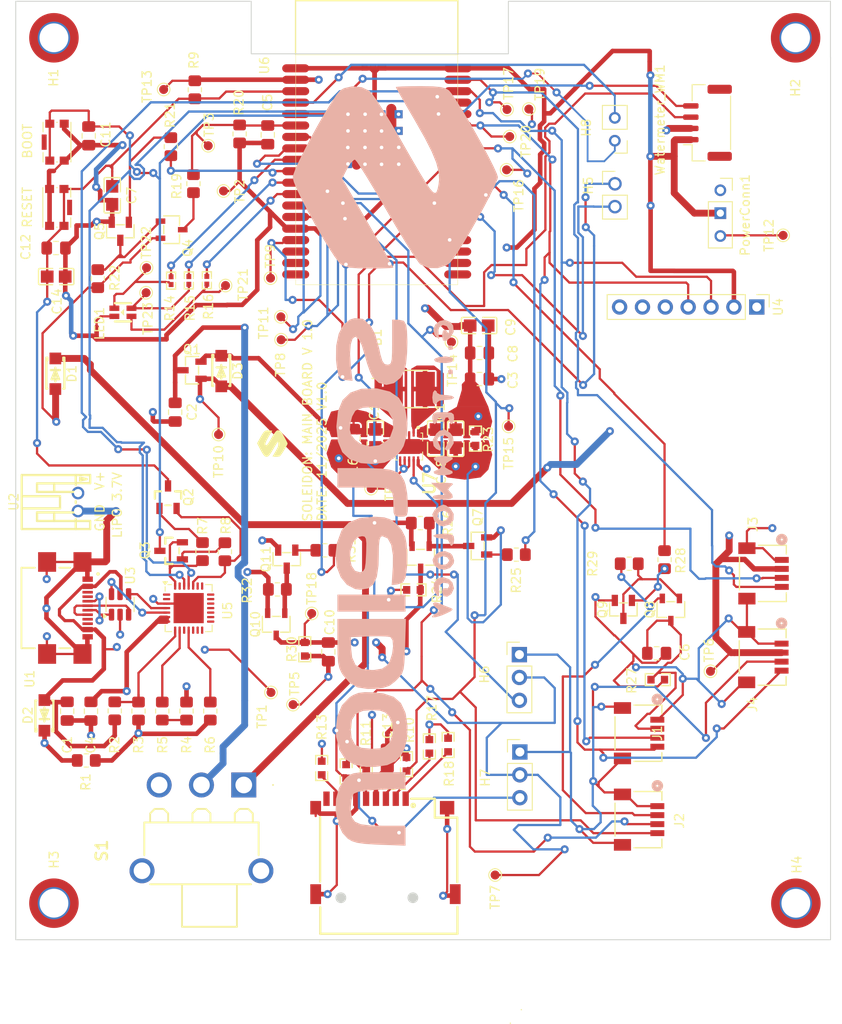
<source format=kicad_pcb>
(kicad_pcb (version 20241229) (generator "pcbnew") (generator_version "9.0")
  (title_block (title "Low quiescent current board") (date "13/06/2025") (rev "1"))
  (layers (0 "F.Cu" signal) (4 "In1.Cu" signal) (6 "In2.Cu" signal) (2 "B.Cu" signal) (13 "F.Paste" user) (15 "B.Paste" user) (5 "F.SilkS" user "F.Silkscreen") (7 "B.SilkS" user "B.Silkscreen") (1 "F.Mask" user) (3 "B.Mask" user) (25 "Edge.Cuts" user))
  (net 0 "")
  (net 1 "GND")
  (net 2 "IO0")
  (net 3 "ENA")
  (net 4 "+3V3")
  (net 5 "VBUS")
  (net 6 "D15")
  (net 7 "Net-(CARD1-DAT2)")
  (net 8 "D2")
  (net 9 "D14")
  (net 10 "Net-(CARD1-DAT1)")
  (net 11 "Net-(CARD1-CD{slash}DAT3)")
  (net 13 "VBAT")
  (net 14 "/Battery_Voltage_Monitor_with_MOSFETS/V_Batt_Monitor_INPUT")
  (net 15 "D34")
  (net 16 "EXT_5V")
  (net 17 "Net-(D1-C)")
  (net 18 "Net-(U7-L2)")
  (net 19 "D12")
  (net 20 "D13")
  (net 21 "D4")
  (net 22 "D26")
  (net 23 "D27")
  (net 24 "D22")
  (net 25 "D23")
  (net 26 "D21")
  (net 27 "D5")
  (net 28 "D19")
  (net 29 "D18")
  (net 30 "D33")
  (net 31 "D35")
  (net 32 "D32")
  (net 33 "DP")
  (net 34 "DN")
  (net 35 "/micro_SD-CARD_enable/3V3_Input_to_micro_SD-CARD")
  (net 36 "Net-(U7-L1)")
  (net 37 "Net-(LED1-B)")
  (net 38 "Net-(LED1-G)")
  (net 39 "RTS")
  (net 40 "Net-(Q3-B)")
  (net 41 "Net-(Q2-B)")
  (net 42 "DTR")
  (net 43 "Net-(Q4-G)")
  (net 44 "Net-(Q5-G)")
  (net 45 "Net-(Q4-D)")
  (net 46 "Net-(Q7-G)")
  (net 47 "Net-(U5-VBUS)")
  (net 48 "Net-(R4-Pad1)")
  (net 49 "Net-(U5-~{RST})")
  (net 50 "D25")
  (net 51 "D+")
  (net 52 "D-")
  (net 53 "Net-(U5-~{SUSPEND})")
  (net 62 "TXD0")
  (net 65 "RXD0")
  (net 71 "Net-(LED1-R)")
  (net 72 "/I2C_Connector_Enable/3V3_Input_to_I2C_Connector")
  (net 73 "Net-(Q6-G)")
  (net 82 "/Buck-Boost3.3V/Buck-Boost_INPUT")
  (net 83 "3V3_ON_OFF")
  (net 86 "SENSOR_VN")
  (net 95 "Net-(Q8-G)")
  (net 96 "Net-(Q10-G)")
  (net 97 "SENSOR_VP")
  (net 98 "Net-(Q11-G)")
  (net 99 "Net-(Q9-G)")
  (footprint "TestPoint:TestPoint_Pad_D1.0mm" (layer "F.Cu") (at 134.3 88.725)
    (property "Reference" "TP4")
    (property "Value" "TestPoint")
  )
  (footprint "Resistor_SMD:R_0805_2012Metric_Pad1.20x1.40mm_HandSolder" (layer "F.Cu") (at 139.7617 92.5608 180)
    (property "Reference" "R26")
    (property "Value" "10K")
  )
  (footprint "Soleidon_foot:2N3904S_SOT-23-3_L2.9-W1.3-P1.90-LS2.4-TR" (layer "F.Cu") (at 111.7358 89.68335 -90)
    (property "Reference" "Q2")
    (property "Value" "2N3904S-RTK/PS")
  )
  (footprint "Capacitor_SMD:C_0805_2012Metric_Pad1.18x1.45mm_HandSolder" (layer "F.Cu") (at 136.0968 118.6759 -90)
    (property "Reference" "C13")
    (property "Value" "104")
  )
  (footprint "Soleidon_custom:SW_Push_1P1T-SH_NO_CK_KMR2xxG" (layer "F.Cu") (at 99.375 57.5 -90)
    (property "Reference" "SW1" (hide yes))
    (property "Value" "~")
  )
  (footprint "Soleidon_foot:R0603" (layer "F.Cu") (at 131.5248 120.1452 90)
    (property "Reference" "R12")
    (property "Value" "7.5kΩ")
  )
  (footprint "Soleidon_foot:TPS74901DRCR_tps6300" (layer "F.Cu") (at 138.5246 84.0558 -90)
    (property "Reference" "U7")
    (property "Value" "TPS63001DRCR" (hide yes))
  )
  (footprint "Soleidon_foot:R0603" (layer "F.Cu") (at 133.76 119.2424 90)
    (property "Reference" "R11")
    (property "Value" "7.5kΩ")
  )
  (footprint "Capacitor_SMD:C_0805_2012Metric_Pad1.18x1.45mm_HandSolder" (layer "F.Cu") (at 103.173 113.4539 -90)
    (property "Reference" "C4")
    (property "Value" "104")
  )
  (footprint "Resistor_SMD:R_0805_2012Metric_Pad1.20x1.40mm_HandSolder" (layer "F.Cu") (at 123.8824 99.9268 180)
    (property "Reference" "R32")
    (property "Value" "10K")
  )
  (footprint "Connector_PinHeader_2.54mm:PinHeader_1x03_P2.54mm_Vertical" (layer "F.Cu") (at 150.775 107.17)
    (property "Reference" "H6")
    (property "Value" "Header-Female-2.54_1x6")
  )
  (footprint "Resistor_SMD:R_0805_2012Metric_Pad1.20x1.40mm_HandSolder" (layer "F.Cu") (at 114.5606 54.8598 -90)
    (property "Reference" "R19")
    (property "Value" "10K")
  )
  (footprint "Soleidon_foot:R0402" (layer "F.Cu") (at 116.05 65.592 90)
    (property "Reference" "R16")
    (property "Value" "36Ω ±1% 62.5mW")
  )
  (footprint "TestPoint:TestPoint_Pad_D1.0mm" (layer "F.Cu") (at 124.3 72.2)
    (property "Reference" "TP8")
    (property "Value" "TestPoint")
  )
  (footprint "TestPoint:TestPoint_Pad_D1.0mm" (layer "F.Cu") (at 172 109.025)
    (property "Reference" "TP6")
    (property "Value" "TestPoint")
  )
  (footprint "Soleidon_foot:SOT-23-3_L2.9-W1.3-P1.90-LS2.4-BR_2N7002" (layer "F.Cu") (at 124.9238 96.5646 90)
    (property "Reference" "Q11")
    (property "Value" "N-MOSFET-ENH-2N7002")
  )
  (footprint "Soleidon_foot:R0603" (layer "F.Cu") (at 140.7704 117.3628 90)
    (property "Reference" "R17")
    (property "Value" "7.5kΩ")
  )
  (footprint "Soleidon_foot:CL21A226MAQNNNE" (layer "F.Cu") (at 134.7646 83.1558 90)
    (property "Reference" "C15")
    (property "Value" "10uF ±10% 10V")
  )
  (footprint "MountingHole:MountingHole_3.2mm_M3_ISO14580_Pad_TopOnly" (layer "F.Cu") (at 181.46 38.6618)
    (property "Reference" "H2")
    (property "Value" "MountingHole")
  )
  (footprint "Soleidon_foot:SOT-23-3_L2.9-W1.3-P1.90-LS2.4-BR_2N7002" (layer "F.Cu") (at 106.4326 60.1504 90)
    (property "Reference" "Q5")
    (property "Value" "N-MOSFET-ENH-2N7002")
  )
  (footprint "TestPoint:TestPoint_Pad_D1.0mm" (layer "F.Cu") (at 123.125 65.35)
    (property "Reference" "TP9")
    (property "Value" "TestPoint")
  )
  (footprint "Soleidon_foot:CL21A226MAQNNNE" (layer "F.Cu") (at 143.6946 83.1858 90)
    (property "Reference" "C17")
    (property "Value" "10uF ±10% 10V")
  )
  (footprint "Soleidon_custom:SW_Push_1P1T-SH_NO_CK_KMR2xxG" (layer "F.Cu") (at 99.4 50.25 90)
    (property "Reference" "boot1" (hide yes))
    (property "Value" "~")
  )
  (footprint "Soleidon_foot:TF-SMD_TF-PUSH" (layer "F.Cu") (at 135.89 128.4758)
    (property "Reference" "CARD1")
    (property "Value" "micro SD-CARD TF PUSH")
    (fp_poly (pts (xy -4.355133 5.621684) (xy -4.395672 5.47039) (xy -4.473988 5.334743) (xy -4.584743 5.223988) (xy -4.72039 5.145672) (xy -4.871684 5.105133) (xy -5.028316 5.105133) (xy -5.17961 5.145672) (xy -5.315257 5.223988) (xy -5.426012 5.334743) (xy -5.504328 5.47039) (xy -5.544867 5.621684) (xy -5.544867 5.778316) (xy -5.504328 5.92961) (xy -5.426012 6.065257) (xy -5.315257 6.176012) (xy -5.17961 6.254328) (xy -5.028316 6.294867) (xy -4.871684 6.294867) (xy -4.72039 6.254328) (xy -4.584743 6.176012) (xy -4.473988 6.065257) (xy -4.395672 5.92961) (xy -4.355133 5.778316)) (fill yes) (layer "Edge.Cuts"))
    (fp_poly (pts (xy 3.644867 5.621684) (xy 3.604328 5.47039) (xy 3.526012 5.334743) (xy 3.415257 5.223988) (xy 3.27961 5.145672) (xy 3.128316 5.105133) (xy 2.971684 5.105133) (xy 2.82039 5.145672) (xy 2.684743 5.223988) (xy 2.573988 5.334743) (xy 2.495672 5.47039) (xy 2.455133 5.621684) (xy 2.455133 5.778316) (xy 2.495672 5.92961) (xy 2.573988 6.065257) (xy 2.684743 6.176012) (xy 2.82039 6.254328) (xy 2.971684 6.294867) (xy 3.128316 6.294867) (xy 3.27961 6.254328) (xy 3.415257 6.176012) (xy 3.526012 6.065257) (xy 3.604328 5.92961) (xy 3.644867 5.778316)) (fill yes) (layer "Edge.Cuts"))
  )
  (footprint "Connector_JST:JST_GH_SM04B-GHS-TB_1x04-1MP_P1.25mm_Horizontal" (layer "F.Cu") (at 171.675 48.1 90)
    (property "Reference" "Watermeter_WM1")
    (property "Value" "Header-Female-2.54_1x2")
  )
  (footprint "Soleidon_foot:BSS84_SOT-23-3_L2.9-W1.6-P1.90-LS2.8-BR" (layer "F.Cu") (at 139.8023 96.3612 90)
    (property "Reference" "Q6")
    (property "Value" "P-MOSFET-ENH-BSS84LT1G")
  )
  (footprint "Resistor_SMD:R_0805_2012Metric_Pad1.20x1.40mm_HandSolder" (layer "F.Cu") (at 108.4562 113.4379 -90)
    (property "Reference" "R3")
    (property "Value" "47K5")
  )
  (footprint "Soleidon_custom:CONN_SM04B-SRSS-TB_JST" (layer "F.Cu") (at 177.826501 98.149999 90)
    (property "Reference" "J3")
    (property "Value" "SM04B-SRSS-TB")
  )
  (footprint "Soleidon_foot:RB168MM-40TR___SOD-123FL_L2.6-W1.6-LS3.5-RD" (layer "F.Cu") (at 97.9998 113.9204 90)
    (property "Reference" "D2")
    (property "Value" "RB168MM-40TR")
  )
  (footprint "Resistor_SMD:R_0805_2012Metric_Pad1.20x1.40mm_HandSolder" (layer "F.Cu") (at 113.7902 113.4379 90)
    (property "Reference" "R4")
    (property "Value" "1K")
  )
  (footprint "Soleidon_foot:R0603" (layer "F.Cu") (at 128.807 119.7642 90)
    (property "Reference" "R13")
    (property "Value" "7.5kΩ")
  )
  (footprint "Capacitor_SMD:C_0805_2012Metric_Pad1.18x1.45mm_HandSolder" (layer "F.Cu") (at 102.925 49.55 -90)
    (property "Reference" "C11")
    (property "Value" "104")
  )
  (footprint "Connector_PinHeader_2.54mm:PinHeader_1x02_P2.54mm_Vertical" (layer "F.Cu") (at 161.39 54.875)
    (property "Reference" "H5")
    (property "Value" "Header-Female-2.54_1x2")
  )
  (footprint "TestPoint:TestPoint_Pad_D1.0mm" (layer "F.Cu") (at 117.35 82.725)
    (property "Reference" "TP10")
    (property "Value" "TestPoint")
  )
  (footprint "Soleidon_foot:R0603" (layer "F.Cu") (at 145.8946 83.1758 90)
    (property "Reference" "R23")
    (property "Value" "220Ω")
  )
  (footprint "Resistor_SMD:R_0805_2012Metric_Pad1.20x1.40mm_HandSolder" (layer "F.Cu") (at 118.0531 95.74515 90)
    (property "Reference" "R8")
    (property "Value" "10K")
  )
  (footprint "Capacitor_SMD:C_0805_2012Metric_Pad1.18x1.45mm_HandSolder" (layer "F.Cu") (at 129.5466 106.8649 90)
    (property "Reference" "C10")
    (property "Value" "104")
  )
  (footprint "Capacitor_SMD:C_0805_2012Metric_Pad1.18x1.45mm_HandSolder" (layer "F.Cu") (at 122.8158 49.4395 -90)
    (property "Reference" "C5")
    (property "Value" "104")
  )
  (footprint "Package_DFN_QFN:QFN-28-1EP_5x5mm_P0.5mm_EP3.35x3.35mm" (layer "F.Cu") (at 114.0272 102.00385)
    (property "Reference" "U5")
    (property "Value" "CP2102N-Axx-xQFN28")
  )
  (footprint "TestPoint:TestPoint_Pad_D1.0mm" (layer "F.Cu") (at 109.3 66.975)
    (property "Reference" "TP23")
    (property "Value" "TestPoint")
  )
  (footprint "Soleidon_foot:CL21A226MAQNNNE" (layer "F.Cu") (at 99.3112 65.1846 180)
    (property "Reference" "C14")
    (property "Value" "10uF ±10% 16V")
  )
  (footprint "Soleidon_foot:BSS84_SOT-23-3_L2.9-W1.6-P1.90-LS2.8-BR" (layer "F.Cu") (at 112.135 59.975 180)
    (property "Reference" "Q4")
    (property "Value" "P-MOSFET-ENH-BSS84LT1G")
  )
  (footprint "Soleidon_foot:2N3904S_SOT-23-3_L2.9-W1.3-P1.90-LS2.4-TR" (layer "F.Cu") (at 112.0792 95.64355)
    (property "Reference" "Q3")
    (property "Value" "2N3904S-RTK/PS")
  )
  (footprint "Resistor_SMD:R_0805_2012Metric_Pad1.20x1.40mm_HandSolder" (layer "F.Cu") (at 150.4297 96.066)
    (property "Reference" "R25")
    (property "Value" "100")
  )
  (footprint "Capacitor_SMD:C_0805_2012Metric_Pad1.18x1.45mm_HandSolder" (layer "F.Cu") (at 100.5314 113.45 -90)
    (property "Reference" "C1")
    (property "Value" "104")
  )
  (footprint "TestPoint:TestPoint_Pad_D1.0mm" (layer "F.Cu") (at 148.075 131.65)
    (property "Reference" "TP7")
    (property "Value" "TestPoint")
  )
  (footprint "MountingHole:MountingHole_3.2mm_M3_ISO14580_Pad_TopOnly" (layer "F.Cu") (at 181.49 134.79)
    (property "Reference" "H4")
    (property "Value" "MountingHole")
  )
  (footprint "Package_TO_SOT_SMD:SOT-23-6" (layer "F.Cu") (at 106.4072 101.59435 90)
    (property "Reference" "U3")
    (property "Value" "USBLC6-2SC6")
  )
  (footprint "TestPoint:TestPoint_Pad_D1.0mm" (layer "F.Cu") (at 116.2 50.65 180)
    (property "Reference" "TP3")
    (property "Value" "TestPoint")
  )
  (footprint "Soleidon_foot:R0603" (layer "F.Cu") (at 126.9304 106.5731 90)
    (property "Reference" "R30")
    (property "Value" "4.7kΩ ±1% 100mW")
  )
  (footprint "Soleidon_foot:RB168MM-40TR___SOD-123FL_L2.6-W1.6-LS3.5-RD" (layer "F.Cu") (at 117.65 75.675 -90)
    (property "Reference" "D3")
    (property "Value" "RB168MM-40TR")
  )
  (footprint "Soleidon_foot:ESP32-WROVER" (layer "F.Cu") (at 134.92 41.14)
    (property "Reference" "U6")
    (property "Value" "~" (hide yes))
  )
  (footprint "Soleidon_foot:SOT-23-3_L2.9-W1.3-P1.90-LS2.4-BR_2N7002" (layer "F.Cu") (at 146.1422 95.1008)
    (property "Reference" "Q7")
    (property "Value" "N-MOSFET-ENH-2N7002")
  )
  (footprint "TestPoint:TestPoint_Pad_D1.0mm" (layer "F.Cu") (at 149.7 49.625)
    (property "Reference" "TP20")
    (property "Value" "TestPoint")
  )
  (footprint "TestPoint:TestPoint_Pad_D1.0mm" (layer "F.Cu") (at 111.25 44.4)
    (property "Reference" "TP13")
    (property "Value" "TestPoint")
  )
  (footprint "Soleidon_foot:R0402" (layer "F.Cu") (at 112.075 65.633 90)
    (property "Reference" "R14")
    (property "Value" "150Ω ±1% 62.5mW")
  )
  (footprint "Capacitor_SMD:C_0805_2012Metric_Pad1.18x1.45mm_HandSolder" (layer "F.Cu") (at 99.2952 62.0096)
    (property "Reference" "C12")
    (property "Value" "104")
  )
  (footprint "Capacitor_SMD:C_0805_2012Metric_Pad1.18x1.45mm_HandSolder" (layer "F.Cu") (at 112.5286 80.2418 90)
    (property "Reference" "C2")
    (property "Value" "104")
  )
  (footprint "Soleidon_foot:CONN-TH_S2B-PH-K-S-GW" (layer "F.Cu") (at 101.7346 90.2258 90)
    (property "Reference" "U2")
    (property "Value" "~")
  )
  (footprint "Resistor_SMD:R_0805_2012Metric_Pad1.20x1.40mm_HandSolder" (layer "F.Cu") (at 103.9302 65.4106 -90)
    (property "Reference" "R22")
    (property "Value" "10K")
  )
  (footprint "TestPoint:TestPoint_Pad_D1.0mm" (layer "F.Cu") (at 180.075 60.6)
    (property "Reference" "TP12")
    (property "Value" "TestPoint")
  )
  (footprint "Soleidon_custom:CONN_SM04B-SRSS-TB_JST" (layer "F.Cu") (at 177.801501 107.449999 90)
    (property "Reference" "J4")
    (property "Value" "SM04B-SRSS-TB")
  )
  (footprint "Soleidon_foot:CL21A226MAQNNNE" (layer "F.Cu") (at 141.4746 83.1758 90)
    (property "Reference" "C18")
    (property "Value" "4.7uF")
  )
  (footprint "Soleidon_foot:BSS84_SOT-23-3_L2.9-W1.6-P1.90-LS2.8-BR" (layer "F.Cu") (at 167.6 102.165 90)
    (property "Reference" "Q8")
    (property "Value" "P-MOSFET-ENH-BSS84LT1G")
  )
  (footprint "Soleidon_foot:SWPA_2_2_IND-SMD_L4.0-W4.0_SWPA4018S" (layer "F.Cu") (at 138.5382 77.672285 180)
    (property "Reference" "L_B-B1")
    (property "Value" "2.2uH ±20% 3.2A")
  )
  (footprint "Soleidon_foot:R0603" (layer "F.Cu") (at 166.1465 109.95 180)
    (property "Reference" "R27")
    (property "Value" "4.7kΩ ±1% 100mW")
  )
  (footprint "TestPoint:TestPoint_Pad_D1.0mm" (layer "F.Cu") (at 127.7 102.6)
    (property "Reference" "TP18")
    (property "Value" "TestPoint")
  )
  (footprint "Connector_PinHeader_2.54mm:PinHeader_1x02_P2.54mm_Vertical" (layer "F.Cu") (at 161.375 50.09 180)
    (property "Reference" "H8")
    (property "Value" "Header-Female-2.54_1x2")
  )
  (footprint "Resistor_SMD:R_0805_2012Metric_Pad1.20x1.40mm_HandSolder" (layer "F.Cu") (at 115.5639 95.72915 90)
    (property "Reference" "R7")
    (property "Value" "10K")
  )
  (footprint "Capacitor_SMD:C_0805_2012Metric_Pad1.18x1.45mm_HandSolder" (layer "F.Cu") (at 146.3401 73.6672)
    (property "Reference" "C8")
    (property "Value" "104")
  )
  (footprint "Capacitor_SMD:C_0805_2012Metric_Pad1.18x1.45mm_HandSolder" (layer "F.Cu") (at 146.3401 76.5628)
    (property "Reference" "C3")
    (property "Value" "104")
  )
  (footprint "Resistor_SMD:R_0805_2012Metric_Pad1.20x1.40mm_HandSolder" (layer "F.Cu") (at 166.9 96.625 90)
    (property "Reference" "R28")
    (property "Value" "100")
  )
  (footprint "Resistor_SMD:R_0805_2012Metric_Pad1.20x1.40mm_HandSolder" (layer "F.Cu") (at 105.8146 113.4191 90)
    (property "Reference" "R2")
    (property "Value" "22K1")
  )
  (footprint "MountingHole:MountingHole_3.2mm_M3_ISO14580_Pad_TopOnly" (layer "F.Cu") (at 99.06 38.66)
    (property "Reference" "H1")
    (property "Value" "MountingHole")
  )
  (footprint "Soleidon_custom:CONN_SM04B-SRSS-TB_JST" (layer "F.Cu") (at 164.001501 125.499999 90)
    (property "Reference" "J2")
    (property "Value" "SM04B-SRSS-TB")
  )
  (footprint "TestPoint:TestPoint_Pad_D1.0mm" (layer "F.Cu") (at 109.35 64.2)
    (property "Reference" "TP22")
    (property "Value" "TestPoint")
  )
  (footprint "Resistor_SMD:R_0805_2012Metric_Pad1.20x1.40mm_HandSolder" (layer "F.Cu") (at 112.0506 50.7498 -90)
    (property "Reference" "R21")
    (property "Value" "100")
  )
  (footprint "TestPoint:TestPoint_Pad_D1.0mm" (layer "F.Cu") (at 149.575 81.825)
    (property "Reference" "TP15")
    (property "Value" "TestPoint")
  )
  (footprint "Soleidon_foot:SOT-23-3_L2.9-W1.3-P1.90-LS2.4-BR_2N7002" (layer "F.Cu") (at 162.325 102.15 90)
    (property "Reference" "Q9")
    (property "Value" "N-MOSFET-ENH-2N7002")
  )
  (footprint "Resistor_SMD:R_0805_2012Metric_Pad1.20x1.40mm_HandSolder" (layer "F.Cu") (at 114.7132 44.4318 90)
    (property "Reference" "R9")
    (property "Value" "10K")
  )
  (footprint "TestPoint:TestPoint_Pad_D1.0mm" (layer "F.Cu") (at 125.625 112.725 -90)
    (property "Reference" "TP5")
    (property "Value" "TestPoint")
  )
  (footprint "TestPoint:TestPoint_Pad_D1.0mm" (layer "F.Cu") (at 123.175 111.375)
    (property "Reference" "TP1")
    (property "Value" "TestPoint")
  )
  (footprint "Soleidon_custom:CONN_SM04B-SRSS-TB_JST" (layer "F.Cu") (at 164 115.9 90)
    (property "Reference" "J1")
    (property "Value" "SM04B-SRSS-TB")
  )
  (footprint "Soleidon_foot:BSS84_SOT-23-3_L2.9-W1.6-P1.90-LS2.8-BR" (layer "F.Cu") (at 123.7562 103.8034 90)
    (property "Reference" "Q10")
    (property "Value" "P-MOSFET-ENH-BSS84LT1G")
  )
  (footprint "Soleidon_foot:LED-ARRAY-SMD_4P-L1.6-W1.5-BL-FD" (layer "F.Cu") (at 106.725 69.15)
    (property "Reference" "LED1")
    (property "Value" "TJ-S1615CY6TGLCCSRGB-A5")
  )
  (footprint "Soleidon_foot:GCT_USB4110GFA" (layer "F.Cu") (at 101.73 101.99 -90)
    (property "Reference" "U1")
    (property "Value" "USB4110GFA")
  )
  (footprint "Soleidon_foot:CL21A226MAQNNNE" (layer "F.Cu") (at 105.5352 56.1556 90)
    (property "Reference" "C7")
    (property "Value" "1uF ±10% 50V")
  )
  (footprint "TestPoint:TestPoint_Pad_D1.0mm" (layer "F.Cu") (at 143.225 72.45)
    (property "Reference" "TP14")
    (property "Value" "TestPoint")
  )
  (footprint "TestPoint:TestPoint_Pad_D1.0mm" (layer "F.Cu") (at 151.825 46.575)
    (property "Reference" "TP19")
    (property "Value" "TestPoint")
  )
  (footprint "TestPoint:TestPoint_Pad_D1.0mm" (layer "F.Cu") (at 117.9 55.675)
    (property "Reference" "TP2")
    (property "Value" "TestPoint")
  )
  (footprint "Soleidon_foot:R0603" (layer "F.Cu") (at 139.0039 99.9776)
    (property "Reference" "R24")
    (property "Value" "4.7kΩ ±1% 100mW")
  )
  (footprint "Resistor_SMD:R_0805_2012Metric_Pad1.20x1.40mm_HandSolder" (layer "F.Cu") (at 111.0978 113.4379 -90)
    (property "Reference" "R5")
    (property "Value" "1K")
  )
  (footprint "Resistor_SMD:R_0805_2012Metric_Pad1.20x1.40mm_HandSolder" (layer "F.Cu") (at 116.4318 113.4379 90)
    (property "Reference" "R6")
    (property "Value" "10K")
  )
  (footprint "TestPoint:TestPoint_Pad_D1.0mm" (layer "F.Cu") (at 118.125 66.175)
    (property "Reference" "TP21")
    (property "Value" "TestPoint")
  )
  (footprint "Soleidon_foot:CL21A226MAQNNNE" (layer "F.Cu") (at 146.3026 70.6192 180)
    (property "Reference" "C9")
    (property "Value" "22uF ±20% 25V")
  )
  (footprint "Soleidon_foot:R0402" (layer "F.Cu") (at 114.05 65.608 90)
    (property "Reference" "R15")
    (property "Value" "36Ω ±1% 62.5mW")
  )
  (footprint "Resistor_SMD:R_0805_2012Metric_Pad1.20x1.40mm_HandSolder" (layer "F.Cu") (at 119.6906 49.3398 90)
    (property "Reference" "R20")
    (property "Value" "10K")
  )
  (footprint "MountingHole:MountingHole_3.2mm_M3_ISO14580_Pad_TopOnly" (layer "F.Cu") (at 99.06 134.78)
    (property "Reference" "H3")
    (property "Value" "MountingHole")
  )
  (footprint "TestPoint:TestPoint_Pad_D1.0mm" (layer "F.Cu") (at 124.275 69.65)
    (property "Reference" "TP11")
    (property "Value" "TestPoint")
  )
  (footprint "Soleidon_foot:R0603" (layer "F.Cu") (at 142.8532 117.2104 90)
    (property "Reference" "R18")
    (property "Value" "7.5kΩ")
  )
  (footprint "Resistor_SMD:R_0805_2012Metric_Pad1.20x1.40mm_HandSolder" (layer "F.Cu") (at 129.1656 95.5834)
    (property "Reference" "R31")
    (property "Value" "100")
  )
  (footprint "TestPoint:TestPoint_Pad_D1.0mm" (layer "F.Cu") (at 149.35 53.325)
    (property "Reference" "TP16")
    (property "Value" "TestPoint")
  )
  (footprint "Connector_PinHeader_2.54mm:PinHeader_1x03_P2.54mm_Vertical" (layer "F.Cu") (at 150.825 117.985)
    (property "Reference" "H7")
    (property "Value" "Header-Female-2.54_1x3")
  )
  (footprint "Soleidon_foot:R0603" (layer "F.Cu") (at 138.2304 119.344 90)
    (property "Reference" "R10")
    (property "Value" "7.5kΩ")
  )
  (footprint "Soleidon_foot:DMP1045_SOT-23-3_L2.9-W1.3-P1.90-LS2.4-BR" (layer "F.Cu") (at 114.3988 75.5834)
    (property "Reference" "Q1")
    (property "Value" "PMOSFET-DMP1045U-7")
  )
  (footprint "Capacitor_SMD:C_0805_2012Metric_Pad1.18x1.45mm_HandSolder" (layer "F.Cu") (at 166.025 107.025 180)
    (property "Reference" "C6")
    (property "Value" "104")
  )
  (footprint "Soleidon_custom:logo_S_very_small" (layer "F.Cu") (at 123.333344 83.773906 90)
    (property "Reference" "G***" (hide yes))
    (property "Value" "LOGO" (hide yes))
  )
  (footprint "TestPoint:TestPoint_Pad_D1.0mm" (layer "F.Cu") (at 149.4 46.625)
    (property "Reference" "TP17")
    (property "Value" "TestPoint")
  )
  (footprint "Soleidon_custom:MFP126DRAUL" (layer "F.Cu") (at 120.15 121.65 90)
    (property "Reference" "S1")
    (property "Value" "MFP126DRA-UL" (hide yes))
  )
  (footprint "Connector_PinSocket_2.54mm:PinSocket_1x03_P2.54mm_Vertical" (layer "F.Cu") (at 173.1 55.595)
    (property "Reference" "PowerConn1")
    (property "Value" "Header-Female-2.54_1x2")
  )
  (footprint "Connector_PinHeader_2.54mm:PinHeader_1x07_P2.54mm_Vertical" (layer "F.Cu") (at 177.1462 68.5618 -90)
    (property "Reference" "U4")
    (property "Value" "DFR0819")
  )
  (footprint "Resistor_SMD:R_0805_2012Metric_Pad1.20x1.40mm_HandSolder" (layer "F.Cu") (at 102.65 118.925 180)
    (property "Reference" "R1")
    (property "Value" "10K")
  )
  (footprint "Soleidon_foot:RB168MM-40TR___SOD-123FL_L2.6-W1.6-LS3.5-RD" (layer "F.Cu") (at 99.219 75.9746 -90)
    (property "Reference" "D1")
    (property "Value" "RB168MM-40TR")
  )
  (footprint "Resistor_SMD:R_0805_2012Metric_Pad1.20x1.40mm_HandSolder" (layer "F.Cu") (at 162.975 97.075 180)
    (property "Reference" "R29")
    (property "Value" "10K")
  )
  (footprint "Capacitor_SMD:C_0805_2012Metric_Pad1.18x1.45mm_HandSolder" (layer "F.Cu") (at 132.3506 83.1598 -90)
    (property "Reference" "C16")
    (property "Value" "104")
  )
  (footprint "Soleidon_custom:logo_soleidon" (layer "B.Cu") (at 137.175 84.425 -90)
    (property "Reference" "G***" (hide yes))
    (property "Value" "LOGO" (hide yes))
  )
  (gr_curve (pts (xy 150.991975 146.60878) (xy 150.991975 146.60878) (xy 150.991975 146.60878) (xy 150.991975 146.60878)) (stroke (width 0.15)) (layer "F.SilkS"))
  (gr_curve (pts (xy 149.766975 148.10878) (xy 149.766975 148.10878) (xy 149.766975 148.10878) (xy 149.766975 148.10878)) (stroke (width 0.15)) (layer "F.SilkS"))
  (gr_poly (pts (xy 120.9772 40.437) (xy 149.5522 40.437) (xy 149.5522 34.6028) (xy 185.3342 34.6028) (xy 185.3342 40.821) (xy 185.3408 40.821) (xy 185.3408 138.8396) (xy 94.8152 138.8396) (xy 94.8152 40.8258) (xy 94.8152 34.6028) (xy 120.9772 34.6028)) (stroke (width 0.1)) (fill no) (layer "Edge.Cuts"))
  (gr_text "V+" (at 104.725 89 90) (layer "F.SilkS") (effects (font (size 1 1)) (justify left bottom)))
  (gr_text "LiPO 3.7V" (at 106.675 94.325 90) (layer "F.SilkS") (effects (font (size 1 1)) (justify left bottom)))
  (gr_text "BOOT\n" (at 96.7 52.175 90) (layer "F.SilkS") (effects (font (size 1 1)) (justify left bottom)))
  (gr_text "RESET" (at 96.675 59.85 90) (layer "F.SilkS") (effects (font (size 1 1)) (justify left bottom)))
  (gr_text "GND" (at 104.75 93.6 90) (layer "F.SilkS") (effects (font (size 1 1)) (justify left bottom)))
  (gr_text "SOLEIDON: MAIN BOARD V 1.0\nDATE: 11/2025 V1.0\n" (at 129.425 92.475 90) (layer "F.SilkS") (effects (font (size 1 1)) (justify left bottom)))
  (segment (start 123.0744 57.9756) (end 123.0744 59.7006) (width 0.508) (layer "F.Cu") (net 1))
  (segment (start 175.650002 110.249998) (end 173.25 112.65) (width 0.25) (layer "F.Cu") (net 1))
  (segment (start 147.9108 94.161) (end 147.1524 94.161) (width 0.508) (layer "F.Cu") (net 1))
  (segment (start 103.173 114.4914) (end 103.173 116.149) (width 0.508) (layer "F.Cu") (net 1))
  (segment (start 153.0826 54.7676) (end 152.4446 55.4056) (width 0.508) (layer "F.Cu") (net 1))
  (segment (start 119.975 68.325) (end 118.305136 68.325) (width 0.508) (layer "F.Cu") (net 1))
  (segment (start 144.6556 42.0148) (end 144.685 42.0442) (width 0.508) (layer "F.Cu") (net 1))
  (segment (start 132.675 46.5) (end 132.704 46.529) (width 1.016) (layer "F.Cu") (net 1))
  (segment (start 142.72 123.9458) (end 142.74 123.9658) (width 0.508) (layer "F.Cu") (net 1))
  (segment (start 98.27 98.7676) (end 98.2538 98.7838) (width 0.508) (layer "F.Cu") (net 1))
  (segment (start 179.900001 105.949999) (end 177.324999 105.949999) (width 0.25) (layer "F.Cu") (net 1))
  (segment (start 111.565244 71.655) (end 111.565244 72.15) (width 0.508) (layer "F.Cu") (net 1))
  (segment (start 165.25 41.3) (end 165.25 42.75) (width 0.508) (layer "F.Cu") (net 1))
  (segment (start 102.1928 107.0896) (end 102.2092 107.0896) (width 0.508) (layer "F.Cu") (net 1))
  (segment (start 103.8744 59.085) (end 103.8164 59.085) (width 0.254) (layer "F.Cu") (net 1))
  (segment (start 139.0266 87.2008) (end 139.0268 87.2006) (width 0.254) (layer "F.Cu") (net 1))
  (segment (start 123.2869 58.1881) (end 124.9346 59.8358) (width 0.508) (layer "F.Cu") (net 1))
  (segment (start 129.4665 133.7758) (end 128.1436 133.7758) (width 0.508) (layer "F.Cu") (net 1))
  (segment (start 165.325 51.825) (end 165.325 57.275) (width 0.508) (layer "F.Cu") (net 1))
  (segment (start 158.975 121.225) (end 159.575 121.825) (width 0.25) (layer "F.Cu") (net 1))
  (segment (start 178.875 93.125) (end 176.4 93.125) (width 0.25) (layer "F.Cu") (net 1))
  (segment (start 156.975 44.275) (end 161.125 40.125) (width 0.508) (layer "F.Cu") (net 1))
  (segment (start 141.4746 83.8758) (end 140.5466 83.8758) (width 0.508) (layer "F.Cu") (net 1))
  (segment (start 142.74 123.9658) (end 142.74 124.1758) (width 0.508) (layer "F.Cu") (net 1))
  (segment (start 163.874997 123.999999) (end 166.100001 123.999999) (width 0.25) (layer "F.Cu") (net 1))
  (segment (start 134.7646 85.6758) (end 134.7646 83.8558) (width 0.508) (layer "F.Cu") (net 1))
  (segment (start 119.6906 50.3998) (end 119.6906 50.3398) (width 0.254) (layer "F.Cu") (net 1))
  (segment (start 141.4746 83.8758) (end 143.6846 83.8758) (width 0.508) (layer "F.Cu") (net 1))
  (segment (start 122.206 94.4912) (end 123.1712 94.4912) (width 0.508) (layer "F.Cu") (net 1))
  (segment (start 137.2652 114.7096) (end 136.0968 115.878) (width 0.508) (layer "F.Cu") (net 1))
  (segment (start 103.173 116.149) (end 103.1814 116.1574) (width 0.508) (layer "F.Cu") (net 1))
  (segment (start 123.2869 58.1881) (end 123.2869 58.4381) (width 0.25) (layer "F.Cu") (net 1))
  (segment (start 101.9875 50.5875) (end 100.2 48.8) (width 0.508) (layer "F.Cu") (net 1))
  (segment (start 145.8946 86.2868) (end 145.8946 83.8758) (width 0.508) (layer "F.Cu") (net 1))
  (segment (start 134.6846 46.5558) (end 134.6846 52.7358) (width 1.0922) (layer "F.Cu") (net 1))
  (segment (start 128.14 124.1758) (end 128.14 125.095) (width 0.25) (layer "F.Cu") (net 1))
  (segment (start 177.324999 105.949999) (end 176.025 104.65) (width 0.25) (layer "F.Cu") (net 1))
  (segment (start 165.325 51.825) (end 167.975 51.825) (width 0.762) (layer "F.Cu") (net 1))
  (segment (start 128.0348 59.8358) (end 128.651 60.452) (width 0.508) (layer "F.Cu") (net 1))
  (segment (start 103.8 70.05) (end 104.25 69.6) (width 0.25) (layer "F.Cu") (net 1))
  (segment (start 105.338167 59.078567) (end 103.880833 59.078567) (width 0.508) (layer "F.Cu") (net 1))
  (segment (start 175.525 104.65) (end 176.025 104.65) (width 0.25) (layer "F.Cu") (net 1))
  (segment (start 98.5196 53.5054) (end 98.5196 55.3946) (width 0.508) (layer "F.Cu") (net 1))
  (segment (start 143.4792 133.9366) (end 142.3123 133.9366) (width 0.508) (layer "F.Cu") (net 1))
  (segment (start 140.5956 84.3058) (end 136.7446 84.3058) (width 1.016) (layer "F.Cu") (net 1))
  (segment (start 135.7346 83.8558) (end 135.7346 83.8898) (width 0.508) (layer "F.Cu") (net 1))
  (segment (start 100.3327 62.0096) (end 100.3327 65.1631) (width 0.508) (layer "F.Cu") (net 1))
  (segment (start 136.5 100.075) (end 136.5974 99.9776) (width 0.25) (layer "F.Cu") (net 1))
  (segment (start 132.64 123.1758) (end 132.6436 123.1794) (width 0.508) (layer "F.Cu") (net 1))
  (segment (start 132.3506 84.1973) (end 131.2161 84.1973) (width 0.508) (layer "F.Cu") (net 1))
  (segment (start 106.4072 104.9384) (end 106.4146 104.9458) (width 0.254) (layer "F.Cu") (net 1))
  (segment (start 98.2792 107.0792) (end 98.3 107.1) (width 0.25) (layer "F.Cu") (net 1))
  (segment (start 100.2 48.8) (end 100.2 48.2) (width 0.508) (layer "F.Cu") (net 1))
  (segment (start 98.2792 105.1338) (end 98.2792 107.0792) (width 0.25) (layer "F.Cu") (net 1))
  (segment (start 113.5272 101.50385) (end 114.0272 102.00385) (width 0.254) (layer "F.Cu") (net 1))
  (segment (start 123.9738 95.2938) (end 123.9738 95.5646) (width 0.508) (layer "F.Cu") (net 1))
  (segment (start 103.8 70.775) (end 103.8 70.05) (width 0.25) (layer "F.Cu") (net 1))
  (segment (start 130.4834 125.6487) (end 130.4834 132.7589) (width 0.25) (layer "F.Cu") (net 1))
  (segment (start 136.4046 84.5598) (end 139.8082 84.5598) (width 0.508) (layer "F.Cu") (net 1))
  (segment (start 174.025 103.15) (end 175.525 104.65) (width 0.25) (layer "F.Cu") (net 1))
  (segment (start 132.704 52.771) (end 132.675 52.8) (width 1.016) (layer "F.Cu") (net 1))
  (segment (start 165.225 40.125) (end 165.25 40.15) (width 0.25) (layer "F.Cu") (net 1))
  (segment (start 142.7436 126.5297) (end 142.7516 126.5377) (width 0.508) (layer "F.Cu") (net 1))
  (segment (start 130.4834 124.8359) (end 130.4834 125.6487) (width 0.508) (layer "F.Cu") (net 1))
  (segment (start 121.65 66.65) (end 119.975 68.325) (width 0.508) (layer "F.Cu") (net 1))
  (segment (start 161.933 110.708) (end 161.275 110.05) (width 0.25) (layer "F.Cu") (net 1))
  (segment (start 166.175 114.4) (end 168.925 111.65) (width 0.25) (layer "F.Cu") (net 1))
  (segment (start 105.774422 50.575578) (end 106.675578 50.575578) (width 0.508) (layer "F.Cu") (net 1))
  (segment (start 144.685 42.0442) (end 149.5692 42.0442) (width 0.508) (layer "F.Cu") (net 1))
  (segment (start 167.0625 107.025) (end 166.0115 108.076) (width 0.25) (layer "F.Cu") (net 1))
  (segment (start 118.6074 55.675) (end 119.6906 54.5918) (width 0.25) (layer "F.Cu") (net 1))
  (segment (start 103.8 72.15) (end 103.8 70.775) (width 0.508) (layer "F.Cu") (net 1))
  (segment (start 167.975 51.825) (end 167.975 55.9) (width 0.762) (layer "F.Cu") (net 1))
  (segment (start 102.23 107.1) (end 98.3 107.1) (width 0.25) (layer "F.Cu") (net 1))
  (segment (start 135.7346 83.8558) (end 135.8386 83.8558) (width 0.508) (layer "F.Cu") (net 1))
  (segment (start 136.5446 52.6458) (end 136.5446 46.5558) (width 1.1176) (layer "F.Cu") (net 1))
  (segment (start 143.64 133.7758) (end 143.4792 133.9366) (width 0.508) (layer "F.Cu") (net 1))
  (segment (start 132.6436 123.1794) (end 132.6436 124.3013) (width 0.508) (layer "F.Cu") (net 1))
  (segment (start 130.7046 85.3658) (end 130.7046 84.7088) (width 0.508) (layer "F.Cu") (net 1))
  (segment (start 110.05 81.15) (end 110.05 80.225) (width 0.508) (layer "F.Cu") (net 1))
  (segment (start 167.975 51.825) (end 167.975 50.1) (width 0.762) (layer "F.Cu") (net 1))
  (segment (start 152.4446 55.4056) (end 152.4446 59.9854) (width 0.508) (layer "F.Cu") (net 1))
  (segment (start 122.6786 50.3398) (end 122.8158 50.477) (width 0.508) (layer "F.Cu") (net 1))
  (segment (start 143.64 133.9598) (end 143.64 133.7758) (width 0.508) (layer "F.Cu") (net 1))
  (segment (start 166.9 109.95) (end 166.142 110.708) (width 0.25) (layer "F.Cu") (net 1))
  (segment (start 128.9708 107.3266) (end 129.5466 107.9024) (width 0.508) (layer "F.Cu") (net 1))
  (segment (start 134.6846 46.5558) (end 134.6846 43.0558) (width 0.508) (layer "F.Cu") (net 1))
  (segment (start 159.225 102.95) (end 161.321514 105.046514) (width 0.25) (layer "F.Cu") (net 1))
  (segment (start 136.9054 83.8558) (end 136.9126 83.8486) (width 0.508) (layer "F.Cu") (net 1))
  (segment (start 125.625 112.725) (end 126.4512 112.725) (width 0.25) (layer "F.Cu") (net 1))
  (segment (start 98.2284 102.035) (end 98.2284 102.1366) (width 0.508) (layer "F.Cu") (net 1))
  (segment (start 159.575 121.348498) (end 162.223499 118.699999) (width 0.25) (layer "F.Cu") (net 1))
  (segment (start 105.7625 50.5875) (end 105.774422 50.575578) (width 0.25) (layer "F.Cu") (net 1))
  (segment (start 163.1625 108.1625) (end 163.3125 108.1625) (width 0.25) (layer "F.Cu") (net 1))
  (segment (start 153.525 47.944926) (end 153.0572 48.412726) (width 0.508) (layer "F.Cu") (net 1))
  (segment (start 104.2 56.7006) (end 105.5352 56.7006) (width 0.508) (layer "F.Cu") (net 1))
  (segment (start 134.6846 43.0558) (end 134.6846 42.1134) (width 0.508) (layer "F.Cu") (net 1))
  (segment (start 167.960882 64.55) (end 167.952882 64.542) (width 0.25) (layer "F.Cu") (net 1))
  (segment (start 134.6846 46.5558) (end 134.6846 46.8808) (width 0.6096) (layer "F.Cu") (net 1))
  (segment (start 102.0625 50.5875) (end 100.2 52.45) (width 0.508) (layer "F.Cu") (net 1))
  (segment (start 101.575 59.5056) (end 101.575 60.7673) (width 0.508) (layer "F.Cu") (net 1))
  (segment (start 134.6846 42.4576) (end 134.2712 42.0442) (width 0.508) (layer "F.Cu") (net 1))
  (segment (start 134.6846 42.1134) (end 134.7538 42.0442) (width 0.508) (layer "F.Cu") (net 1))
  (segment (start 104.925 92.25) (end 104.925 96.725) (width 0.762) (layer "F.Cu") (net 1))
  (segment (start 159.6 101.15) (end 159.225 100.775) (width 0.25) (layer "F.Cu") (net 1))
  (segment (start 128.14 124.1758) (end 128.1288 124.187) (width 0.508) (layer "F.Cu") (net 1))
  (segment (start 179.124999 96.649999) (end 177.825 95.35) (width 0.25) (layer "F.Cu") (net 1))
  (segment (start 136.7746 83.8558) (end 136.7746 83.9858) (width 0.508) (layer "F.Cu") (net 1))
  (segment (start 133.3146 42.0442) (end 134.2712 42.0442) (width 0.508) (layer "F.Cu") (net 1))
  (segment (start 98.575 53.45) (end 98.5196 53.5054) (width 0.508) (layer "F.Cu") (net 1))
  (segment (start 103.1902 59.5056) (end 101.575 59.5056) (width 0.508) (layer "F.Cu") (net 1))
  (segment (start 136.3792 84.5344) (end 136.4046 84.5598) (width 0.508) (layer "F.Cu") (net 1))
  (segment (start 98.2284 103.1252) (end 102.1928 107.0896) (width 0.508) (layer "F.Cu") (net 1))
  (segment (start 105.95 91.225) (end 104.925 92.25) (width 0.762) (layer "F.Cu") (net 1))
  (segment (start 134.7538 42.0442) (end 135.1602 42.0442) (width 0.508) (layer "F.Cu") (net 1))
  (segment (start 166.0115 108.076) (end 164.404486 108.076) (width 0.25) (layer "F.Cu") (net 1))
  (segment (start 126.6846 59.8358) (end 128.0348 59.8358) (width 0.508) (layer "F.Cu") (net 1))
  (segment (start 105.5 118.925) (end 107 117.425) (width 0.508) (layer "F.Cu") (net 1))
  (segment (start 147.3776 70.6942) (end 147.3776 73.6672) (width 0.508) (layer "F.Cu") (net 1))
  (segment (start 143.6946 86.2614) (end 143.6946 83.8858) (width 0.508) (layer "F.Cu") (net 1))
  (segment (start 161.125 40.125) (end 165.225 40.125) (width 0.508) (layer "F.Cu") (net 1))
  (segment (start 102.7375 50.5875) (end 102.925 50.5875) (width 0.25) (layer "F.Cu") (net 1))
  (segment (start 118.280136 68.35) (end 114.870244 68.35) (width 0.508) (layer "F.Cu") (net 1))
  (segment (start 128.1436 133.7758) (end 128.1436 133.9366) (width 0.508) (layer "F.Cu") (net 1))
  (segment (start 103.173 114.4914) (end 103.1691 114.4875) (width 0.508) (layer "F.Cu") (net 1))
  (segment (start 100.2 52.3) (end 99.05 53.45) (width 0.25) (layer "F.Cu") (net 1))
  (segment (start 165.35 64.542) (end 165.35 57.3) (width 0.508) (layer "F.Cu") (net 1))
  (segment (start 118.305136 68.325) (end 118.280136 68.35) (width 0.508) (layer "F.Cu") (net 1))
  (segment (start 147.3776 76.5628) (end 148.7744 76.5628) (width 0.508) (layer "F.Cu") (net 1))
  (segment (start 108.4562 115.9678) (end 108.4562 115.9034) (width 0.508) (layer "F.Cu") (net 1))
  (segment (start 176.05 100.949998) (end 176.05 104.625) (width 0.25) (layer "F.Cu") (net 1))
  (segment (start 98.2538 96.9262) (end 98.3 96.88) (width 0.25) (layer "F.Cu") (net 1))
  (segment (start 159.575 121.825) (end 159.575 121.348498) (width 0.25) (layer "F.Cu") (net 1))
  (segment (start 174.6062 64.6562) (end 174.5 64.55) (width 0.25) (layer "F.Cu") (net 1))
  (segment (start 143.6288 133.971) (end 143.64 133.9598) (width 0.508) (layer "F.Cu") (net 1))
  (segment (start 135.098 42.0442) (end 134.6846 42.4576) (width 0.508) (layer "F.Cu") (net 1))
  (segment (start 176.025 110.249998) (end 175.650002 110.249998) (width 0.25) (layer "F.Cu") (net 1))
  (segment (start 102.775 98.745) (end 102.775 97.4518) (width 0.508) (layer "F.Cu") (net 1))
  (segment (start 153.525 47.05) (end 153.525 47.944926) (width 0.508) (layer "F.Cu") (net 1))
  (segment (start 158.975 128.075) (end 157.45 126.55) (width 0.25) (layer "F.Cu") (net 1))
  (segment (start 107 117.424) (end 108.4562 115.9678) (width 0.508) (layer "F.Cu") (net 1))
  (segment (start 166.142 110.708) (end 161.933 110.708) (width 0.25) (layer "F.Cu") (net 1))
  (segment (start 147.3776 76.5628) (end 147.3776 73.6672) (width 0.508) (layer "F.Cu") (net 1))
  (segment (start 100.3112 65.1846) (end 100.3112 67.2112) (width 0.508) (layer "F.Cu") (net 1))
  (segment (start 136.8646 84.5258) (end 137.0564 84.5258) (width 0.508) (layer "F.Cu") (net 1))
  (segment (start 128.651 60.452) (end 131.9628 60.452) (width 0.508) (layer "F.Cu") (net 1))
  (segment (start 167.975 55.9) (end 170.21 58.135) (width 0.762) (layer "F.Cu") (net 1))
  (segment (start 108.4562 115.9034) (end 108.4562 114.4379) (width 0.508) (layer "F.Cu") (net 1))
  (segment (start 107 117.425) (end 107 117.424) (width 0.508) (layer "F.Cu") (net 1))
  (segment (start 163.1625 108.1625) (end 163.439243 107.885757) (width 0.25) (layer "F.Cu") (net 1))
  (segment (start 101.575 60.7673) (end 100.3327 62.0096) (width 0.508) (layer "F.Cu") (net 1))
  (segment (start 142.74 124.1758) (end 142.7436 124.1794) (width 0.508) (layer "F.Cu") (net 1))
  (segment (start 135.8386 83.8558) (end 136.1506 83.5438) (width 0.508) (layer "F.Cu") (net 1))
  (segment (start 100.5314 114.4875) (end 103.1691 114.4875) (width 0.508) (layer "F.Cu") (net 1))
  (segment (start 112.5286 81.2793) (end 110.1793 81.2793) (width 0.508) (layer "F.Cu") (net 1))
  (segment (start 161.375 101.15) (end 159.6 101.15) (width 0.25) (layer "F.Cu") (net 1))
  (segment (start 98.2284 102.1366) (end 98.2284 103.1252) (width 0.508) (layer "F.Cu") (net 1))
  (segment (start 153.0572 48.412726) (end 153.0572 49.90693) (width 0.508) (layer "F.Cu") (net 1))
  (segment (start 105.5352 56.7006) (end 105.5352 59.1856) (width 0.508) (layer "F.Cu") (net 1))
  (segment (start 167.975 50.1) (end 168.1 49.975) (width 0.25) (layer "F.Cu") (net 1))
  (segment (start 136.1506 83.5438) (end 140.5448 83.5438) (width 0.508) (layer "F.Cu") (net 1))
  (segment (start 119.6906 50.3398) (end 119.717 50.3662) (width 0.508) (layer "F.Cu") (net 1))
  (segment (start 117.9 55.675) (end 118.6074 55.675) (width 0.25) (layer "F.Cu") (net 1))
  (segment (start 139.0268 87.2006) (end 139.0268 85.5178) (width 0.254) (layer "F.Cu") (net 1))
  (segment (start 156.975 44.275) (end 154.2 47.05) (width 0.508) (layer "F.Cu") (net 1))
  (segment (start 154.2 47.05) (end 153.525 47.05) (width 0.508) (layer "F.Cu") (net 1))
  (segment (start 128.14 124.333) (end 128.14 124.1758) (width 0.508) (layer "F.Cu") (net 1))
  (segment (start 121.65 61.125) (end 121.65 66.65) (width 0.508) (layer "F.Cu") (net 1))
  (segment (start 100.3112 67.2112) (end 100.4 67.3) (width 0.25) (layer "F.Cu") (net 1))
  (segment (start 132.704 46.529) (end 132.704 52.771) (width 1.016) (layer "F.Cu") (net 1))
  (segment (start 130.4834 132.7589) (end 129.4665 133.7758) (width 0.25) (layer "F.Cu") (net 1))
  (segment (start 165.325 57.275) (end 165.35 57.3) (width 0.25) (layer "F.Cu") (net 1))
  (segment (start 168.925 111.65) (end 168.925 109.85) (width 0.25) (layer "F.Cu") (net 1))
  (segment (start 145.8846 83.8858) (end 145.8946 83.8758) (width 0.508) (layer "F.Cu") (net 1))
  (segment (start 167.952882 64.542) (end 165.35 64.542) (width 0.508) (layer "F.Cu") (net 1))
  (segment (start 102.775 105.1888) (end 102.7842 105.1796) (width 0.508) (layer "F.Cu") (net 1))
  (segment (start 132.109 124.8359) (end 130.4834 124.8359) (width 0.508) (layer "F.Cu") (net 1))
  (segment (start 129.5466 109.6296) (end 129.3704 109.6296) (width 0.25) (layer "F.Cu") (net 1))
  (segment (start 132.3506 84.1973) (end 134.4231 84.1973) (width 0.508) (layer "F.Cu") (net 1))
  (segment (start 102.2 96.8768) (end 98.2284 100.8484) (width 0.508) (layer "F.Cu") (net 1))
  (segment (start 142.3123 133.9366) (end 142.2944 133.9545) (width 0.508) (layer "F.Cu") (net 1))
  (segment (start 163.3125 108.1625) (end 163.725 108.575) (width 0.25) (layer "F.Cu") (net 1))
  (segment (start 177.825 95.35) (end 176.05 95.35) (width 0.25) (layer "F.Cu") (net 1))
  (segment (start 103.8744 59.085) (end 103.6108 59.085) (width 0.254) (layer "F.Cu") (net 1))
  (segment (start 144.6262 42.0442) (end 144.6556 42.0148) (width 0.508) (layer "F.Cu") (net 1))
  (segment (start 159.225 100.775) (end 159.225 102.95) (width 0.25) (layer "F.Cu") (net 1))
  (segment (start 119.7678 50.477) (end 119.6906 50.3998) (width 0.254) (layer "F.Cu") (net 1))
  (segment (start 161.275 110.05) (end 163.1625 108.1625) (width 0.25) (layer "F.Cu") (net 1))
  (segment (start 136.5456 55.8692) (end 136.5456 52.7158) (width 0.508) (layer "F.Cu") (net 1))
  (segment (start 128.6429 124.8359) (end 128.14 124.333) (width 0.508) (layer "F.Cu") (net 1))
  (segment (start 100.3327 65.1631) (end 100.3112 65.1846) (width 0.254) (layer "F.Cu") (net 1))
  (segment (start 111.565244 72.15) (end 103.8 72.15) (width 0.508) (layer "F.Cu") (net 1))
  (segment (start 101.2 71.75) (end 103.4 71.75) (width 0.508) (layer "F.Cu") (net 1))
  (segment (start 98.5196 55.3946) (end 98.575 55.45) (width 0.25) (layer "F.Cu") (net 1))
  (segment (start 176.4 93.125) (end 176.05 93.475) (width 0.25) (layer "F.Cu") (net 1))
  (segment (start 162.35 122.475002) (end 163.874997 123.999999) (width 0.25) (layer "F.Cu") (net 1))
  (segment (start 126.7018 41.9894) (end 126.7566 42.0442) (width 0.508) (layer "F.Cu") (net 1))
  (segment (start 102.775 97.4518) (end 102.2 96.8768) (width 0.508) (layer "F.Cu") (net 1))
  (segment (start 136.615 83.8558) (end 136.8872 84.128) (width 0.508) (layer "F.Cu") (net 1))
  (segment (start 134.7646 83.8558) (end 135.7346 83.8558) (width 0.508) (layer "F.Cu") (net 1))
  (segment (start 147.1524 94.161) (end 147.1422 94.1508) (width 0.508) (layer "F.Cu") (net 1))
  (segment (start 98.575 55.45) (end 98.575 59.55) (width 0.508) (layer "F.Cu") (net 1))
  (segment (start 156.825 44.425) (end 156.975 44.275) (width 0.508) (layer "F.Cu") (net 1))
  (segment (start 108.4562 115.9678) (end 114.9019 115.9678) (width 0.508) (layer "F.Cu") (net 1))
  (segment (start 161.375 105.046514) (end 163.439243 107.110757) (width 0.25) (layer "F.Cu") (net 1))
  (segment (start 136.1946 83.8558) (end 140.142 83.8558) (width 1.016) (layer "F.Cu") (net 1))
  (segment (start 114.9019 115.9678) (end 116.4318 114.4379) (width 0.508) (layer "F.Cu") (net 1))
  (segment (start 151.8968 44.3718) (end 153.525 44.3718) (width 0.508) (layer "F.Cu") (net 1))
  (segment (start 104.2 56.7006) (end 104.2 55.675) (width 0.508) (layer "F.Cu") (net 1))
  (segment (start 138.5246 82.5658) (end 138.5246 83.4032) (width 0.254) (layer "F.Cu") (net 1))
  (segment (start 174.5 64.55) (end 167.960882 64.55) (width 0.508) (layer "F.Cu") (net 1))
  (segment (start 153.525 50.37473) (end 153.525 51.170726) (width 0.508) (layer "F.Cu") (net 1))
  (segment (start 106.4072 102.73185) (end 106.4072 104.9384) (width 0.254) (layer "F.Cu") (net 1))
  (segment (start 139.0268 85.5178) (end 139.0288 85.5158) (width 0.254) (layer "F.Cu") (net 1))
  (segment (start 110.6115 101.50385) (end 111.5772 101.50385) (width 0.254) (layer "F.Cu") (net 1))
  (segment (start 102.2092 107.0896) (end 102.2092 107.0876) (width 0.508) (layer "F.Cu") (net 1))
  (segment (start 143.6846 83.8758) (end 143.6946 83.8858) (width 0.508) (layer "F.Cu") (net 1))
  (segment (start 102.775 106.5218) (end 102.775 105.1888) (width 0.508) (layer "F.Cu") (net 1))
  (segment (start 152.4446 59.9854) (end 150.4762 61.9538) (width 0.508) (layer "F.Cu") (net 1))
  (segment (start 140.5448 83.5438) (end 140.875 83.874) (width 0.508) (layer "F.Cu") (net 1))
  (segment (start 148.7109 93.3609) (end 147.9108 94.161) (width 0.508) (layer "F.Cu") (net 1))
  (segment (start 123.0744 59.7006) (end 121.65 61.125) (width 0.508) (layer "F.Cu") (net 1))
  (segment (start 104.925 96.725) (end 104.7842 96.8658) (width 0.25) (layer "F.Cu") (net 1))
  (segment (start 98.2538 98.7838) (end 98.2538 96.9262) (width 0.25) (layer "F.Cu") (net 1))
  (segment (start 149.5692 42.0442) (end 151.8968 44.3718) (width 0.508) (layer "F.Cu") (net 1))
  (segment (start 159.875 112.95) (end 162.073498 112.95) (width 0.25) (layer "F.Cu") (net 1))
  (segment (start 102.2092 107.0876) (end 102.775 106.5218) (width 0.508) (layer "F.Cu") (net 1))
  (segment (start 123.0744 57.9756) (end 123.2869 58.1881) (width 0.508) (layer "F.Cu") (net 1))
  (segment (start 132.6436 124.3013) (end 132.109 124.8359) (width 0.508) (layer "F.Cu") (net 1))
  (segment (start 104.2 55.675) (end 103.75 55.225) (width 0.508) (layer "F.Cu") (net 1))
  (segment (start 126.7566 42.0442) (end 133.3146 42.0442) (width 0.508) (layer "F.Cu") (net 1))
  (segment (start 176.05 104.625) (end 176.025 104.65) (width 0.25) (layer "F.Cu") (net 1))
  (segment (start 103.6108 59.085) (end 103.1902 59.5056) (width 0.508) (layer "F.Cu") (net 1))
  (segment (start 126.9304 107.3266) (end 128.9708 107.3266) (width 0.508) (layer "F.Cu") (net 1))
  (segment (start 139.0266 87.8408) (end 139.0266 87.2008) (width 0.254) (layer "F.Cu") (net 1))
  (segment (start 110.0902 100.98255) (end 110.6115 101.50385) (width 0.254) (layer "F.Cu") (net 1))
  (segment (start 176.05 93.475) (end 176.05 95.35) (width 0.25) (layer "F.Cu") (net 1))
  (segment (start 162.35 128.075) (end 158.975 128.075) (width 0.25) (layer "F.Cu") (net 1))
  (segment (start 153.0572 49.90693) (end 153.525 50.37473) (width 0.508) (layer "F.Cu") (net 1))
  (segment (start 142.7288 124.371) (end 142.72 124.3622) (width 0.508) (layer "F.Cu") (net 1))
  (segment (start 135.9046 42.0442) (end 144.6262 42.0442) (width 0.508) (layer "F.Cu") (net 1))
  (segment (start 110.1793 81.2793) (end 110.05 81.15) (width 0.508) (layer "F.Cu") (net 1))
  (segment (start 133.3146 42.0442) (end 133.8524 42.0442) (width 0.508) (layer "F.Cu") (net 1))
  (segment (start 142.7516 133.4973) (end 142.2944 133.9545) (width 0.25) (layer "F.Cu") (net 1))
  (segment (start 166.0985 114.4) (end 166.175 114.4) (width 0.25) (layer "F.Cu") (net 1))
  (segment (start 142.72 124.3622) (end 142.72 123.9458) (width 0.508) (layer "F.Cu") (net 1))
  (segment (start 111.5772 101.50385) (end 113.5272 101.50385) (width 0.254) (layer "F.Cu") (net 1))
  (segment (start 104.25 69.6) (end 105.775 69.6) (width 0.25) (layer "F.Cu") (net 1))
  (segment (start 162.073498 112.95) (end 162.223499 113.100001) (width 0.25) (layer "F.Cu") (net 1))
  (segment (start 105.5352 59.1856) (end 105.4902 59.2306) (width 0.508) (layer "F.Cu") (net 1))
  (segment (start 119.6906 50.3398) (end 121.1646 50.3398) (width 0.508) (layer "F.Cu") (net 1))
  (segment (start 123.1712 94.4912) (end 123.9738 95.2938) (width 0.508) (layer "F.Cu") (net 1))
  (segment (start 169.4 49.975) (end 169.825 49.975) (width 0.508) (layer "F.Cu") (net 1))
  (segment (start 121.1646 50.3398) (end 122.6786 50.3398) (width 0.508) (layer "F.Cu") (net 1))
  (segment (start 142.7516 126.5377) (end 142.7516 133.4973) (width 0.25) (layer "F.Cu") (net 1))
  (segment (start 150.4762 61.9538) (end 149.3586 61.9538) (width 0.508) (layer "F.Cu") (net 1))
  (segment (start 143.6946 83.8858) (end 145.8846 83.8858) (width 0.508) (layer "F.Cu") (net 1))
  (segment (start 124.9346 59.8358) (end 126.6846 59.8358) (width 0.508) (layer "F.Cu") (net 1))
  (segment (start 136.5974 99.9776) (end 138.2504 99.9776) (width 0.25) (layer "F.Cu") (net 1))
  (segment (start 130.4834 124.8359) (end 128.6429 124.8359) (width 0.508) (layer "F.Cu") (net 1))
  (segment (start 131.9628 60.452) (end 136.5456 55.8692) (width 0.508) (layer "F.Cu") (net 1))
  (segment (start 99.05 53.45) (end 98.575 53.45) (width 0.508) (layer "F.Cu") (net 1))
  (segment (start 140.142 83.8558) (end 140.162 83.8758) (width 1.016) (layer "F.Cu") (net 1))
  (segment (start 134.5146 42.0442) (end 134.7538 42.0442) (width 0.508) (layer "F.Cu") (net 1))
  (segment (start 153.525 44.3718) (end 153.525 47.05) (width 0.508) (layer "F.Cu") (net 1))
  (segment (start 126.4512 112.725) (end 129.5466 109.6296) (width 0.25) (layer "F.Cu") (net 1))
  (segment (start 134.4231 84.1973) (end 134.7646 83.8558) (width 0.508) (layer "F.Cu") (net 1))
  (segment (start 161.321514 105.046514) (end 161.375 105.046514) (width 0.25) (layer "F.Cu") (net 1))
  (segment (start 98.2284 100.8484) (end 98.2284 102.035) (width 0.508) (layer "F.Cu") (net 1))
  (segment (start 105.4902 59.2306) (end 105.338167 59.078567) (width 0.508) (layer "F.Cu") (net 1))
  (segment (start 153.525 51.170726) (end 153.0826 51.613126) (width 0.508) (layer "F.Cu") (net 1))
  (segment (start 119.6906 50.3398) (end 119.6906 54.5918) (width 0.508) (layer "F.Cu") (net 1))
  (segment (start 165.25 42.75) (end 165.325 42.825) (width 0.25) (layer "F.Cu") (net 1))
  (segment (start 136.0968 115.878) (end 136.0968 117.6384) (width 0.508) (layer "F.Cu") (net 1))
  (segment (start 142.7436 124.1794) (end 142.7436 126.5297) (width 0.508) (layer "F.Cu") (net 1))
  (segment (start 153.0826 51.613126) (end 153.0826 54.7676) (width 0.508) (layer "F.Cu") (net 1))
  (segment (start 135.9046 42.0442) (end 135.098 42.0442) (width 0.508) (layer "F.Cu") (net 1))
  (segment (start 170.21 58.135) (end 173.1 58.135) (width 0.762) (layer "F.Cu") (net 1))
  (segment (start 168.1 49.975) (end 169.825 49.975) (width 0.762) (layer "F.Cu") (net 1))
  (segment (start 104.7842 96.8658) (end 102.1896 96.8658) (width 0.762) (layer "F.Cu") (net 1))
  (segment (start 140.5956 84.3058) (end 140.0876 84.3058) (width 0.508) (layer "F.Cu") (net 1))
  (segment (start 102.8096 98.7796) (end 102.775 98.745) (width 0.508) (layer "F.Cu") (net 1))
  (segment (start 130.7046 84.7088) (end 131.2161 84.1973) (width 0.508) (layer "F.Cu") (net 1))
  (segment (start 134.6846 43.0558) (end 134.6846 42.4576) (width 0.508) (layer "F.Cu") (net 1))
  (segment (start 174.6062 68.5608) (end 174.6062 64.6562) (width 0.508) (layer "F.Cu") (net 1))
  (segment (start 103.4 71.75) (end 103.8 72.15) (width 0.508) (layer "F.Cu") (net 1))
  (segment (start 179.925001 96.649999) (end 179.124999 96.649999) (width 0.25) (layer "F.Cu") (net 1))
  (segment (start 165.25 40.15) (end 165.25 41.3) (width 0.508) (layer "F.Cu") (net 1))
  (segment (start 103.880833 59.078567) (end 103.8744 59.085) (width 0.508) (layer "F.Cu") (net 1))
  (segment (start 119.6906 54.5918) (end 123.0744 57.9756) (width 0.508) (layer "F.Cu") (net 1))
  (segment (start 105.7625 50.5875) (end 102.925 50.5875) (width 0.508) (layer "F.Cu") (net 1))
  (segment (start 135.1602 42.0442) (end 135.9046 42.0442) (width 0.508) (layer "F.Cu") (net 1))
  (segment (start 134.2712 42.0442) (end 134.5146 42.0442) (width 0.508) (layer "F.Cu") (net 1))
  (segment (start 114.870244 68.35) (end 111.565244 71.655) (width 0.508) (layer "F.Cu") (net 1))
  (segment (start 103.65 118.925) (end 105.5 118.925) (width 0.508) (layer "F.Cu") (net 1))
  (segment (start 159.575 121.825) (end 160.225002 122.475002) (width 0.25) (layer "F.Cu") (net 1))
  (segment (start 102.925 50.5875) (end 102.0625 50.5875) (width 0.508) (layer "F.Cu") (net 1))
  (segment (start 135.7346 83.8898) (end 136.3792 84.5344) (width 0.508) (layer "F.Cu") (net 1))
  (segment (start 160.225002 122.475002) (end 162.35 122.475002) (width 0.25) (layer "F.Cu") (net 1))
  (segment (start 129.5466 107.9024) (end 129.5466 109.6296) (width 0.508) (layer "F.Cu") (net 1))
  (segment (start 163.439243 107.885757) (end 163.439243 107.110757) (width 0.25) (layer "F.Cu") (net 1))
  (segment (start 102.23 96.88) (end 98.3 96.88) (width 0.25) (layer "F.Cu") (net 1))
  (segment (start 138.5246 83.4032) (end 138.5382 83.4168) (width 0.254) (layer "F.Cu") (net 1))
  (segment (start 164.404486 108.076) (end 163.439243 107.110757) (width 0.25) (layer "F.Cu") (net 1))
  (via (at 108.4562 115.9034) (size 0.9) (drill 0.4) (layers "F.Cu" "B.Cu") (net 1))
  (via (at 98.2284 102.035) (size 0.9) (drill 0.4) (layers "F.Cu" "B.Cu") (net 1))
  (via (at 163.725 108.575) (size 0.9) (drill 0.4) (layers "F.Cu" "B.Cu") (net 1))
  (via (at 178.875 93.125) (size 0.9) (drill 0.4) (layers "F.Cu" "B.Cu") (net 1))
  (via (at 103.8164 59.085) (size 0.9) (drill 0.4) (layers "F.Cu" "B.Cu") (net 1))
  (via (at 165.325 42.825) (size 0.9) (drill 0.4) (layers "F.Cu" "B.Cu") (net 1))
  (via (at 106.675578 50.575578) (size 0.9) (drill 0.4) (layers "F.Cu" "B.Cu") (net 1))
  (via (at 173.25 112.65) (size 0.9) (drill 0.4) (layers "F.Cu" "B.Cu") (net 1))
  (via (at 174.025 103.15) (size 0.9) (drill 0.4) (layers "F.Cu" "B.Cu") (net 1))
  (via (at 136.25 101.075) (size 0.9) (drill 0.4) (layers "F.Cu" "B.Cu") (net 1))
  (via (at 98.2792 105.1338) (size 0.9) (drill 0.4) (layers "F.Cu" "B.Cu") (net 1))
  (via (at 122.206 94.4912) (size 0.9) (drill 0.4) (layers "F.Cu" "B.Cu") (net 1))
  (via (at 148.7744 76.5628) (size 0.9) (drill 0.4) (layers "F.Cu" "B.Cu") (net 1))
  (via (at 142.2944 133.9545) (size 0.9) (drill 0.4) (layers "F.Cu" "B.Cu") (net 1))
  (via (at 129.4665 133.7758) (size 0.9) (drill 0.4) (layers "F.Cu" "B.Cu") (net 1))
  (via (at 159.225 100.775) (size 0.9) (drill 0.4) (layers "F.Cu" "B.Cu") (net 1))
  (via (at 158.975 121.225) (size 0.9) (drill 0.4) (layers "F.Cu" "B.Cu") (net 1))
  (via (at 110.0902 100.98255) (size 0.9) (drill 0.4) (layers "F.Cu" "B.Cu") (net 1))
  (via (at 136.5 100.075) (size 0.9) (drill 0.4) (layers "F.Cu" "B.Cu") (net 1))
  (via (at 130.4834 125.6487) (size 0.9) (drill 0.4) (layers "F.Cu" "B.Cu") (net 1))
  (via (at 168.925 109.85) (size 0.9) (drill 0.4) (layers "F.Cu" "B.Cu") (net 1))
  (via (at 103.1814 116.1574) (size 0.9) (drill 0.4) (layers "F.Cu" "B.Cu") (net 1))
  (via (at 148.7109 93.3609) (size 0.9) (drill 0.4) (layers "F.Cu" "B.Cu") (net 1))
  (via (at 98.2538 98.7838) (size 0.9) (drill 0.4) (layers "F.Cu" "B.Cu") (net 1))
  (via (at 101.2 71.75) (size 0.9) (drill 0.4) (layers "F.Cu" "B.Cu") (net 1))
  (via (at 134.7646 85.6758) (size 0.9) (drill 0.4) (layers "F.Cu" "B.Cu") (net 1))
  (via (at 159.875 112.95) (size 0.9) (drill 0.4) (layers "F.Cu" "B.Cu") (net 1))
  (via (at 143.6946 86.2614) (size 0.9) (drill 0.4) (layers "F.Cu" "B.Cu") (net 1))
  (via (at 142.7516 126.5377) (size 0.9) (drill 0.4) (layers "F.Cu" "B.Cu") (net 1))
  (via (at 139.0266 87.8408) (size 0.9) (drill 0.4) (layers "F.Cu" "B.Cu") (net 1))
  (via (at 130.7046 85.3658) (size 0.9) (drill 0.4) (layers "F.Cu" "B.Cu") (net 1))
  (via (at 106.4146 104.9458) (size 0.9) (drill 0.4) (layers "F.Cu" "B.Cu") (net 1))
  (via (at 157.45 126.55) (size 0.9) (drill 0.4) (layers "F.Cu" "B.Cu") (net 1))
  (via (at 110.0498 80.225) (size 0.9) (drill 0.4) (layers "F.Cu" "B.Cu") (net 1))
  (via (at 129.5466 109.6296) (size 0.9) (drill 0.4) (layers "F.Cu" "B.Cu") (net 1))
  (via (at 103.75 55.225) (size 0.9) (drill 0.4) (layers "F.Cu" "B.Cu") (net 1))
  (via (at 165.325 51.825) (size 0.9) (drill 0.4) (layers "F.Cu" "B.Cu") (net 1))
  (via (at 165.35 57.3) (size 0.9) (drill 0.4) (layers "F.Cu" "B.Cu") (net 1))
  (via (at 105.95 91.225) (size 0.9) (drill 0.4) (layers "F.Cu" "B.Cu") (net 1))
  (via (at 145.8946 86.2868) (size 0.9) (drill 0.4) (layers "F.Cu" "B.Cu") (net 1))
  (via (at 137.2652 114.7096) (size 0.9) (drill 0.4) (layers "F.Cu" "B.Cu") (net 1))
  (via (at 100.4 67.3) (size 0.9) (drill 0.4) (layers "F.Cu" "B.Cu") (net 1))
  (via (at 149.3586 61.9538) (size 0.9) (drill 0.4) (layers "F.Cu" "B.Cu") (net 1))
  (segment (start 158.925 121.275) (end 158.975 121.225) (width 0.25) (layer "B.Cu") (net 1))
  (segment (start 148.7109 101.621539) (end 146.756439 103.576) (width 0.25) (layer "B.Cu") (net 1))
  (segment (start 159.85 112.925) (end 159.875 112.95) (width 0.25) (layer "B.Cu") (net 1))
  (segment (start 145.47857 103.576) (end 145.024 103.12143) (width 0.25) (layer "B.Cu") (net 1))
  (segment (start 139.0266 87.8408) (end 141.651 90.4652) (width 0.25) (layer "B.Cu") (net 1))
  (segment (start 168.925 109.325) (end 168.175 108.575) (width 0.25) (layer "B.Cu") (net 1))
  (segment (start 150.775 107.17) (end 154.995 107.17) (width 0.25) (layer "B.Cu") (net 1))
  (segment (start 165.325 42.825) (end 165.325 51.825) (width 0.508) (layer "B.Cu") (net 1))
  (segment (start 156.41 117.985) (end 150.825 117.985) (width 0.25) (layer "B.Cu") (net 1))
  (segment (start 158.95 123.975) (end 158.925 123.95) (width 0.25) (layer "B.Cu") (net 1))
  (segment (start 158.925 123.95) (end 158.925 121.275) (width 0.25) (layer "B.Cu") (net 1))
  (segment (start 136.25 101.925) (end 136.25 101.075) (width 0.25) (layer "B.Cu") (net 1))
  (segment (start 140.075 101.9) (end 136.275 101.9) (width 0.25) (layer "B.Cu") (net 1))
  (segment (start 158.975 121.225) (end 158.975 113) (width 0.25) (layer "B.Cu") (net 1))
  (segment (start 136.25 101.075) (end 136.25 100.325) (width 0.25) (layer "B.Cu") (net 1))
  (segment (start 141.651 100.324) (end 140.075 101.9) (width 0.25) (layer "B.Cu") (net 1))
  (segment (start 103.75 53.275) (end 103.75 55.225) (width 0.508) (layer "B.Cu") (net 1))
  (segment (start 100.4 67.3) (end 100.975 67.875) (width 0.508) (layer "B.Cu") (net 1))
  (segment (start 170.7 110.1) (end 170.7 106.475) (width 0.25) (layer "B.Cu") (net 1))
  (segment (start 170.45 109.85) (end 168.925 109.85) (width 0.25) (layer "B.Cu") (net 1))
  (segment (start 106.449422 50.575578) (end 103.75 53.275) (width 0.508) (layer "B.Cu") (net 1))
  (segment (start 157.45 126.55) (end 156.5 125.6) (width 0.25) (layer "B.Cu") (net 1))
  (segment (start 170.7 110.1) (end 170.45 109.85) (width 0.25) (layer "B.Cu") (net 1))
  (segment (start 159.801 124.826) (end 158.95 123.975) (width 0.25) (layer "B.Cu") (net 1))
  (segment (start 100.975 67.875) (end 100.975 71.5) (width 0.508) (layer "B.Cu") (net 1))
  (segment (start 146.756439 103.576) (end 145.47857 103.576) (width 0.25) (layer "B.Cu") (net 1))
  (segment (start 101.2 71.725) (end 101.2 71.75) (width 0.25) (layer "B.Cu") (net 1))
  (segment (start 158.975 113) (end 159.825 113) (width 0.25) (layer "B.Cu") (net 1))
  (segment (start 159.801 125.79643) (end 159.801 124.826) (width 0.25) (layer "B.Cu") (net 1))
  (segment (start 170.7 106.475) (end 174.025 103.15) (width 0.25) (layer "B.Cu") (net 1))
  (segment (start 106.675578 50.575578) (end 106.449422 50.575578) (width 0.508) (layer "B.Cu") (net 1))
  (segment (start 156.5 118.075) (end 156.41 117.985) (width 0.25) (layer "B.Cu") (net 1))
  (segment (start 136.275 101.9) (end 136.25 101.925) (width 0.25) (layer "B.Cu") (net 1))
  (segment (start 159.825 113) (end 159.875 112.95) (width 0.25) (layer "B.Cu") (net 1))
  (segment (start 154.995 107.17) (end 156.41 108.585) (width 0.25) (layer "B.Cu") (net 1))
  (segment (start 156.5 125.6) (end 156.5 118.075) (width 0.25) (layer "B.Cu") (net 1))
  (segment (start 148.7109 93.3609) (end 148.7109 101.621539) (width 0.25) (layer "B.Cu") (net 1))
  (segment (start 168.925 109.85) (end 168.925 109.325) (width 0.25) (layer "B.Cu") (net 1))
  (segment (start 156.41 108.585) (end 156.41 117.985) (width 0.25) (layer "B.Cu") (net 1))
  (segment (start 157.45 126.55) (end 159.04743 126.55) (width 0.25) (layer "B.Cu") (net 1))
  (segment (start 100.975 71.5) (end 101.2 71.725) (width 0.25) (layer "B.Cu") (net 1))
  (segment (start 145.024 103.12143) (end 145.024 87.1574) (width 0.25) (layer "B.Cu") (net 1))
  (segment (start 101.7346 91.2258) (end 105.9492 91.2258) (width 0.762) (layer "B.Cu") (net 1))
  (segment (start 159.04743 126.55) (end 159.801 125.79643) (width 0.25) (layer "B.Cu") (net 1))
  (segment (start 168.175 108.575) (end 163.725 108.575) (width 0.25) (layer "B.Cu") (net 1))
  (segment (start 105.9492 91.2258) (end 105.95 91.225) (width 0.25) (layer "B.Cu") (net 1))
  (segment (start 136.25 100.325) (end 136.5 100.075) (width 0.25) (layer "B.Cu") (net 1))
  (segment (start 141.651 90.4652) (end 141.651 100.324) (width 0.25) (layer "B.Cu") (net 1))
  (segment (start 173.25 112.65) (end 170.7 110.1) (width 0.25) (layer "B.Cu") (net 1))
  (segment (start 145.024 87.1574) (end 145.8946 86.2868) (width 0.25) (layer "B.Cu") (net 1))
  (segment (start 142.0053 57.6993) (end 141.328 57.022) (width 0.254) (layer "F.Cu") (net 2))
  (segment (start 102.925 48.5125) (end 102.925 46.8) (width 0.25) (layer "F.Cu") (net 2))
  (segment (start 102.875 46.75) (end 98.8 46.75) (width 0.25) (layer "F.Cu") (net 2))
  (segment (start 107.3 49.5) (end 106.3125 48.5125) (width 0.25) (layer "F.Cu") (net 2))
  (segment (start 157.825 71.775) (end 151.075 65.025) (width 0.25) (layer "F.Cu") (net 2))
  (segment (start 146.4082 58.5542) (end 146.4122 58.5502) (width 0.254) (layer "F.Cu") (net 2))
  (segment (start 110.8268 95.64065) (end 110.8297 95.64355) (width 0.254) (layer "F.Cu") (net 2))
  (segment (start 98.75 48.05) (end 98.6 48.2) (width 0.25) (layer "F.Cu") (net 2))
  (segment (start 98.6 52.3) (end 98.6 48.2) (width 0.25) (layer "F.Cu") (net 2))
  (segment (start 98.8 46.75) (end 98.6 46.95) (width 0.25) (layer "F.Cu") (net 2))
  (segment (start 102.925 46.8) (end 102.875 46.75) (width 0.25) (layer "F.Cu") (net 2))
  (segment (start 106.3125 48.5125) (end 102.925 48.5125) (width 0.25) (layer "F.Cu") (net 2))
  (segment (start 108.402 53.675) (end 108.277 53.55) (width 0.25) (layer "F.Cu") (net 2))
  (segment (start 141.328 57.022) (end 142.8602 58.5542) (width 0.254) (layer "F.Cu") (net 2))
  (segment (start 110.102 53.675) (end 108.402 53.675) (width 0.25) (layer "F.Cu") (net 2))
  (segment (start 142.8602 58.5542) (end 146.4082 58.5542) (width 0.254) (layer "F.Cu") (net 2))
  (segment (start 110.8268 93.57) (end 110.8268 95.64065) (width 0.254) (layer "F.Cu") (net 2))
  (segment (start 98.6 46.95) (end 98.6 48.2) (width 0.25) (layer "F.Cu") (net 2))
  (segment (start 151.075 65.025) (end 147.6314 65.025) (width 0.25) (layer "F.Cu") (net 2))
  (segment (start 107.5 49.5) (end 107.3 49.5) (width 0.25) (layer "F.Cu") (net 2))
  (segment (start 146.4122 58.5502) (end 146.463 58.5502) (width 0.254) (layer "F.Cu") (net 2))
  (via (at 107.5 49.5) (size 0.9) (drill 0.4) (layers "F.Cu" "B.Cu") (net 2))
  (via (at 157.825 71.775) (size 0.9) (drill 0.4) (layers "F.Cu" "B.Cu") (net 2))
  (via (at 146.4122 58.5502) (size 0.9) (drill 0.4) (layers "F.Cu" "B.Cu") (net 2))
  (via (at 110.102 53.675) (size 0.9) (drill 0.4) (layers "F.Cu" "B.Cu") (net 2))
  (via (at 141.328 57.022) (size 0.9) (drill 0.4) (layers "F.Cu" "B.Cu") (net 2))
  (via (at 110.8268 93.57) (size 0.9) (drill 0.4) (layers "F.Cu" "B.Cu") (net 2))
  (via (at 147.6314 65.025) (size 0.9) (drill 0.4) (layers "F.Cu" "B.Cu") (net 2))
  (via (at 108.277 53.55) (size 0.9) (drill 0.4) (layers "F.Cu" "B.Cu") (net 2))
  (segment (start 159.04 57.415) (end 161.39 57.415) (width 0.25) (layer "B.Cu") (net 2))
  (segment (start 157.825 60.805) (end 157.325 60.305) (width 0.25) (layer "B.Cu") (net 2))
  (segment (start 110.8268 54.3) (end 110.727 54.3) (width 0.25) (layer "B.Cu") (net 2))
  (segment (start 107.5 52.773) (end 107.5 49.5) (width 0.25) (layer "B.Cu") (net 2))
  (segment (start 146.4122 58.5502) (end 148.025 60.163) (width 0.25) (layer "B.Cu") (net 2))
  (segment (start 132.8994 55.9594) (end 140.2654 55.9594) (width 0.254) (layer "B.Cu") (net 2))
  (segment (start 129.1734 47.3058) (end 129.1 47.3792) (width 0.254) (layer "B.Cu") (net 2))
  (segment (start 116.1022 47.3058) (end 129.1734 47.3058) (width 0.254) (layer "B.Cu") (net 2))
  (segment (start 108.277 53.55) (end 107.5 52.773) (width 0.25) (layer "B.Cu") (net 2))
  (segment (start 159.025 57.4) (end 159.04 57.415) (width 0.25) (layer "B.Cu") (net 2))
  (segment (start 110.8268 93.57) (end 110.8268 54.3) (width 0.254) (layer "B.Cu") (net 2))
  (segment (start 148.025 64.6314) (end 147.6314 65.025) (width 0.25) (layer "B.Cu") (net 2))
  (segment (start 129.1 52.16) (end 132.8994 55.9594) (width 0.254) (layer "B.Cu") (net 2))
  (segment (start 129.1 47.3792) (end 129.1 52.16) (width 0.254) (layer "B.Cu") (net 2))
  (segment (start 157.325 60.305) (end 157.325 57.4) (width 0.25) (layer "B.Cu") (net 2))
  (segment (start 110.8268 52.5812) (end 116.1022 47.3058) (width 0.254) (layer "B.Cu") (net 2))
  (segment (start 157.325 57.4) (end 159.025 57.4) (width 0.25) (layer "B.Cu") (net 2))
  (segment (start 157.825 71.775) (end 157.825 60.805) (width 0.25) (layer "B.Cu") (net 2))
  (segment (start 110.8268 54.3) (end 110.8268 52.5812) (width 0.254) (layer "B.Cu") (net 2))
  (segment (start 110.727 54.3) (end 110.102 53.675) (width 0.25) (layer "B.Cu") (net 2))
  (segment (start 148.025 60.163) (end 148.025 64.6314) (width 0.25) (layer "B.Cu") (net 2))
  (segment (start 140.2654 55.9594) (end 142.0053 57.6993) (width 0.254) (layer "B.Cu") (net 2))
  (segment (start 114.8358 45.397) (end 114.8402 45.4014) (width 0.254) (layer "F.Cu") (net 3))
  (segment (start 105.5352 55.6106) (end 105.5352 54.2906) (width 0.254) (layer "F.Cu") (net 3))
  (segment (start 102.275 55.45) (end 100.175 55.45) (width 0.25) (layer "F.Cu") (net 3))
  (segment (start 98.5078 86.16) (end 110.21195 86.16) (width 0.254) (layer "F.Cu") (net 3))
  (segment (start 105.5748 52.7752) (end 105.5352 52.7752) (width 0.254) (layer "F.Cu") (net 3))
  (segment (start 98.3112 67.9736) (end 98.3112 65.1846) (width 0.254) (layer "F.Cu") (net 3))
  (segment (start 126.7018 44.5754) (end 126.7106 44.5842) (width 0.254) (layer "F.Cu") (net 3))
  (segment (start 98.3046 68.0294) (end 98.3112 68.0228) (width 0.254) (layer "F.Cu") (net 3))
  (segment (start 98.3188 65.2082) (end 98.3112 65.2006) (width 0.254) (layer "F.Cu") (net 3))
  (segment (start 105.5352 53.5258) (end 105.5352 54.2906) (width 0.254) (layer "F.Cu") (net 3))
  (segment (start 117.431 45.397) (end 118.193 44.635) (width 0.254) (layer "F.Cu") (net 3))
  (segment (start 114.801 45.4318) (end 114.8358 45.397) (width 0.254) (layer "F.Cu") (net 3))
  (segment (start 114.7132 45.4318) (end 112.9182 45.4318) (width 0.254) (layer "F.Cu") (net 3))
  (segment (start 126.5962 44.635) (end 126.7018 44.5294) (width 0.254) (layer "F.Cu") (net 3))
  (segment (start 111.7358 87.68385) (end 111.7358 88.43385) (width 0.254) (layer "F.Cu") (net 3))
  (segment (start 105.0646 52.8758) (end 105.4346 52.8758) (width 0.254) (layer "F.Cu") (net 3))
  (segment (start 98.2577 61.4673) (end 100.175 59.55) (width 0.25) (layer "F.Cu") (net 3))
  (segment (start 105.4346 52.8758) (end 105.5352 52.7752) (width 0.254) (layer "F.Cu") (net 3))
  (segment (start 97.187 83.6454) (end 97.187 83.6708) (width 0.254) (layer "F.Cu") (net 3))
  (segment (start 105.0646 52.8758) (end 105.2552 52.8758) (width 0.254) (layer "F.Cu") (net 3))
  (segment (start 98.3112 68.0228) (end 98.3112 67.9736) (width 0.254) (layer "F.Cu") (net 3))
  (segment (start 104.8492 52.8758) (end 103.7173 54.0077) (width 0.25) (layer "F.Cu") (net 3))
  (segment (start 97.187 83.6708) (end 97.187 84.8392) (width 0.254) (layer "F.Cu") (net 3))
  (segment (start 100.175 55.45) (end 100.175 59.55) (width 0.25) (layer "F.Cu") (net 3))
  (segment (start 98.3112 65.2006) (end 98.3112 61.9361) (width 0.254) (layer "F.Cu") (net 3))
  (segment (start 98.2577 61.8826) (end 98.2577 62.0725) (width 0.254) (layer "F.Cu") (net 3))
  (segment (start 105.5352 52.7752) (end 105.5352 53.1558) (width 0.254) (layer "F.Cu") (net 3))
  (segment (start 103.7173 54.0077) (end 102.275 55.45) (width 0.25) (layer "F.Cu") (net 3))
  (segment (start 98.32 61.7256) (end 98.3186 61.7242) (width 0.254) (layer "F.Cu") (net 3))
  (segment (start 98.3186 62.1334) (end 98.32 62.1348) (width 0.254) (layer "F.Cu") (net 3))
  (segment (start 97.187 84.8392) (end 98.5078 86.16) (width 0.254) (layer "F.Cu") (net 3))
  (segment (start 98.32 62.1348) (end 98.32 61.7256) (width 0.254) (layer "F.Cu") (net 3))
  (segment (start 110.21195 86.16) (end 111.7358 87.68385) (width 0.254) (layer "F.Cu") (net 3))
  (segment (start 98.2577 62.0096) (end 98.2577 61.4673) (width 0.25) (layer "F.Cu") (net 3))
  (segment (start 112.9182 45.4318) (end 105.5748 52.7752) (width 0.254) (layer "F.Cu") (net 3))
  (segment (start 105.0646 52.8758) (end 104.8492 52.8758) (width 0.25) (layer "F.Cu") (net 3))
  (segment (start 105.2552 52.8758) (end 105.5352 53.1558) (width 0.254) (layer "F.Cu") (net 3))
  (segment (start 98.3112 61.9361) (end 98.2577 61.8826) (width 0.254) (layer "F.Cu") (net 3))
  (segment (start 118.193 44.635) (end 126.5962 44.635) (width 0.254) (layer "F.Cu") (net 3))
  (segment (start 105.5352 53.1558) (end 105.5352 53.5258) (width 0.254) (layer "F.Cu") (net 3))
  (segment (start 98.2577 62.0725) (end 98.32 62.1348) (width 0.254) (layer "F.Cu") (net 3))
  (segment (start 114.748 45.397) (end 117.431 45.397) (width 0.254) (layer "F.Cu") (net 3))
  (segment (start 114.7132 45.4318) (end 114.748 45.397) (width 0.254) (layer "F.Cu") (net 3))
  (segment (start 98.32 62.1348) (end 98.3282 62.143) (width 0.254) (layer "F.Cu") (net 3))
  (segment (start 126.7018 44.5294) (end 126.7018 44.5754) (width 0.254) (layer "F.Cu") (net 3))
  (via (at 98.3112 67.9736) (size 0.9) (drill 0.4) (layers "F.Cu" "B.Cu") (net 3))
  (via (at 97.187 83.6708) (size 0.9) (drill 0.4) (layers "F.Cu" "B.Cu") (net 3))
  (segment (start 97.187 69.147) (end 98.3046 68.0294) (width 0.254) (layer "B.Cu") (net 3))
  (segment (start 97.187 83.6708) (end 97.187 69.147) (width 0.254) (layer "B.Cu") (net 3))
  (segment (start 146.209 80.699) (end 146.209 82.1614) (width 0.508) (layer "F.Cu") (net 4))
  (segment (start 104.3596 111.2298) (end 103.6894 111.9) (width 0.508) (layer "F.Cu") (net 4))
  (segment (start 139.5246 82.5066) (end 139.6812 82.35) (width 0.25) (layer "F.Cu") (net 4))
  (segment (start 139.5326 86.1168) (end 139.5326 85.5558) (width 0.3556) (layer "F.Cu") (net 4))
  (segment (start 103.6894 111.9) (end 103.6894 111.9156) (width 0.508) (layer "F.Cu") (net 4))
  (segment (start 139.5288 82.9126) (end 139.5288 82.5158) (width 0.25) (layer "F.Cu") (net 4))
  (segment (start 110.522 103.50385) (end 111.5772 103.50385) (width 0.508) (layer "F.Cu") (net 4))
  (segment (start 138.7617 92.5608) (end 138.7617 95.0356) (width 0.508) (layer "F.Cu") (net 4))
  (segment (start 112.2182 43.4318) (end 114.7132 43.4318) (width 0.25) (layer "F.Cu") (net 4))
  (segment (start 145.3026 76.5628) (end 145.0914 76.774) (width 0.508) (layer "F.Cu") (net 4))
  (segment (start 139.6812 82.35) (end 139.7066 82.3754) (width 0.25) (layer "F.Cu") (net 4))
  (segment (start 146.0566 77.5748) (end 144.8628 77.5748) (width 0.508) (layer "F.Cu") (net 4))
  (segment (start 146.0566 77.3716) (end 145.3454 76.6604) (width 0.508) (layer "F.Cu") (net 4))
  (segment (start 107.1438 106.88205) (end 110.522 103.50385) (width 0.508) (layer "F.Cu") (net 4))
  (segment (start 110.522 103.50385) (end 110.94 103.08585) (width 0.508) (layer "F.Cu") (net 4))
  (segment (start 140.5888 68.6888) (end 140.3024 68.6888) (width 0.762) (layer "F.Cu") (net 4))
  (segment (start 166.65 100.93) (end 166.17 100.93) (width 0.25) (layer "F.Cu") (net 4))
  (segment (start 143.6846 82.4758) (end 143.6946 82.4858) (width 0.508) (layer "F.Cu") (net 4))
  (segment (start 139.5246 82.56875) (end 139.72215 82.56875) (width 0.25) (layer "F.Cu") (net 4))
  (segment (start 176.85 97.65) (end 175.8 96.6) (width 0.6) (layer "F.Cu") (net 4))
  (segment (start 179.925001 97.65) (end 176.85 97.65) (width 0.6) (layer "F.Cu") (net 4))
  (segment (start 145.3454 76.6604) (end 145.3454 76.6096) (width 0.508) (layer "F.Cu") (net 4))
  (segment (start 140.4966 86.545) (end 140.4686 86.545) (width 0.3556) (layer "F.Cu") (net 4))
  (segment (start 139.9606 82.9596) (end 140.0368 82.8834) (width 0.25) (layer "F.Cu") (net 4))
  (segment (start 139.9608 86.545) (end 139.5326 86.1168) (width 0.3556) (layer "F.Cu") (net 4))
  (segment (start 103.1886 112.4164) (end 103.6894 111.9156) (width 0.508) (layer "F.Cu") (net 4))
  (segment (start 144.3142 70.6192) (end 144.2084 70.725) (width 0.762) (layer "F.Cu") (net 4))
  (segment (start 111.25 44.4) (end 112.2182 43.4318) (width 0.25) (layer "F.Cu") (net 4))
  (segment (start 122.8062 102.5684) (end 122.8062 100.003) (width 0.508) (layer "F.Cu") (net 4))
  (segment (start 145.3026 76.5628) (end 144.6342 77.2312) (width 0.508) (layer "F.Cu") (net 4))
  (segment (start 110.94 103.08585) (end 111.5772 103.08585) (width 0.508) (layer "F.Cu") (net 4))
  (segment (start 103.173 112.4164) (end 103.1886 112.4164) (width 0.508) (layer "F.Cu") (net 4))
  (segment (start 166.17 100.93) (end 165.275 101.825) (width 0.25) (layer "F.Cu") (net 4))
  (segment (start 145.3026 76.5628) (end 145.3026 73.6672) (width 0.508) (layer "F.Cu") (net 4))
  (segment (start 139.5246 82.56875) (end 140.07775 82.56875) (width 0.25) (layer "F.Cu") (net 4))
  (segment (start 173.175 60.6) (end 173.1 60.675) (width 0.25) (layer "F.Cu") (net 4))
  (segment (start 139.5268 82.5138) (end 139.5268 82.2292) (width 0.25) (layer "F.Cu") (net 4))
  (segment (start 139.8336 82.9596) (end 139.9606 82.9596) (width 0.25) (layer "F.Cu") (net 4))
  (segment (start 174.275 106.95) (end 172.6 105.275) (width 0.762) (layer "F.Cu") (net 4))
  (segment (start 140.4686 86.545) (end 139.9608 86.545) (width 0.3556) (layer "F.Cu") (net 4))
  (segment (start 114.8308 43.3142) (end 114.7132 43.4318) (width 0.508) (layer "F.Cu") (net 4))
  (segment (start 144.2084 70.725) (end 142.625 70.725) (width 0.762) (layer "F.Cu") (net 4))
  (segment (start 126.7566 43.3142) (end 126.7018 43.2594) (width 0.508) (layer "F.Cu") (net 4))
  (segment (start 122.8824 99.9268) (end 122.8824 98.622) (width 0.508) (layer "F.Cu") (net 4))
  (segment (start 159.175 108.3) (end 157.875 109.6) (width 0.25) (layer "F.Cu") (net 4))
  (segment (start 107.1438 111.2298) (end 104.3596 111.2298) (width 0.508) (layer "F.Cu") (net 4))
  (segment (start 140.07775 82.56875) (end 140.0876 82.5786) (width 0.25) (layer "F.Cu") (net 4))
  (segment (start 162.1 98.55) (end 162.1 97.2) (width 0.25) (layer "F.Cu") (net 4))
  (segment (start 155.6 122.225) (end 158.150002 124.775002) (width 0.25) (layer "F.Cu") (net 4))
  (segment (start 158.150002 124.775002) (end 163.325002 124.775002) (width 0.25) (layer "F.Cu") (net 4))
  (segment (start 172.15 109.025) (end 174.225 106.95) (width 0.25) (layer "F.Cu") (net 4))
  (segment (start 139.6812 82.9596) (end 139.8336 82.9596) (width 0.25) (layer "F.Cu") (net 4))
  (segment (start 143.6946 82.4858) (end 145.8846 82.4858) (width 0.508) (layer "F.Cu") (net 4))
  (segment (start 179.900001 106.95) (end 174.675 106.95) (width 0.762) (layer "F.Cu") (net 4))
  (segment (start 113.7902 110.6964) (end 113.7902 112.4379) (width 0.508) (layer "F.Cu") (net 4))
  (segment (start 144.6342 77.2312) (end 144.6342 77.8542) (width 0.508) (layer "F.Cu") (net 4))
  (segment (start 139.5288 82.5158) (end 139.5268 82.5138) (width 0.25) (layer "F.Cu") (net 4))
  (segment (start 146.209 82.1614) (end 145.8946 82.4758) (width 0.508) (layer "F.Cu") (net 4))
  (segment (start 174.675 106.95) (end 174.275 106.95) (width 0.762) (layer "F.Cu") (net 4))
  (segment (start 172.6 97.125) (end 173.125 96.6) (width 0.762) (layer "F.Cu") (net 4))
  (segment (start 145.3026 73.6672) (end 145.3026 70.6192) (width 0.508) (layer "F.Cu") (net 4))
  (segment (start 172.6 105.275) (end 172.6 97.125) (width 0.762) (layer "F.Cu") (net 4))
  (segment (start 157.875 109.6) (end 155.6 109.6) (width 0.25) (layer "F.Cu") (net 4))
  (segment (start 139.7066 82.3754) (end 140.0114 82.3754) (width 0.25) (layer "F.Cu") (net 4))
  (segment (start 139.7235 82.0325) (end 139.9987 82.0325) (width 0.25) (layer "F.Cu") (net 4))
  (segment (start 172 109.025) (end 172.15 109.025) (width 0.25) (layer "F.Cu") (net 4))
  (segment (start 138.7363 92.5354) (end 138.7617 92.5608) (width 0.508) (layer "F.Cu") (net 4))
  (segment (start 140.2842 68.707) (end 140.3024 68.6888) (width 0.508) (layer "F.Cu") (net 4))
  (segment (start 111.5772 103.50385) (end 111.5772 103.08585) (width 0.508) (layer "F.Cu") (net 4))
  (segment (start 140.1118 82.4758) (end 141.4746 82.4758) (width 0.508) (layer "F.Cu") (net 4))
  (segment (start 173.125 96.6) (end 174.0804 95.6446) (width 0.762) (layer "F.Cu") (net 4))
  (segment (start 145.3026 76.5628) (end 145.574 76.8342) (width 0.508) (layer "F.Cu") (net 4))
  (segment (start 126.7018 43.2594) (end 126.647 43.3142) (width 0.508) (layer "F.Cu") (net 4))
  (segment (start 180.075 60.6) (end 173.175 60.6) (width 0.25) (layer "F.Cu") (net 4))
  (segment (start 138.7617 95.0356) (end 138.8523 95.1262) (width 0.508) (layer "F.Cu") (net 4))
  (segment (start 141.4746 82.4758) (end 143.6846 82.4758) (width 0.508) (layer "F.Cu") (net 4))
  (segment (start 145.8846 82.4858) (end 145.8946 82.4758) (width 0.508) (layer "F.Cu") (net 4))
  (segment (start 114.7132 43.4572) (end 114.7734 43.397) (width 0.508) (layer "F.Cu") (net 4))
  (segment (start 146.0566 77.8796) (end 144.6596 77.8796) (width 0.508) (layer "F.Cu") (net 4))
  (segment (start 162.1 97.2) (end 161.975 97.075) (width 0.25) (layer "F.Cu") (net 4))
  (segment (start 163.55 125) (end 166.100001 125) (width 0.25) (layer "F.Cu") (net 4))
  (segment (start 145.0914 76.774) (end 145.0914 77.3716) (width 0.508) (layer "F.Cu") (net 4))
  (segment (start 139.6812 82.35) (end 139.9987 82.0325) (width 0.25) (layer "F.Cu") (net 4))
  (segment (start 174.0804 95.6446) (end 174.0804 93.94) (width 0.762) (layer "F.Cu") (net 4))
  (segment (start 146.0566 77.5748) (end 146.0566 77.8796) (width 0.508) (layer "F.Cu") (net 4))
  (segment (start 139.529 82.9128) (end 139.5288 82.9126) (width 0.25) (layer "F.Cu") (net 4))
  (segment (start 128.4798 43.3142) (end 126.7566 43.3142) (width 0.508) (layer "F.Cu") (net 4))
  (segment (start 139.5268 82.2292) (end 139.7235 82.0325) (width 0.25) (layer "F.Cu") (net 4))
  (segment (start 122.2568 97.9964) (end 120.555 97.9964) (width 0.508) (layer "F.Cu") (net 4))
  (segment (start 139.8336 82.9596) (end 139.8336 82.8834) (width 0.25) (layer "F.Cu") (net 4))
  (segment (start 146.0566 77.3716) (end 146.0566 77.5748) (width 0.508) (layer "F.Cu") (net 4))
  (segment (start 139.72215 82.56875) (end 140.0368 82.8834) (width 0.25) (layer "F.Cu") (net 4))
  (segment (start 139.5246 82.56875) (end 139.5246 82.5066) (width 0.25) (layer "F.Cu") (net 4))
  (segment (start 163.325002 124.775002) (end 163.55 125) (width 0.25) (layer "F.Cu") (net 4))
  (segment (start 107.1438 111.2806) (end 107.1438 111.2298) (width 0.508) (layer "F.Cu") (net 4))
  (segment (start 144.7358 77.1296) (end 145.3026 76.5628) (width 0.508) (layer "F.Cu") (net 4))
  (segment (start 145.574 76.8342) (end 145.574 77.4478) (width 0.508) (layer "F.Cu") (net 4))
  (segment (start 142.625 70.725) (end 140.5888 68.6888) (width 0.762) (layer "F.Cu") (net 4))
  (segment (start 145.955 77.27) (end 146.0566 77.3716) (width 0.508) (layer "F.Cu") (net 4))
  (segment (start 126.647 43.3142) (end 114.8308 43.3142) (width 0.508) (layer "F.Cu") (net 4))
  (segment (start 134.6774 92.5354) (end 138.7363 92.5354) (width 0.508) (layer "F.Cu") (net 4))
  (segment (start 139.5246 82.803) (end 139.6812 82.9596) (width 0.25) (layer "F.Cu") (net 4))
  (segment (start 140.0114 82.3754) (end 140.1118 82.4758) (width 0.508) (layer "F.Cu") (net 4))
  (segment (start 174.225 106.95) (end 174.675 106.95) (width 0.25) (layer "F.Cu") (net 4))
  (segment (start 175.8 96.6) (end 173.125 96.6) (width 0.6) (layer "F.Cu") (net 4))
  (segment (start 107.1438 111.2298) (end 107.1438 106.88205) (width 0.508) (layer "F.Cu") (net 4))
  (segment (start 140.0114 82.0198) (end 140.0114 82.858) (width 0.3556) (layer "F.Cu") (net 4))
  (segment (start 145.3026 70.6192) (end 144.3142 70.6192) (width 0.762) (layer "F.Cu") (net 4))
  (segment (start 144.6596 77.8796) (end 144.6342 77.8542) (width 0.508) (layer "F.Cu") (net 4))
  (segment (start 139.8336 82.8834) (end 139.7066 82.7564) (width 0.25) (layer "F.Cu") (net 4))
  (segment (start 174.0626 93.9578) (end 174.0804 93.9756) (width 0.508) (layer "F.Cu") (net 4))
  (segment (start 139.9987 82.0325) (end 140.0114 82.0198) (width 0.25) (layer "F.Cu") (net 4))
  (segment (start 155.6 109.6) (end 155.6 122.225) (width 0.25) (layer "F.Cu") (net 4))
  (segment (start 122.8824 98.622) (end 122.2568 97.9964) (width 0.508) (layer "F.Cu") (net 4))
  (segment (start 140.0114 82.858) (end 140.0368 82.8834) (width 0.3556) (layer "F.Cu") (net 4))
  (via (at 134.6774 92.5354) (size 0.9) (drill 0.4) (layers "F.Cu" "B.Cu") (net 4))
  (via (at 159.175 108.3) (size 0.9) (drill 0.4) (layers "F.Cu" "B.Cu") (net 4))
  (via (at 165.275 101.825) (size 0.9) (drill 0.4) (layers "F.Cu" "B.Cu") (net 4))
  (via (at 120.555 97.9964) (size 0.9) (drill 0.4) (layers "F.Cu" "B.Cu") (net 4))
  (via (at 140.4686 86.545) (size 0.9) (drill 0.4) (layers "F.Cu" "B.Cu") (net 4))
  (via (at 140.2842 68.707) (size 0.9) (drill 0.4) (layers "F.Cu" "B.Cu") (net 4))
  (via (at 113.7902 110.6964) (size 0.9) (drill 0.4) (layers "F.Cu" "B.Cu") (net 4))
  (via (at 162.1 98.55) (size 0.9) (drill 0.4) (layers "F.Cu" "B.Cu") (net 4))
  (via (at 128.4798 43.3142) (size 0.9) (drill 0.4) (layers "F.Cu" "B.Cu") (net 4))
  (via (at 146.209 80.699) (size 0.9) (drill 0.4) (layers "F.Cu" "B.Cu") (net 4))
  (via (at 174.0804 93.94) (size 0.9) (drill 0.4) (layers "F.Cu" "B.Cu") (net 4))
  (via (at 107.1438 111.2298) (size 0.9) (drill 0.4) (layers "F.Cu" "B.Cu") (net 4))
  (segment (start 159.275 108.3) (end 159.175 108.3) (width 0.25) (layer "B.Cu") (net 4))
  (segment (start 165.275 101.825) (end 165.275 101.725) (width 0.25) (layer "B.Cu") (net 4))
  (segment (start 165.275 102.3) (end 165.275 101.825) (width 0.25) (layer "B.Cu") (net 4))
  (segment (start 165.275 101.725) (end 162.1 98.55) (width 0.25) (layer "B.Cu") (net 4))
  (segment (start 163.625 103.95) (end 165.275 102.3) (width 0.25) (layer "B.Cu") (net 4))
  (segment (start 163.625 103.95) (end 159.275 108.3) (width 0.25) (layer "B.Cu") (net 4))
  (segment (start 103.64565 104.37885) (end 103.6345 104.39) (width 0.25) (layer "F.Cu") (net 5))
  (segment (start 102.231364 99.59) (end 99.675 102.146364) (width 0.3556) (layer "F.Cu") (net 5))
  (segment (start 99.2692 115.6996) (end 99.2692 112.449) (width 0.508) (layer "F.Cu") (net 5))
  (segment (start 105.65 97.97) (end 105.655 97.97) (width 0.25) (layer "F.Cu") (net 5))
  (segment (start 100.4949 112.449) (end 100.5314 112.4125) (width 0.508) (layer "F.Cu") (net 5))
  (segment (start 99.675 102.8) (end 100.275 103.4) (width 0.3556) (layer "F.Cu") (net 5))
  (segment (start 103.3332 110.036) (end 104.6032 108.766) (width 0.508) (layer "F.Cu") (net 5))
  (segment (start 102.8096 99.5796) (end 102.8168 99.5868) (width 0.4064) (layer "F.Cu") (net 5))
  (segment (start 106.49 98.55) (end 106.49 100.37405) (width 0.4064) (layer "F.Cu") (net 5))
  (segment (start 103.64565 104.37885) (end 102.81615 104.37885) (width 0.4064) (layer "F.Cu") (net 5))
  (segment (start 104.6546 117.3258) (end 100.8954 117.3258) (width 0.508) (layer "F.Cu") (net 5))
  (segment (start 102.805 99.59) (end 102.231364 99.59) (width 0.25) (layer "F.Cu") (net 5))
  (segment (start 105.91 97.97) (end 106.49 98.55) (width 0.4064) (layer "F.Cu") (net 5))
  (segment (start 98.0422 112.025) (end 100.0312 110.036) (width 0.508) (layer "F.Cu") (net 5))
  (segment (start 99.675 102.146364) (end 99.675 102.8) (width 0.3556) (layer "F.Cu") (net 5))
  (segment (start 102.8096 99.5796) (end 102.8024 99.5868) (width 0.25) (layer "F.Cu") (net 5))
  (segment (start 105.2752 97.97) (end 105.65 97.97) (width 0.4064) (layer "F.Cu") (net 5))
  (segment (start 99.2692 112.449) (end 98.3022 112.449) (width 0.508) (layer "F.Cu") (net 5))
  (segment (start 104.6032 106.575) (end 105.8 106.575) (width 0.25) (layer "F.Cu") (net 5))
  (segment (start 98.3022 112.449) (end 97.9992 112.146) (width 0.508) (layer "F.Cu") (net 5))
  (segment (start 97.9992 112.146) (end 98.0422 112.103) (width 0.508) (layer "F.Cu") (net 5))
  (segment (start 103.6584 99.5868) (end 105.2752 97.97) (width 0.4064) (layer "F.Cu") (net 5))
  (segment (start 102.81615 104.37885) (end 102.805 104.39) (width 0.25) (layer "F.Cu") (net 5))
  (segment (start 105.65 97.97) (end 105.91 97.97) (width 0.4064) (layer "F.Cu") (net 5))
  (segment (start 102.8168 99.5868) (end 103.6584 99.5868) (width 0.4064) (layer "F.Cu") (net 5))
  (segment (start 105.8 106.575) (end 106.05 106.325) (width 0.25) (layer "F.Cu") (net 5))
  (segment (start 101.241364 103.4) (end 102.231364 104.39) (width 0.3556) (layer "F.Cu") (net 5))
  (segment (start 104.6032 106.575) (end 104.6032 108.766) (width 0.508) (layer "F.Cu") (net 5))
  (segment (start 99.2692 112.449) (end 100.4949 112.449) (width 0.508) (layer "F.Cu") (net 5))
  (segment (start 105.8146 114.4191) (end 105.8146 116.1658) (width 0.508) (layer "F.Cu") (net 5))
  (segment (start 102.231364 104.39) (end 102.805 104.39) (width 0.4064) (layer "F.Cu") (net 5))
  (segment (start 103.64565 104.37885) (end 104.6032 105.3364) (width 0.508) (layer "F.Cu") (net 5))
  (segment (start 105.8146 116.1658) (end 104.6546 117.3258) (width 0.508) (layer "F.Cu") (net 5))
  (segment (start 104.6032 105.3364) (end 104.6032 106.575) (width 0.508) (layer "F.Cu") (net 5))
  (segment (start 100.275 103.4) (end 101.241364 103.4) (width 0.3556) (layer "F.Cu") (net 5))
  (segment (start 106.49 100.37405) (end 106.4072 100.45685) (width 0.4064) (layer "F.Cu") (net 5))
  (segment (start 100.8954 117.3258) (end 99.2692 115.6996) (width 0.508) (layer "F.Cu") (net 5))
  (segment (start 98.0422 112.103) (end 98.0422 112.025) (width 0.508) (layer "F.Cu") (net 5))
  (segment (start 100.0312 110.036) (end 103.3332 110.036) (width 0.508) (layer "F.Cu") (net 5))
  (via (at 106.05 106.325) (size 0.9) (drill 0.4) (layers "F.Cu" "B.Cu") (net 5))
  (segment (start 138.2304 120.2893) (end 135.9288 122.5909) (width 0.254) (layer "F.Cu") (net 6))
  (segment (start 149.575 79.875) (end 149.65 79.8) (width 0.25) (layer "F.Cu") (net 6))
  (segment (start 138.2304 119.889) (end 138.2304 120.1877) (width 0.254) (layer "F.Cu") (net 6))
  (segment (start 144.709 61.0958) (end 144.7106 61.0942) (width 0.254) (layer "F.Cu") (net 6))
  (segment (start 135.94 123.1758) (end 135.94 122.6021) (width 0.254) (layer "F.Cu") (net 6))
  (segment (start 135.94 122.6021) (end 135.9288 122.5909) (width 0.254) (layer "F.Cu") (net 6))
  (segment (start 138.3519 119.7675) (end 138.2304 119.889) (width 0.254) (layer "F.Cu") (net 6))
  (segment (start 144.1614 111.2864) (end 145.925 113.05) (width 0.25) (layer "F.Cu") (net 6))
  (segment (start 143.0246 61.1058) (end 143.0346 61.0958) (width 0.254) (layer "F.Cu") (net 6))
  (segment (start 139.3444 113.3602) (end 139.3444 119.0905) (width 0.254) (layer "F.Cu") (net 6))
  (segment (start 145.925 113.05) (end 145.925 125.575) (width 0.25) (layer "F.Cu") (net 6))
  (segment (start 135.9288 123.3218) (end 135.9436 123.3366) (width 0.254) (layer "F.Cu") (net 6))
  (segment (start 145.7924 108.2986) (end 145.7924 102.8076) (width 0.25) (layer "F.Cu") (net 6))
  (segment (start 158.997429 126.999999) (end 166.100001 126.999999) (width 0.25) (layer "F.Cu") (net 6))
  (segment (start 140.6144 112.0902) (end 139.3444 113.3602) (width 0.254) (layer "F.Cu") (net 6))
  (segment (start 144.1614 111.2864) (end 143.3576 112.0902) (width 0.254) (layer "F.Cu") (net 6))
  (segment (start 145.925 125.575) (end 157.57243 125.575) (width 0.25) (layer "F.Cu") (net 6))
  (segment (start 143.3576 112.0902) (end 140.6144 112.0902) (width 0.254) (layer "F.Cu") (net 6))
  (segment (start 138.6506 119.7675) (end 138.2304 120.1877) (width 0.254) (layer "F.Cu") (net 6))
  (segment (start 138.6674 119.7675) (end 138.3519 119.7675) (width 0.254) (layer "F.Cu") (net 6))
  (segment (start 139.3444 119.0905) (end 138.6674 119.7675) (width 0.254) (layer "F.Cu") (net 6))
  (segment (start 149.575 81.825) (end 149.575 79.875) (width 0.25) (layer "F.Cu") (net 6))
  (segment (start 145.7924 108.2986) (end 145.7924 109.6554) (width 0.254) (layer "F.Cu") (net 6))
  (segment (start 138.2304 120.1877) (end 138.2304 120.2893) (width 0.254) (layer "F.Cu") (net 6))
  (segment (start 145.7924 102.8076) (end 145.8 102.8) (width 0.25) (layer "F.Cu") (net 6))
  (segment (start 157.57243 125.575) (end 158.997429 126.999999) (width 0.25) (layer "F.Cu") (net 6))
  (segment (start 145.7924 109.6554) (end 144.1614 111.2864) (width 0.254) (layer "F.Cu") (net 6))
  (segment (start 143.0346 61.0958) (end 144.709 61.0958) (width 0.254) (layer "F.Cu") (net 6))
  (via (at 143.0246 61.1058) (size 0.9) (drill 0.4) (layers "F.Cu" "B.Cu") (net 6))
  (via (at 149.65 79.8) (size 0.9) (drill 0.4) (layers "F.Cu" "B.Cu") (net 6))
  (via (at 145.8 102.8) (size 0.9) (drill 0.4) (layers "F.Cu" "B.Cu") (net 6))
  (segment (start 146.9964 90.351) (end 146.9964 102.6954) (width 0.254) (layer "B.Cu") (net 6))
  (segment (start 147.098 70.9708) (end 147.098 78.032) (width 0.254) (layer "B.Cu") (net 6))
  (segment (start 148.1648 79.2) (end 148.1648 89.1826) (width 0.254) (layer "B.Cu") (net 6))
  (segment (start 143.0246 61.1058) (end 143.0246 66.8974) (width 0.254) (layer "B.Cu") (net 6))
  (segment (start 148.7648 79.8) (end 148.1648 79.2) (width 0.25) (layer "B.Cu") (net 6))
  (segment (start 147.098 78.032) (end 148.1648 79.0988) (width 0.254) (layer "B.Cu") (net 6))
  (segment (start 143.0246 66.8974) (end 147.098 70.9708) (width 0.254) (layer "B.Cu") (net 6))
  (segment (start 148.1648 79.0988) (end 148.1648 79.2) (width 0.254) (layer "B.Cu") (net 6))
  (segment (start 149.65 79.8) (end 148.7648 79.8) (width 0.25) (layer "B.Cu") (net 6))
  (segment (start 148.1648 89.1826) (end 146.9964 90.351) (width 0.254) (layer "B.Cu") (net 6))
  (segment (start 146.8918 102.8) (end 146.9964 102.6954) (width 0.25) (layer "B.Cu") (net 6))
  (segment (start 143.0346 61.0958) (end 143.0246 61.1058) (width 0.254) (layer "B.Cu") (net 6))
  (segment (start 145.8 102.8) (end 146.8918 102.8) (width 0.25) (layer "B.Cu") (net 6))
  (segment (start 142.8296 117.779) (end 142.8532 117.7554) (width 0.25) (layer "F.Cu") (net 7))
  (segment (start 138.14 122.7249) (end 142.8296 118.0353) (width 0.25) (layer "F.Cu") (net 7))
  (segment (start 142.8296 118.0353) (end 142.8296 117.779) (width 0.25) (layer "F.Cu") (net 7))
  (segment (start 138.1436 123.3366) (end 138.14 123.333) (width 0.25) (layer "F.Cu") (net 7))
  (segment (start 138.14 123.333) (end 138.14 122.7249) (width 0.25) (layer "F.Cu") (net 7))
  (segment (start 132.9518 121.125) (end 131.9596 121.125) (width 0.25) (layer "F.Cu") (net 8))
  (segment (start 131.54 123.3598) (end 131.5288 123.371) (width 0.254) (layer "F.Cu") (net 8))
  (segment (start 137.4 126.95) (end 135.75 126.95) (width 0.25) (layer "F.Cu") (net 8))
  (segment (start 144.6806 59.8542) (end 144.7106 59.8242) (width 0.254) (layer "F.Cu") (net 8))
  (segment (start 131.5248 120.8851) (end 131.22 120.5803) (width 0.254) (layer "F.Cu") (net 8))
  (segment (start 138.0216 59.8542) (end 144.6806 59.8542) (width 0.254) (layer "F.Cu") (net 8))
  (segment (start 130.4446 115.5986) (end 130.4446 120.0241) (width 0.254) (layer "F.Cu") (net 8))
  (segment (start 131.5248 120.5803) (end 131.5248 120.8851) (width 0.254) (layer "F.Cu") (net 8))
  (segment (start 131.5436 120.9039) (end 131.5436 123.1722) (width 0.254) (layer "F.Cu") (net 8))
  (segment (start 131.5436 123.1722) (end 131.54 123.1758) (width 0.254) (layer "F.Cu") (net 8))
  (segment (start 131.5248 120.8851) (end 131.5436 120.9039) (width 0.254) (layer "F.Cu") (net 8))
  (segment (start 131.0008 120.5803) (end 131.22 120.5803) (width 0.254) (layer "F.Cu") (net 8))
  (segment (start 132.9248 76.4) (end 132.92 76.3952) (width 0.254) (layer "F.Cu") (net 8))
  (segment (start 131.9596 121.125) (end 131.5248 120.6902) (width 0.25) (layer "F.Cu") (net 8))
  (segment (start 135.75 126.95) (end 134.425 125.625) (width 0.25) (layer "F.Cu") (net 8))
  (segment (start 131.54 123.1758) (end 131.54 123.3598) (width 0.254) (layer "F.Cu") (net 8))
  (segment (start 130.4446 120.0241) (end 131.0008 120.5803) (width 0.254) (layer "F.Cu") (net 8))
  (segment (start 130.4446 115.5703) (end 130.4446 115.5986) (width 0.254) (layer "F.Cu") (net 8))
  (segment (start 132.92 76.3952) (end 132.92 64.9558) (width 0.254) (layer "F.Cu") (net 8))
  (segment (start 132.92 64.9558) (end 138.0216 59.8542) (width 0.254) (layer "F.Cu") (net 8))
  (segment (start 131.22 120.5803) (end 131.5248 120.5803) (width 0.254) (layer "F.Cu") (net 8))
  (via (at 137.4 126.95) (size 0.9) (drill 0.4) (layers "F.Cu" "B.Cu") (net 8))
  (via (at 132.9248 76.4) (size 0.9) (drill 0.4) (layers "F.Cu" "B.Cu") (net 8))
  (via (at 134.425 125.625) (size 0.9) (drill 0.4) (layers "F.Cu" "B.Cu") (net 8))
  (via (at 130.4446 115.5986) (size 0.9) (drill 0.4) (layers "F.Cu" "B.Cu") (net 8))
  (via (at 132.9518 121.125) (size 0.9) (drill 0.4) (layers "F.Cu" "B.Cu") (net 8))
  (segment (start 134.65 93.3114) (end 134.35597 93.3114) (width 0.25) (layer "B.Cu") (net 8))
  (segment (start 133.9886 85.35437) (end 134.44317 84.8998) (width 0.25) (layer "B.Cu") (net 8))
  (segment (start 132.325 91.7594) (end 132.325 87) (width 0.25) (layer "B.Cu") (net 8))
  (segment (start 133.9274 101.539) (end 134.65 100.8164) (width 0.25) (layer "B.Cu") (net 8))
  (segment (start 133.9886 85.99723) (end 133.9886 85.35437) (width 0.25) (layer "B.Cu") (net 8))
  (segment (start 134.425 125.625) (end 132.9518 124.1518) (width 0.25) (layer "B.Cu") (net 8))
  (segment (start 134.35597 93.3114) (end 133.9014 92.85683) (width 0.25) (layer "B.Cu") (net 8))
  (segment (start 132.325 87) (end 134.99137 87) (width 0.25) (layer "B.Cu") (net 8))
  (segment (start 141.285 123.065) (end 137.4 126.95) (width 0.25) (layer "B.Cu") (net 8))
  (segment (start 150.825 123.065) (end 141.285 123.065) (width 0.25) (layer "B.Cu") (net 8))
  (segment (start 132.9518 124.1518) (end 132.9518 121.125) (width 0.25) (layer "B.Cu") (net 8))
  (segment (start 133.9274 109.0744) (end 133.9274 101.539) (width 0.25) (layer "B.Cu") (net 8))
  (segment (start 134.99137 87) (end 133.9886 85.99723) (width 0.25) (layer "B.Cu") (net 8))
  (segment (start 134.35597 91.7594) (end 132.325 91.7594) (width 0.25) (layer "B.Cu") (net 8))
  (segment (start 134.65 78.1252) (end 132.9248 76.4) (width 0.25) (layer "B.Cu") (net 8))
  (segment (start 130.4446 112.5572) (end 133.9274 109.0744) (width 0.25) (layer "B.Cu") (net 8))
  (segment (start 133.9014 92.85683) (end 133.9014 92.21397) (width 0.25) (layer "B.Cu") (net 8))
  (segment (start 130.4446 115.5986) (end 130.4446 112.5572) (width 0.25) (layer "B.Cu") (net 8))
  (segment (start 134.44317 84.8998) (end 134.65 84.8998) (width 0.25) (layer "B.Cu") (net 8))
  (segment (start 134.65 100.8164) (end 134.65 93.3114) (width 0.25) (layer "B.Cu") (net 8))
  (segment (start 133.9014 92.21397) (end 134.35597 91.7594) (width 0.25) (layer "B.Cu") (net 8))
  (segment (start 134.65 84.8998) (end 134.65 78.1252) (width 0.25) (layer "B.Cu") (net 8))
  (segment (start 130.4446 115.5703) (end 130.4729 115.5703) (width 0.254) (layer "B.Cu") (net 8))
  (segment (start 132.7948 113.2804) (end 132.7948 119.4257) (width 0.254) (layer "F.Cu") (net 9))
  (segment (start 145.275 115.55) (end 143.3 113.575) (width 0.25) (layer "F.Cu") (net 9))
  (segment (start 134.9502 111.125) (end 132.7948 113.2804) (width 0.254) (layer "F.Cu") (net 9))
  (segment (start 130.9502 57.0484) (end 126.932 57.0484) (width 0.254) (layer "F.Cu") (net 9))
  (segment (start 133.0858 119.7167) (end 133.6893 119.7167) (width 0.254) (layer "F.Cu") (net 9))
  (segment (start 140.875 110.975) (end 139.925 110.025) (width 0.25) (layer "F.Cu") (net 9))
  (segment (start 162.45 125.7) (end 162.749998 125.999998) (width 0.25) (layer "F.Cu") (net 9))
  (segment (start 162.749998 125.999998) (end 166.100001 125.999998) (width 0.25) (layer "F.Cu") (net 9))
  (segment (start 133.7436 119.8993) (end 133.76 119.8829) (width 0.254) (layer "F.Cu") (net 9))
  (segment (start 133.73 123.1758) (end 133.73 123.323) (width 0.254) (layer "F.Cu") (net 9))
  (segment (start 139.91 110.025) (end 139.91 110.13) (width 0.254) (layer "F.Cu") (net 9))
  (segment (start 139.91 107.360566) (end 139.91 103.59) (width 0.25) (layer "F.Cu") (net 9))
  (segment (start 142.55 71.775) (end 141.525 71.775) (width 0.25) (layer "F.Cu") (net 9))
  (segment (start 139.925 110.025) (end 139.91 110.025) (width 0.25) (layer "F.Cu") (net 9))
  (segment (start 133.7288 123.1746) (end 133.73 123.1758) (width 0.254) (layer "F.Cu") (net 9))
  (segment (start 130.9756 57.023) (end 130.9502 57.0484) (width 0.254) (layer "F.Cu") (net 9))
  (segment (start 145.275 128.5) (end 145.275 115.55) (width 0.25) (layer "F.Cu") (net 9))
  (segment (start 138.915 111.125) (end 134.9502 111.125) (width 0.254) (layer "F.Cu") (net 9))
  (segment (start 139.91 110.13) (end 138.915 111.125) (width 0.254) (layer "F.Cu") (net 9))
  (segment (start 133.7288 119.7479) (end 133.7288 123.1746) (width 0.254) (layer "F.Cu") (net 9))
  (segment (start 145.8237 129.0487) (end 145.275 128.5) (width 0.25) (layer "F.Cu") (net 9))
  (segment (start 126.932 57.0484) (end 126.6846 57.2958) (width 0.254) (layer "F.Cu") (net 9))
  (segment (start 143.225 72.45) (end 142.55 71.775) (width 0.25) (layer "F.Cu") (net 9))
  (segment (start 133.6893 119.7167) (end 133.76 119.7874) (width 0.254) (layer "F.Cu") (net 9))
  (segment (start 139.91 107.360566) (end 139.91 110.025) (width 0.254) (layer "F.Cu") (net 9))
  (segment (start 133.76 119.8829) (end 133.76 119.7167) (width 0.254) (layer "F.Cu") (net 9))
  (segment (start 141.525 71.775) (end 140.85 71.1) (width 0.25) (layer "F.Cu") (net 9))
  (segment (start 152.3763 129.0487) (end 153.925 127.5) (width 0.25) (layer "F.Cu") (net 9))
  (segment (start 139.91 103.59) (end 141.275 102.225) (width 0.25) (layer "F.Cu") (net 9))
  (segment (start 131.1656 57.023) (end 130.9756 57.023) (width 0.254) (layer "F.Cu") (net 9))
  (segment (start 145.8237 129.0487) (end 152.3763 129.0487) (width 0.25) (layer "F.Cu") (net 9))
  (segment (start 133.76 119.7167) (end 133.7288 119.7479) (width 0.254) (layer "F.Cu") (net 9))
  (segment (start 132.7948 119.4257) (end 133.0858 119.7167) (width 0.254) (layer "F.Cu") (net 9))
  (via (at 162.45 125.7) (size 0.9) (drill 0.4) (layers "F.Cu" "B.Cu") (net 9))
  (via (at 143.3 113.575) (size 0.9) (drill 0.4) (layers "F.Cu" "B.Cu") (net 9))
  (via (at 140.875 110.975) (size 0.9) (drill 0.4) (layers "F.Cu" "B.Cu") (net 9))
  (via (at 131.1656 57.023) (size 0.9) (drill 0.4) (layers "F.Cu" "B.Cu") (net 9))
  (via (at 153.925 127.5) (size 0.9) (drill 0.4) (layers "F.Cu" "B.Cu") (net 9))
  (via (at 140.85 71.1) (size 0.9) (drill 0.4) (layers "F.Cu" "B.Cu") (net 9))
  (via (at 141.275 102.225) (size 0.9) (drill 0.4) (layers "F.Cu" "B.Cu") (net 9))
  (segment (start 139.95 71.9) (end 142.145 74.095) (width 0.254) (layer "B.Cu") (net 9))
  (segment (start 131.1656 57.023) (end 133.1502 57.023) (width 0.254) (layer "B.Cu") (net 9))
  (segment (start 143.3 113.575) (end 143.3 113.4) (width 0.25) (layer "B.Cu") (net 9))
  (segment (start 140.75 71.1) (end 139.95 71.9) (width 0.25) (layer "B.Cu") (net 9))
  (segment (start 142.145 74.095) (end 142.145 101.9588) (width 0.254) (layer "B.Cu") (net 9))
  (segment (start 138.4366 70.3866) (end 139.95 71.9) (width 0.254) (layer "B.Cu") (net 9))
  (segment (start 159.275 127.5) (end 161.075 125.7) (width 0.25) (layer "B.Cu") (net 9))
  (segment (start 133.1502 57.023) (end 138.4366 62.3094) (width 0.254) (layer "B.Cu") (net 9))
  (segment (start 141.5412 101.9588) (end 142.145 101.9588) (width 0.25) (layer "B.Cu") (net 9))
  (segment (start 138.4366 62.3094) (end 138.4366 70.3866) (width 0.254) (layer "B.Cu") (net 9))
  (segment (start 141.275 102.225) (end 141.5412 101.9588) (width 0.25) (layer "B.Cu") (net 9))
  (segment (start 153.925 127.5) (end 159.275 127.5) (width 0.25) (layer "B.Cu") (net 9))
  (segment (start 140.85 71.1) (end 140.75 71.1) (width 0.25) (layer "B.Cu") (net 9))
  (segment (start 161.075 125.7) (end 162.45 125.7) (width 0.25) (layer "B.Cu") (net 9))
  (segment (start 143.3 113.4) (end 140.875 110.975) (width 0.25) (layer "B.Cu") (net 9))
  (segment (start 130.4288 123.371) (end 130.44 123.3598) (width 0.25) (layer "F.Cu") (net 10))
  (segment (start 130.4436 123.1722) (end 130.4436 122.3293) (width 0.25) (layer "F.Cu") (net 10))
  (segment (start 128.8496 120.3518) (end 128.807 120.3092) (width 0.25) (layer "F.Cu") (net 10))
  (segment (start 128.8496 120.7353) (end 128.8496 120.3518) (width 0.25) (layer "F.Cu") (net 10))
  (segment (start 130.44 123.1758) (end 130.4436 123.1722) (width 0.25) (layer "F.Cu") (net 10))
  (segment (start 130.44 123.3598) (end 130.44 123.1758) (width 0.25) (layer "F.Cu") (net 10))
  (segment (start 130.4436 122.3293) (end 128.8496 120.7353) (width 0.25) (layer "F.Cu") (net 10))
  (segment (start 137.04 122.6382) (end 137.04 123.3598) (width 0.25) (layer "F.Cu") (net 11))
  (segment (start 140.7796 118.8986) (end 137.04 122.6382) (width 0.25) (layer "F.Cu") (net 11))
  (segment (start 137.04 123.3598) (end 137.0288 123.371) (width 0.25) (layer "F.Cu") (net 11))
  (segment (start 140.7704 117.9078) (end 140.7796 117.917) (width 0.25) (layer "F.Cu") (net 11))
  (segment (start 140.7796 117.917) (end 140.7796 118.8986) (width 0.25) (layer "F.Cu") (net 11))
  (segment (start 112.5 73.975) (end 112.5286 74.0036) (width 0.25) (layer "F.Cu") (net 13))
  (segment (start 112.5286 74.0036) (end 112.5286 75.6) (width 0.508) (layer "F.Cu") (net 13))
  (segment (start 115.625 70.85) (end 112.5 73.975) (width 0.508) (layer "F.Cu") (net 13))
  (segment (start 112.5286 79.2043) (end 112.5286 76.9398) (width 0.508) (layer "F.Cu") (net 13))
  (segment (start 120.25 70.85) (end 115.625 70.85) (width 0.508) (layer "F.Cu") (net 13))
  (segment (start 112.5286 75.6) (end 112.5286 76.9398) (width 0.508) (layer "F.Cu") (net 13))
  (segment (start 112.5452 75.5834) (end 112.5286 75.6) (width 0.25) (layer "F.Cu") (net 13))
  (segment (start 113.251925 75.619) (end 113.287525 75.5834) (width 0.508) (layer "F.Cu") (net 13))
  (segment (start 113.3988 75.5834) (end 112.5452 75.5834) (width 0.508) (layer "F.Cu") (net 13))
  (via (at 120.25 70.85) (size 0.9) (drill 0.4) (layers "F.Cu" "B.Cu") (net 13))
  (segment (start 117.85 118.125) (end 117.85 119.25) (width 0.762) (layer "B.Cu") (net 13))
  (segment (start 119.523 98.423869) (end 120.127531 99.0284) (width 0.762) (layer "B.Cu") (net 13))
  (segment (start 120.25 99.0284) (end 120.25 112.25) (width 0.762) (layer "B.Cu") (net 13))
  (segment (start 120.25 96.9644) (end 120.127531 96.9644) (width 0.762) (layer "B.Cu") (net 13))
  (segment (start 120.127531 99.0284) (end 120.25 99.0284) (width 0.762) (layer "B.Cu") (net 13))
  (segment (start 120.25 112.3) (end 120.25 115) (width 0.762) (layer "B.Cu") (net 13))
  (segment (start 119.523 97.568931) (end 119.523 98.423869) (width 0.762) (layer "B.Cu") (net 13))
  (segment (start 120.25 70.85) (end 120.25 96.9644) (width 0.762) (layer "B.Cu") (net 13))
  (segment (start 120.127531 96.9644) (end 119.523 97.568931) (width 0.762) (layer "B.Cu") (net 13))
  (segment (start 120.25 115) (end 117.85 117.4) (width 0.762) (layer "B.Cu") (net 13))
  (segment (start 117.85 117.4) (end 117.85 118.125) (width 0.762) (layer "B.Cu") (net 13))
  (segment (start 117.85 119.25) (end 115.45 121.65) (width 0.762) (layer "B.Cu") (net 13))
  (segment (start 107.5688 63.3312) (end 109.975 60.925) (width 0.25) (layer "F.Cu") (net 14))
  (segment (start 98.4648 80.4528) (end 97.7966 79.7846) (width 0.254) (layer "F.Cu") (net 14))
  (segment (start 103.94205 66.228167) (end 103.9302 66.240017) (width 0.254) (layer "F.Cu") (net 14))
  (segment (start 103.9302 66.4106) (end 106.7158 63.625) (width 0.25) (layer "F.Cu") (net 14))
  (segment (start 99.2444 77.6238) (end 99.2444 81.2324) (width 0.762) (layer "F.Cu") (net 14))
  (segment (start 97.7966 79.7846) (end 97.7966 71.4788) (width 0.254) (layer "F.Cu") (net 14))
  (segment (start 99.3206 81.3086) (end 98.4648 80.4528) (width 0.254) (layer "F.Cu") (net 14))
  (segment (start 103.9302 66.4106) (end 102.8648 66.4106) (width 0.254) (layer "F.Cu") (net 14))
  (segment (start 102.8648 66.4106) (end 97.7966 71.4788) (width 0.254) (layer "F.Cu") (net 14))
  (segment (start 106.7158 63.625) (end 107.5688 63.625) (width 0.25) (layer "F.Cu") (net 14))
  (segment (start 109.975 60.925) (end 110.9 60.925) (width 0.25) (layer "F.Cu") (net 14))
  (segment (start 107.5688 63.625) (end 107.5688 63.3312) (width 0.25) (layer "F.Cu") (net 14))
  (via (at 99.3206 81.3086) (size 0.9) (drill 0.4) (layers "F.Cu" "B.Cu") (net 14))
  (segment (start 116.2 50.65) (end 114.923 49.373) (width 0.25) (layer "F.Cu") (net 15))
  (segment (start 114.4084 49.5626) (end 114.923 49.048) (width 0.25) (layer "F.Cu") (net 15))
  (segment (start 114.5606 53.8598) (end 114.4084 53.7076) (width 0.25) (layer "F.Cu") (net 15))
  (segment (start 122.8158 48.402) (end 126.6808 48.402) (width 0.25) (layer "F.Cu") (net 15))
  (segment (start 126.6808 48.402) (end 126.6846 48.4058) (width 0.25) (layer "F.Cu") (net 15))
  (segment (start 114.923 49.048) (end 115.6312 48.3398) (width 0.25) (layer "F.Cu") (net 15))
  (segment (start 122.8158 48.402) (end 119.7528 48.402) (width 0.25) (layer "F.Cu") (net 15))
  (segment (start 114.4084 53.7076) (end 114.4084 49.5626) (width 0.25) (layer "F.Cu") (net 15))
  (segment (start 126.7028 48.402) (end 126.7106 48.3942) (width 0.254) (layer "F.Cu") (net 15))
  (segment (start 119.7528 48.402) (end 119.6906 48.3398) (width 0.25) (layer "F.Cu") (net 15))
  (segment (start 115.6312 48.3398) (end 119.6906 48.3398) (width 0.25) (layer "F.Cu") (net 15))
  (segment (start 114.923 49.373) (end 114.923 49.048) (width 0.25) (layer "F.Cu") (net 15))
  (segment (start 115.287525 76.5334) (end 115.312525 76.5584) (width 0.508) (layer "F.Cu") (net 16))
  (segment (start 116.8084 76.5334) (end 117.65 77.375) (width 0.508) (layer "F.Cu") (net 16))
  (segment (start 98.0186 116.9924) (end 98.0186 115.6392) (width 0.508) (layer "F.Cu") (net 16))
  (segment (start 167.1 48.95) (end 167.325 48.725) (width 0.25) (layer "F.Cu") (net 16))
  (segment (start 118.525 106.625) (end 115.825 106.625) (width 0.25) (layer "F.Cu") (net 16))
  (segment (start 115.287525 76.5334) (end 116.8084 76.5334) (width 0.508) (layer "F.Cu") (net 16))
  (segment (start 117.35 82.725) (end 117.35 80.856475) (width 0.25) (layer "F.Cu") (net 16))
  (segment (start 101.65 118.925) (end 99.9512 118.925) (width 0.508) (layer "F.Cu") (net 16))
  (segment (start 99.9512 118.925) (end 98.0186 116.9924) (width 0.508) (layer "F.Cu") (net 16))
  (segment (start 149.9 90.375) (end 153.875 86.4) (width 0.762) (layer "F.Cu") (net 16))
  (segment (start 98.0549 117.0287) (end 98.0186 116.9924) (width 0.508) (layer "F.Cu") (net 16))
  (segment (start 98.0186 115.6392) (end 97.9998 115.6204) (width 0.508) (layer "F.Cu") (net 16))
  (segment (start 117.35 80.856475) (end 115.287525 78.794) (width 0.25) (layer "F.Cu") (net 16))
  (segment (start 115.287525 78.8702) (end 115.287525 78.794) (width 0.508) (layer "F.Cu") (net 16))
  (segment (start 118.6788 77.375) (end 131.6788 90.375) (width 0.762) (layer "F.Cu") (net 16))
  (segment (start 123.275 111.375) (end 118.525 106.625) (width 0.25) (layer "F.Cu") (net 16))
  (segment (start 167.325 48.725) (end 169.825 48.725) (width 0.762) (layer "F.Cu") (net 16))
  (segment (start 117.65 77.375) (end 118.6788 77.375) (width 0.762) (layer "F.Cu") (net 16))
  (segment (start 131.6788 90.375) (end 149.9 90.375) (width 0.762) (layer "F.Cu") (net 16))
  (segment (start 115.287525 78.794) (end 115.287525 76.5334) (width 0.508) (layer "F.Cu") (net 16))
  (via (at 115.287525 78.794) (size 0.9) (drill 0.4) (layers "F.Cu" "B.Cu") (net 16))
  (via (at 115.825 106.625) (size 0.9) (drill 0.4) (layers "F.Cu" "B.Cu") (net 16))
  (via (at 98.0186 116.9924) (size 0.9) (drill 0.4) (layers "F.Cu" "B.Cu") (net 16))
  (via (at 167.1 48.95) (size 0.9) (drill 0.4) (layers "F.Cu" "B.Cu") (net 16))
  (via (at 153.875 86.4) (size 0.9) (drill 0.4) (layers "F.Cu" "B.Cu") (net 16))
  (via (at 160.825 82.35) (size 0.9) (drill 0.4) (layers "F.Cu" "B.Cu") (net 16))
  (segment (start 153.875 86.4) (end 154.225 86.05) (width 0.762) (layer "B.Cu") (net 16))
  (segment (start 154.225 86.05) (end 157.125 86.05) (width 0.762) (layer "B.Cu") (net 16))
  (segment (start 157.125 86.05) (end 160.825 82.35) (width 0.762) (layer "B.Cu") (net 16))
  (segment (start 133.675 108.125) (end 133.675 94.425) (width 0.762) (layer "F.Cu") (net 17))
  (segment (start 103.1094 74.9406) (end 103.0656 74.9406) (width 0.762) (layer "F.Cu") (net 17))
  (segment (start 103.1094 75.5594) (end 103.1094 74.9406) (width 0.762) (layer "F.Cu") (net 17))
  (segment (start 118.753677 91.201) (end 118.751 91.201) (width 0.762) (layer "F.Cu") (net 17))
  (segment (start 120.15 121.65) (end 133.675 108.125) (width 0.762) (layer "F.Cu") (net 17))
  (segment (start 102.4434 74.2746) (end 102.5469 74.3781) (width 0.25) (layer "F.Cu") (net 17))
  (segment (start 103.0656 74.9406) (end 102.5469 74.4219) (width 0.762) (layer "F.Cu") (net 17))
  (segment (start 133.675 94.425) (end 131.98506 92.73506) (width 0.762) (layer "F.Cu") (net 17))
  (segment (start 102.5469 74.4219) (end 102.5469 74.3781) (width 0.762) (layer "F.Cu") (net 17))
  (segment (start 118.751 91.201) (end 103.1094 75.5594) (width 0.762) (layer "F.Cu") (net 17))
  (segment (start 99.219 74.2746) (end 102.4434 74.2746) (width 0.762) (layer "F.Cu") (net 17))
  (segment (start 120.287737 92.73506) (end 118.753677 91.201) (width 0.762) (layer "F.Cu") (net 17))
  (segment (start 131.98506 92.73506) (end 120.287737 92.73506) (width 0.762) (layer "F.Cu") (net 17))
  (segment (start 140.3162 77.672285) (end 139.050315 77.672285) (width 0.508) (layer "F.Cu") (net 18))
  (segment (start 139.0268 82.0158) (end 139.0766 81.966) (width 0.254) (layer "F.Cu") (net 18))
  (segment (start 140.2908 80.0894) (end 140.2908 75.525) (width 0.508) (layer "F.Cu") (net 18))
  (segment (start 140.3162 77.672285) (end 141.683685 77.672285) (width 0.508) (layer "F.Cu") (net 18))
  (segment (start 139.0268 81.3534) (end 140.2908 80.0894) (width 0.508) (layer "F.Cu") (net 18))
  (segment (start 139.0462 77.6764) (end 139.050315 77.672285) (width 0.508) (layer "F.Cu") (net 18))
  (segment (start 139.0268 82.0158) (end 139.0268 82.5536) (width 0.254) (layer "F.Cu") (net 18))
  (segment (start 139.0268 81.7756) (end 139.0268 82.0158) (width 0.254) (layer "F.Cu") (net 18))
  (segment (start 139.0766 81.966) (end 139.0766 82.0258) (width 0.254) (layer "F.Cu") (net 18))
  (segment (start 139.0268 81.7756) (end 139.0268 81.3534) (width 0.508) (layer "F.Cu") (net 18))
  (segment (start 141.683685 77.672285) (end 141.6878 77.6764) (width 0.508) (layer "F.Cu") (net 18))
  (segment (start 149.525 68.9) (end 143.15 68.9) (width 0.25) (layer "F.Cu") (net 19))
  (segment (start 137.875 63.625) (end 136.4822 63.625) (width 0.25) (layer "F.Cu") (net 19))
  (segment (start 158.125 56.375) (end 158.125 59.67) (width 0.25) (layer "F.Cu") (net 19))
  (segment (start 136.4822 63.625) (end 136.35 63.7572) (width 0.25) (layer "F.Cu") (net 19))
  (segment (start 143.15 68.9) (end 137.875 63.625) (width 0.25) (layer "F.Cu") (net 19))
  (segment (start 157.85 77.225) (end 149.525 68.9) (width 0.25) (layer "F.Cu") (net 19))
  (segment (start 126.7106 58.5542) (end 131.2016 58.5542) (width 0.254) (layer "F.Cu") (net 19))
  (segment (start 158.125 59.67) (end 158.15 59.695) (width 0.25) (layer "F.Cu") (net 19))
  (segment (start 131.2016 58.5542) (end 131.3959 58.7485) (width 0.254) (layer "F.Cu") (net 19))
  (via (at 157.85 77.225) (size 0.9) (drill 0.4) (layers "F.Cu" "B.Cu") (net 19))
  (via (at 136.35 63.7572) (size 0.9) (drill 0.4) (layers "F.Cu" "B.Cu") (net 19))
  (via (at 131.3959 58.7485) (size 0.9) (drill 0.4) (layers "F.Cu" "B.Cu") (net 19))
  (via (at 158.125 56.375) (size 0.9) (drill 0.4) (layers "F.Cu" "B.Cu") (net 19))
  (via (at 158.15 59.695) (size 0.9) (drill 0.4) (layers "F.Cu" "B.Cu") (net 19))
  (segment (start 158.15 59.695) (end 159.075 60.62) (width 0.25) (layer "B.Cu") (net 19))
  (segment (start 158.125 54.875) (end 158.125 56.375) (width 0.25) (layer "B.Cu") (net 19))
  (segment (start 131.3959 58.7485) (end 136.4046 63.7572) (width 0.254) (layer "B.Cu") (net 19))
  (segment (start 159.075 61.77243) (end 159.075 76) (width 0.25) (layer "B.Cu") (net 19))
  (segment (start 159.075 60.62) (end 159.075 61.77243) (width 0.25) (layer "B.Cu") (net 19))
  (segment (start 159.075 76) (end 157.85 77.225) (width 0.25) (layer "B.Cu") (net 19))
  (segment (start 161.39 54.875) (end 158.125 54.875) (width 0.25) (layer "B.Cu") (net 19))
  (segment (start 131.125 70.375) (end 128.525 67.775) (width 0.25) (layer "F.Cu") (net 20))
  (segment (start 124.4682 61.45) (end 124.8124 61.1058) (width 0.254) (layer "F.Cu") (net 20))
  (segment (start 123.125 65.35) (end 123.125 61.55) (width 0.25) (layer "F.Cu") (net 20))
  (segment (start 123.125 61.55) (end 123.225 61.45) (width 0.25) (layer "F.Cu") (net 20))
  (segment (start 165.425 44.85) (end 158.08303 44.85) (width 0.25) (layer "F.Cu") (net 20))
  (segment (start 153.6626 59.98997) (end 151.549 62.10357) (width 0.25) (layer "F.Cu") (net 20))
  (segment (start 151.549 63.9) (end 147.675 63.9) (width 0.25) (layer "F.Cu") (net 20))
  (segment (start 136.02857 62.9812) (end 134.075 64.93477) (width 0.25) (layer "F.Cu") (net 20))
  (segment (start 144.724 68.449) (end 139.2562 62.9812) (width 0.25) (layer "F.Cu") (net 20))
  (segment (start 158.08303 44.85) (end 154.73463 48.1984) (width 0.25) (layer "F.Cu") (net 20))
  (segment (start 147.675 63.9) (end 147.326 64.249) (width 0.25) (layer "F.Cu") (net 20))
  (segment (start 153.6626 51.85337) (end 153.6626 59.98997) (width 0.25) (layer "F.Cu") (net 20))
  (segment (start 153.6372 49.666686) (end 154.11717 50.146656) (width 0.25) (layer "F.Cu") (net 20))
  (segment (start 169.825 47.475) (end 168.05 47.475) (width 0.25) (layer "F.Cu") (net 20))
  (segment (start 124.8124 61.1058) (end 126.6846 61.1058) (width 0.254) (layer "F.Cu") (net 20))
  (segment (start 134.075 64.93477) (end 134.075 70.275) (width 0.25) (layer "F.Cu") (net 20))
  (segment (start 147.326 64.249) (end 147.30997 64.249) (width 0.25) (layer "F.Cu") (net 20))
  (segment (start 154.09177 48.1984) (end 153.6372 48.65297) (width 0.25) (layer "F.Cu") (net 20))
  (segment (start 168.05 47.475) (end 165.425 44.85) (width 0.25) (layer "F.Cu") (net 20))
  (segment (start 153.6372 48.65297) (end 153.6372 49.666686) (width 0.25) (layer "F.Cu") (net 20))
  (segment (start 131.125 76.325) (end 131.125 70.375) (width 0.25) (layer "F.Cu") (net 20))
  (segment (start 123.225 61.45) (end 124.4682 61.45) (width 0.254) (layer "F.Cu") (net 20))
  (segment (start 139.2562 62.9812) (end 136.02857 62.9812) (width 0.25) (layer "F.Cu") (net 20))
  (segment (start 154.73463 48.1984) (end 154.09177 48.1984) (width 0.25) (layer "F.Cu") (net 20))
  (segment (start 146.8554 64.70357) (end 146.8554 68.449) (width 0.25) (layer "F.Cu") (net 20))
  (segment (start 147.30997 64.249) (end 146.8554 64.70357) (width 0.25) (layer "F.Cu") (net 20))
  (segment (start 146.8554 68.449) (end 144.724 68.449) (width 0.25) (layer "F.Cu") (net 20))
  (segment (start 128.525 67.775) (end 125.575 67.775) (width 0.25) (layer "F.Cu") (net 20))
  (segment (start 151.549 62.10357) (end 151.549 63.9) (width 0.25) (layer "F.Cu") (net 20))
  (segment (start 154.11717 51.3988) (end 153.6626 51.85337) (width 0.25) (layer "F.Cu") (net 20))
  (segment (start 154.11717 50.146656) (end 154.11717 51.3988) (width 0.25) (layer "F.Cu") (net 20))
  (via (at 134.075 70.275) (size 0.9) (drill 0.4) (layers "F.Cu" "B.Cu") (net 20))
  (via (at 125.575 67.775) (size 0.9) (drill 0.4) (layers "F.Cu" "B.Cu") (net 20))
  (via (at 123.225 61.45) (size 0.9) (drill 0.4) (layers "F.Cu" "B.Cu") (net 20))
  (via (at 131.125 76.325) (size 0.9) (drill 0.4) (layers "F.Cu" "B.Cu") (net 20))
  (segment (start 134.075 73.375) (end 131.125 76.325) (width 0.25) (layer "B.Cu") (net 20))
  (segment (start 124.7968 67.775) (end 124.925 67.775) (width 0.25) (layer "B.Cu") (net 20))
  (segment (start 123.225 61.45) (end 124.7968 63.0218) (width 0.25) (layer "B.Cu") (net 20))
  (segment (start 134.075 70.275) (end 134.075 73.375) (width 0.25) (layer "B.Cu") (net 20))
  (segment (start 124.7968 63.0218) (end 124.7968 67.775) (width 0.25) (layer "B.Cu") (net 20))
  (segment (start 125.575 67.775) (end 124.925 67.775) (width 0.25) (layer "B.Cu") (net 20))
  (segment (start 151.4668 94.4658) (end 151.4297 94.5029) (width 0.254) (layer "F.Cu") (net 21))
  (segment (start 144.7106 57.2842) (end 145.8748 57.2842) (width 0.254) (layer "F.Cu") (net 21))
  (segment (start 145.8748 57.2842) (end 147.0472 56.1118) (width 0.254) (layer "F.Cu") (net 21))
  (segment (start 151.4297 94.5029) (end 151.4297 96.066) (width 0.254) (layer "F.Cu") (net 21))
  (via (at 147.0472 56.1118) (size 0.9) (drill 0.4) (layers "F.Cu" "B.Cu") (net 21))
  (via (at 151.4668 94.4658) (size 0.9) (drill 0.4) (layers "F.Cu" "B.Cu") (net 21))
  (segment (start 152.432 56.1372) (end 150.8826 54.5878) (width 0.254) (layer "B.Cu") (net 21))
  (segment (start 150.8826 54.5878) (end 148.5712 54.5878) (width 0.254) (layer "B.Cu") (net 21))
  (segment (start 151.4668 94.4658) (end 152.432 93.5006) (width 0.254) (layer "B.Cu") (net 21))
  (segment (start 152.432 93.5006) (end 152.432 56.1372) (width 0.254) (layer "B.Cu") (net 21))
  (segment (start 148.5712 54.5878) (end 147.0472 56.1118) (width 0.254) (layer "B.Cu") (net 21))
  (segment (start 123.3574 54.7442) (end 126.7106 54.7442) (width 0.254) (layer "F.Cu") (net 22))
  (segment (start 123.349 54.7358) (end 123.3574 54.7442) (width 0.254) (layer "F.Cu") (net 22))
  (segment (start 114.05 65.175) (end 114.05 63.85) (width 0.25) (layer "F.Cu") (net 22))
  (segment (start 123.2746 54.7358) (end 123.349 54.7358) (width 0.254) (layer "F.Cu") (net 22))
  (via (at 123.349 54.7358) (size 0.9) (drill 0.4) (layers "F.Cu" "B.Cu") (net 22))
  (via (at 114.05 63.85) (size 0.9) (drill 0.4) (layers "F.Cu" "B.Cu") (net 22))
  (segment (start 114.05 63.85) (end 123.1642 54.7358) (width 0.25) (layer "B.Cu") (net 22))
  (segment (start 123.2746 54.7358) (end 123.349 54.7358) (width 0.254) (layer "B.Cu") (net 22))
  (segment (start 123.1642 54.7358) (end 123.349 54.7358) (width 0.25) (layer "B.Cu") (net 22))
  (segment (start 126.7106 56.0142) (end 126.6722 55.9758) (width 0.254) (layer "F.Cu") (net 23))
  (segment (start 125.92 56.02) (end 123.855 56.02) (width 0.25) (layer "F.Cu") (net 23))
  (segment (start 126.6722 55.9758) (end 124.7246 55.9758) (width 0.254) (layer "F.Cu") (net 23))
  (segment (start 116.05 65.159) (end 116.05 63.825) (width 0.25) (layer "F.Cu") (net 23))
  (segment (start 123.855 56.02) (end 123.126125 56.748875) (width 0.25) (layer "F.Cu") (net 23))
  (via (at 116.05 63.825) (size 0.9) (drill 0.4) (layers "F.Cu" "B.Cu") (net 23))
  (via (at 123.126125 56.748875) (size 0.9) (drill 0.4) (layers "F.Cu" "B.Cu") (net 23))
  (segment (start 123.126125 56.748875) (end 116.05 63.825) (width 0.25) (layer "B.Cu") (net 23))
  (segment (start 146.375 45.559) (end 145.4118 44.5958) (width 0.254) (layer "F.Cu") (net 24))
  (segment (start 171.6 65.2) (end 172.0662 65.6662) (width 0.25) (layer "F.Cu") (net 24))
  (segment (start 160.1 118.625) (end 160.1 118.126299) (width 0.25) (layer "F.Cu") (net 24))
  (segment (start 159.7 117.726299) (end 165.772201 117.726299) (width 0.25) (layer "F.Cu") (net 24))
  (segment (start 156.925 87.05) (end 156.925 83.5) (width 0.25) (layer "F.Cu") (net 24))
  (segment (start 158.028869 117.726299) (end 159.7 117.726299) (width 0.25) (layer "F.Cu") (net 24))
  (segment (start 144.685 44.5842) (end 144.6556 44.5548) (width 0.254) (layer "F.Cu") (net 24))
  (segment (start 179.900001 108.949999) (end 173.475 115.375) (width 0.25) (layer "F.Cu") (net 24))
  (segment (start 152.166078 46.916078) (end 151.825 46.575) (width 0.25) (layer "F.Cu") (net 24))
  (segment (start 146.375 47.025) (end 146.375 45.559) (width 0.254) (layer "F.Cu") (net 24))
  (segment (start 157.825 87.95) (end 156.925 87.05) (width 0.25) (layer "F.Cu") (net 24))
  (segment (start 160.1 118.126299) (end 159.7 117.726299) (width 0.25) (layer "F.Cu") (net 24))
  (segment (start 162.2 63.65) (end 163.75 65.2) (width 0.25) (layer "F.Cu") (net 24))
  (segment (start 145.4118 44.5958) (end 144.6846 44.5958) (width 0.254) (layer "F.Cu") (net 24))
  (segment (start 173.475 115.375) (end 172.7 115.375) (width 0.25) (layer "F.Cu") (net 24))
  (segment (start 152.166078 48.260681) (end 152.166078 46.916078) (width 0.25) (layer "F.Cu") (net 24))
  (segment (start 157.225 114.55) (end 157.225 116.92243) (width 0.25) (layer "F.Cu") (net 24))
  (segment (start 156.375 63.65) (end 162.2 63.65) (width 0.25) (layer "F.Cu") (net 24))
  (segment (start 163.75 65.2) (end 171.6 65.2) (width 0.25) (layer "F.Cu") (net 24))
  (segment (start 165.772201 117.726299) (end 166.0985 117.4) (width 0.25) (layer "F.Cu") (net 24))
  (segment (start 172.0662 65.6662) (end 172.0662 68.5598) (width 0.25) (layer "F.Cu") (net 24))
  (segment (start 157.225 116.92243) (end 158.028869 117.726299) (width 0.25) (layer "F.Cu") (net 24))
  (via (at 152.166078 48.260681) (size 0.9) (drill 0.4) (layers "F.Cu" "B.Cu") (net 24))
  (via (at 146.375 47.025) (size 0.9) (drill 0.4) (layers "F.Cu" "B.Cu") (net 24))
  (via (at 157.825 87.95) (size 0.9) (drill 0.4) (layers "F.Cu" "B.Cu") (net 24))
  (via (at 160.1 118.625) (size 0.9) (drill 0.4) (layers "F.Cu" "B.Cu") (net 24))
  (via (at 156.375 63.65) (size 0.9) (drill 0.4) (layers "F.Cu" "B.Cu") (net 24))
  (via (at 172.7 115.375) (size 0.9) (drill 0.4) (layers "F.Cu" "B.Cu") (net 24))
  (via (at 156.925 83.5) (size 0.9) (drill 0.4) (layers "F.Cu" "B.Cu") (net 24))
  (via (at 157.225 114.55) (size 0.9) (drill 0.4) (layers "F.Cu" "B.Cu") (net 24))
  (via (at 154.4132 48.9744) (size 0.9) (drill 0.4) (layers "F.Cu" "B.Cu") (net 24))
  (segment (start 150.863067 47.9408) (end 151.1296 48.207333) (width 0.254) (layer "B.Cu") (net 24))
  (segment (start 148.7568 47.9408) (end 150.863067 47.9408) (width 0.254) (layer "B.Cu") (net 24))
  (segment (start 156.101 78.07857) (end 156.101 78.72143) (width 0.25) (layer "B.Cu") (net 24))
  (segment (start 156.1 78.72243) (end 156.1 79.175) (width 0.25) (layer "B.Cu") (net 24))
  (segment (start 155.8988 63.65) (end 155.8738 63.625) (width 0.25) (layer "B.Cu") (net 24))
  (segment (start 152.166078 48.433922) (end 152.166078 48.260681) (width 0.25) (layer "B.Cu") (net 24))
  (segment (start 157.225 91.875) (end 157.225 114.55) (width 0.25) (layer "B.Cu") (net 24))
  (segment (start 156.075 82.65) (end 156.925 83.5) (width 0.25) (layer "B.Cu") (net 24))
  (segment (start 158.625 88.75) (end 158.625 90.475) (width 0.25) (layer "B.Cu") (net 24))
  (segment (start 170.39743 118.625) (end 160.1 118.625) (width 0.25) (layer "B.Cu") (net 24))
  (segment (start 155.64643 77.624) (end 156.101 78.07857) (width 0.25) (layer "B.Cu") (net 24))
  (segment (start 156.375 63.65) (end 155.8988 63.65) (width 0.25) (layer "B.Cu") (net 24))
  (segment (start 155.475 63.625) (end 155.475 77.46219) (width 0.25) (layer "B.Cu") (net 24))
  (segment (start 155.475 77.46219) (end 155.63681 77.624) (width 0.25) (layer "B.Cu") (net 24))
  (segment (start 157.825 87.95) (end 158.625 88.75) (width 0.25) (layer "B.Cu") (net 24))
  (segment (start 147.841 47.025) (end 148.7568 47.9408) (width 0.254) (layer "B.Cu") (net 24))
  (segment (start 156.075 79.2) (end 156.075 82.65) (width 0.25) (layer "B.Cu") (net 24))
  (segment (start 151.1296 48.222332) (end 151.753634 48.846366) (width 0.254) (layer "B.Cu") (net 24))
  (segment (start 151.1296 48.207333) (end 151.1296 48.222332) (width 0.254) (layer "B.Cu") (net 24))
  (segment (start 172.7 116.32243) (end 170.39743 118.625) (width 0.25) (layer "B.Cu") (net 24))
  (segment (start 154.4132 48.9744) (end 155.475 50.0362) (width 0.25) (layer "B.Cu") (net 24))
  (segment (start 156.101 78.72143) (end 156.1 78.72243) (width 0.25) (layer "B.Cu") (net 24))
  (segment (start 155.63681 77.624) (end 155.64643 77.624) (width 0.25) (layer "B.Cu") (net 24))
  (segment (start 154.3876 49) (end 151.907268 49) (width 0.254) (layer "B.Cu") (net 24))
  (segment (start 172.7 115.375) (end 172.7 116.32243) (width 0.25) (layer "B.Cu") (net 24))
  (segment (start 155.8738 63.625) (end 155.475 63.625) (width 0.25) (layer "B.Cu") (net 24))
  (segment (start 158.625 90.475) (end 157.225 91.875) (width 0.25) (layer "B.Cu") (net 24))
  (segment (start 154.4132 48.9744) (end 154.3876 49) (width 0.254) (layer "B.Cu") (net 24))
  (segment (start 151.907268 49) (end 151.753634 48.846366) (width 0.254) (layer "B.Cu") (net 24))
  (segment (start 155.475 50.0362) (end 155.475 63.625) (width 0.25) (layer "B.Cu") (net 24))
  (segment (start 151.753634 48.846366) (end 152.166078 48.433922) (width 0.25) (layer "B.Cu") (net 24))
  (segment (start 146.375 47.025) (end 147.841 47.025) (width 0.254) (layer "B.Cu") (net 24))
  (segment (start 156.1 79.175) (end 156.075 79.2) (width 0.25) (layer "B.Cu") (net 24))
  (segment (start 174.075 97.825) (end 174.6 98.35) (width 0.25) (layer "F.Cu") (net 25))
  (segment (start 174.6 99.375) (end 174.874999 99.649999) (width 0.25) (layer "F.Cu") (net 25))
  (segment (start 148.6 45.825) (end 149.4 46.625) (width 0.25) (layer "F.Cu") (net 25))
  (segment (start 147.8346 44.7326) (end 147.9576 44.7326) (width 0.25) (layer "F.Cu") (net 25))
  (segment (start 174.874999 99.649999) (end 179.925001 99.649999) (width 0.25) (layer "F.Cu") (net 25))
  (segment (start 144.6846 43.3258) (end 146.4278 43.3258) (width 0.254) (layer "F.Cu") (net 25))
  (segment (start 146.4278 43.3258) (end 147.8346 44.7326) (width 0.254) (layer "F.Cu") (net 25))
  (segment (start 147.425 45.825) (end 148.6 45.825) (width 0.25) (layer "F.Cu") (net 25))
  (segment (start 174.6 98.35) (end 174.6 99.375) (width 0.25) (layer "F.Cu") (net 25))
  (segment (start 144.685 43.3142) (end 144.6556 43.2848) (width 0.254) (layer "F.Cu") (net 25))
  (via (at 147.8346 44.7326) (size 0.9) (drill 0.4) (layers "F.Cu" "B.Cu") (net 25))
  (via (at 147.425 45.825) (size 0.9) (drill 0.4) (layers "F.Cu" "B.Cu") (net 25))
  (via (at 174.075 97.825) (size 0.9) (drill 0.4) (layers "F.Cu" "B.Cu") (net 25))
  (segment (start 156.874 57.21319) (end 157.13819 56.949) (width 0.25) (layer "B.Cu") (net 25))
  (segment (start 147.8346 44.7326) (end 147.8346 45.4154) (width 0.25) (layer "B.Cu") (net 25))
  (segment (start 147.8346 45.4154) (end 147.425 45.825) (width 0.25) (layer "B.Cu") (net 25))
  (segment (start 157.049 72.09643) (end 157.049 71.45357) (width 0.25) (layer "B.Cu") (net 25))
  (segment (start 157.275 60.89281) (end 156.874 60.49181) (width 0.25) (layer "B.Cu") (net 25))
  (segment (start 157.275 48.7882) (end 153.2194 44.7326) (width 0.25) (layer "B.Cu") (net 25))
  (segment (start 157.13819 56.949) (end 157.275 56.949) (width 0.25) (layer "B.Cu") (net 25))
  (segment (start 156.874 60.49181) (end 156.874 57.21319) (width 0.25) (layer "B.Cu") (net 25))
  (segment (start 172.6 97.375) (end 172.201 96.976) (width 0.25) (layer "B.Cu") (net 25))
  (segment (start 172.201 95.08819) (end 172.175 95.06219) (width 0.25) (layer "B.Cu") (net 25))
  (segment (start 157.275 56.949) (end 157.275 48.7882) (width 0.25) (layer "B.Cu") (net 25))
  (segment (start 172.175 91.11216) (end 159.41284 78.35) (width 0.25) (layer "B.Cu") (net 25))
  (segment (start 157.074 76.90357) (end 157.275 76.70257) (width 0.25) (layer "B.Cu") (net 25))
  (segment (start 157.275 72.32243) (end 157.049 72.09643) (width 0.25) (layer "B.Cu") (net 25))
  (segment (start 172.175 95.06219) (end 172.175 91.11216) (width 0.25) (layer "B.Cu") (net 25))
  (segment (start 173.625 97.375) (end 172.6 97.375) (width 0.25) (layer "B.Cu") (net 25))
  (segment (start 157.275 78.35) (end 157.275 77.74743) (width 0.25) (layer "B.Cu") (net 25))
  (segment (start 157.074 77.54643) (end 157.074 76.90357) (width 0.25) (layer "B.Cu") (net 25))
  (segment (start 174.075 97.825) (end 173.625 97.375) (width 0.25) (layer "B.Cu") (net 25))
  (segment (start 153.2194 44.7326) (end 147.8346 44.7326) (width 0.25) (layer "B.Cu") (net 25))
  (segment (start 159.41284 78.35) (end 157.275 78.35) (width 0.25) (layer "B.Cu") (net 25))
  (segment (start 157.275 76.70257) (end 157.275 72.32243) (width 0.25) (layer "B.Cu") (net 25))
  (segment (start 172.201 96.976) (end 172.201 95.08819) (width 0.25) (layer "B.Cu") (net 25))
  (segment (start 157.049 71.45357) (end 157.275 71.22757) (width 0.25) (layer "B.Cu") (net 25))
  (segment (start 157.275 77.74743) (end 157.074 77.54643) (width 0.25) (layer "B.Cu") (net 25))
  (segment (start 157.275 71.22757) (end 157.275 60.89281) (width 0.25) (layer "B.Cu") (net 25))
  (segment (start 169.3 65.85) (end 169.5262 66.0762) (width 0.25) (layer "F.Cu") (net 26))
  (segment (start 158.95 116.399999) (end 166.0985 116.399999) (width 0.25) (layer "F.Cu") (net 26))
  (segment (start 179.900001 107.949998) (end 176.0728 107.949998) (width 0.25) (layer "F.Cu") (net 26))
  (segment (start 154.125 62.5) (end 153.575 63.05) (width 0.25) (layer "F.Cu") (net 26))
  (segment (start 154.2 52.4134) (end 154.2 60.1364) (width 0.25) (layer "F.Cu") (net 26))
  (segment (start 154.125 62.5) (end 154.125 63.65) (width 0.25) (layer "F.Cu") (net 26))
  (segment (start 153.575 63.05) (end 153.575 65.55) (width 0.25) (layer "F.Cu") (net 26))
  (segment (start 154.2 60.1364) (end 154.125 60.2114) (width 0.25) (layer "F.Cu") (net 26))
  (segment (start 154.125 63.65) (end 156.325 65.85) (width 0.25) (layer "F.Cu") (net 26))
  (segment (start 159.15 110.75) (end 158.95 110.95) (width 0.25) (layer "F.Cu") (net 26))
  (segment (start 158.2 116.8) (end 158.600001 116.399999) (width 0.25) (layer "F.Cu") (net 26))
  (segment (start 149.7 49.625) (end 147.6668 49.625) (width 0.25) (layer "F.Cu") (net 26))
  (segment (start 156.325 65.85) (end 169.3 65.85) (width 0.25) (layer "F.Cu") (net 26))
  (segment (start 154.125 60.2114) (end 154.125 62.5) (width 0.25) (layer "F.Cu") (net 26))
  (segment (start 146.393 48.3942) (end 146.3946 48.3958) (width 0.254) (layer "F.Cu") (net 26))
  (segment (start 158.600001 116.399999) (end 158.95 116.399999) (width 0.25) (layer "F.Cu") (net 26))
  (segment (start 158.95 110.95) (end 158.95 116.399999) (width 0.25) (layer "F.Cu") (net 26))
  (segment (start 147.6668 49.625) (end 146.4376 48.3958) (width 0.25) (layer "F.Cu") (net 26))
  (segment (start 169.5262 66.0762) (end 169.5262 68.5588) (width 0.25) (layer "F.Cu") (net 26))
  (segment (start 158.029028 92.845972) (end 158.029028 92.813493) (width 0.25) (layer "F.Cu") (net 26))
  (segment (start 176.0728 107.949998) (end 171.5 112.522798) (width 0.25) (layer "F.Cu") (net 26))
  (segment (start 158.029028 92.813493) (end 154.571399 89.355864) (width 0.25) (layer "F.Cu") (net 26))
  (segment (start 171.5 112.522798) (end 171.5 116.425) (width 0.25) (layer "F.Cu") (net 26))
  (segment (start 144.7106 48.3942) (end 146.393 48.3942) (width 0.254) (layer "F.Cu") (net 26))
  (segment (start 154.4386 52.1748) (end 154.2 52.4134) (width 0.25) (layer "F.Cu") (net 26))
  (via (at 159.15 110.75) (size 0.9) (drill 0.4) (layers "F.Cu" "B.Cu") (net 26))
  (via (at 153.575 65.55) (size 0.9) (drill 0.4) (layers "F.Cu" "B.Cu") (net 26))
  (via (at 171.5 116.425) (size 0.9) (drill 0.4) (layers "F.Cu" "B.Cu") (net 26))
  (via (at 158.2 116.8) (size 0.9) (drill 0.4) (layers "F.Cu" "B.Cu") (net 26))
  (via (at 154.571399 89.355864) (size 0.9) (drill 0.4) (layers "F.Cu" "B.Cu") (net 26))
  (via (at 158.029028 92.845972) (size 0.9) (drill 0.4) (layers "F.Cu" "B.Cu") (net 26))
  (via (at 146.4376 48.3958) (size 0.9) (drill 0.4) (layers "F.Cu" "B.Cu") (net 26))
  (via (at 154.4386 52.1748) (size 0.9) (drill 0.4) (layers "F.Cu" "B.Cu") (net 26))
  (segment (start 158 92.816944) (end 158.029028 92.845972) (width 0.25) (layer "B.Cu") (net 26))
  (segment (start 146.4376 48.3958) (end 146.3946 48.3958) (width 0.254) (layer "B.Cu") (net 26))
  (segment (start 150.6746 48.3958) (end 146.4376 48.3958) (width 0.254) (layer "B.Cu") (net 26))
  (segment (start 165.825 110.75) (end 159.15 110.75) (width 0.25) (layer "B.Cu") (net 26))
  (segment (start 154.4386 52.1748) (end 150.6746 48.4108) (width 0.254) (layer "B.Cu") (net 26))
  (segment (start 158 92.775) (end 158 92.816944) (width 0.25) (layer "B.Cu") (net 26))
  (segment (start 150.6746 48.4108) (end 150.6746 48.3958) (width 0.254) (layer "B.Cu") (net 26))
  (segment (start 153.099 87.883465) (end 154.571399 89.355864) (width 0.25) (layer "B.Cu") (net 26))
  (segment (start 158 116.6) (end 158.2 116.8) (width 0.25) (layer "B.Cu") (net 26))
  (segment (start 153.099 66.026) (end 153.099 87.883465) (width 0.25) (layer "B.Cu") (net 26))
  (segment (start 158 92.775) (end 158 116.6) (width 0.25) (layer "B.Cu") (net 26))
  (segment (start 171.5 116.425) (end 165.825 110.75) (width 0.25) (layer "B.Cu") (net 26))
  (segment (start 153.575 65.55) (end 153.099 66.026) (width 0.25) (layer "B.Cu") (net 26))
  (segment (start 146.3828 53.4742) (end 144.7106 53.4742) (width 0.254) (layer "F.Cu") (net 27))
  (segment (start 161.320448 78.202848) (end 166.9 83.7824) (width 0.25) (layer "F.Cu") (net 27))
  (segment (start 159.7 76.5) (end 161.320448 78.120448) (width 0.25) (layer "F.Cu") (net 27))
  (segment (start 159.7 76.5) (end 159.7 75.4736) (width 0.254) (layer "F.Cu") (net 27))
  (segment (start 147.6187 54.7021) (end 147.6107 54.7021) (width 0.254) (layer "F.Cu") (net 27))
  (segment (start 159.7 75.4736) (end 150.1206 65.8942) (width 0.254) (layer "F.Cu") (net 27))
  (segment (start 150.1206 65.8942) (end 150.1206 65.8146) (width 0.254) (layer "F.Cu") (net 27))
  (segment (start 147.6107 54.7021) (end 146.3828 53.4742) (width 0.254) (layer "F.Cu") (net 27))
  (segment (start 147.6187 54.7021) (end 149.0284 56.1118) (width 0.254) (layer "F.Cu") (net 27))
  (segment (start 161.320448 78.120448) (end 161.320448 78.202848) (width 0.25) (layer "F.Cu") (net 27))
  (segment (start 166.9 83.7824) (end 166.9 95.625) (width 0.25) (layer "F.Cu") (net 27))
  (via (at 150.1206 65.8146) (size 0.9) (drill 0.4) (layers "F.Cu" "B.Cu") (net 27))
  (via (at 149.0284 56.1118) (size 0.9) (drill 0.4) (layers "F.Cu" "B.Cu") (net 27))
  (segment (start 150.1206 62.292059) (end 150.1366 62.276059) (width 0.254) (layer "B.Cu") (net 27))
  (segment (start 150.1206 57.204) (end 149.0284 56.1118) (width 0.254) (layer "B.Cu") (net 27))
  (segment (start 150.1206 65.8146) (end 150.1206 62.292059) (width 0.254) (layer "B.Cu") (net 27))
  (segment (start 150.1366 61.631541) (end 150.1206 61.615541) (width 0.254) (layer "B.Cu") (net 27))
  (segment (start 150.1206 61.615541) (end 150.1206 57.204) (width 0.254) (layer "B.Cu") (net 27))
  (segment (start 150.1366 62.276059) (end 150.1366 61.631541) (width 0.254) (layer "B.Cu") (net 27))
  (segment (start 159.225 91.075) (end 155.325 87.175) (width 0.25) (layer "F.Cu") (net 28))
  (segment (start 155.325 87.175) (end 155.325 78.4) (width 0.25) (layer "F.Cu") (net 28))
  (segment (start 177.825002 98.649998) (end 179.925001 98.649998) (width 0.25) (layer "F.Cu") (net 28))
  (segment (start 177.125 98.7) (end 177.775 98.7) (width 0.25) (layer "F.Cu") (net 28))
  (segment (start 148.3426 50.9458) (end 148.331 50.9342) (width 0.254) (layer "F.Cu") (net 28))
  (segment (start 149.35 53.325) (end 151.25 53.325) (width 0.25) (layer "F.Cu") (net 28))
  (segment (start 148.331 50.9342) (end 144.7106 50.9342) (width 0.254) (layer "F.Cu") (net 28))
  (segment (start 177.775 98.7) (end 177.825002 98.649998) (width 0.25) (layer "F.Cu") (net 28))
  (segment (start 159.225 93.075) (end 159.225 91.075) (width 0.25) (layer "F.Cu") (net 28))
  (segment (start 151.25 53.325) (end 151.65 53.725) (width 0.25) (layer "F.Cu") (net 28))
  (via (at 177.125 98.7) (size 0.9) (drill 0.4) (layers "F.Cu" "B.Cu") (net 28))
  (via (at 155.325 78.4) (size 0.9) (drill 0.4) (layers "F.Cu" "B.Cu") (net 28))
  (via (at 148.3934 50.9458) (size 0.9) (drill 0.4) (layers "F.Cu" "B.Cu") (net 28))
  (via (at 151.65 53.725) (size 0.9) (drill 0.4) (layers "F.Cu" "B.Cu") (net 28))
  (via (at 159.225 93.075) (size 0.9) (drill 0.4) (layers "F.Cu" "B.Cu") (net 28))
  (segment (start 169.775 93.1828) (end 159.3328 93.1828) (width 0.25) (layer "B.Cu") (net 28))
  (segment (start 148.3934 50.9458) (end 150.0046 50.9458) (width 0.25) (layer "B.Cu") (net 28))
  (segment (start 170.725 98.75) (end 169.775 97.8) (width 0.25) (layer "B.Cu") (net 28))
  (segment (start 159.3328 93.1828) (end 159.225 93.075) (width 0.25) (layer "B.Cu") (net 28))
  (segment (start 155.325 77.95) (end 154.7 77.325) (width 0.25) (layer "B.Cu") (net 28))
  (segment (start 177.125 98.7) (end 171.475 98.7) (width 0.25) (layer "B.Cu") (net 28))
  (segment (start 148.3426 50.9458) (end 148.3934 50.9458) (width 0.254) (layer "B.Cu") (net 28))
  (segment (start 154.7 55.6412) (end 154.7 77.325) (width 0.25) (layer "B.Cu") (net 28))
  (segment (start 171.425 98.75) (end 170.725 98.75) (width 0.25) (layer "B.Cu") (net 28))
  (segment (start 171.475 98.7) (end 171.425 98.75) (width 0.25) (layer "B.Cu") (net 28))
  (segment (start 155.325 78.4) (end 155.325 77.95) (width 0.25) (layer "B.Cu") (net 28))
  (segment (start 150.0046 50.9458) (end 154.7 55.6412) (width 0.25) (layer "B.Cu") (net 28))
  (segment (start 169.775 97.8) (end 169.775 93.1828) (width 0.25) (layer "B.Cu") (net 28))
  (segment (start 151.65 53.725) (end 150.0046 52.0796) (width 0.25) (layer "B.Cu") (net 28))
  (segment (start 150.0046 52.0796) (end 150.0046 50.9458) (width 0.25) (layer "B.Cu") (net 28))
  (segment (start 130.1656 97.2406) (end 129.413 97.9932) (width 0.254) (layer "F.Cu") (net 29))
  (segment (start 131.5024 63.808) (end 143.0946 52.2158) (width 0.254) (layer "F.Cu") (net 29))
  (segment (start 130.1656 95.5834) (end 130.1656 97.2406) (width 0.254) (layer "F.Cu") (net 29))
  (segment (start 131.5024 63.8334) (end 131.5024 63.808) (width 0.254) (layer "F.Cu") (net 29))
  (segment (start 129.413 97.9932) (end 128.778 97.9932) (width 0.254) (layer "F.Cu") (net 29))
  (segment (start 143.0946 52.2158) (end 144.6846 52.2158) (width 0.254) (layer "F.Cu") (net 29))
  (via (at 128.778 97.9932) (size 0.9) (drill 0.4) (layers "F.Cu" "B.Cu") (net 29))
  (via (at 131.5024 63.8334) (size 0.9) (drill 0.4) (layers "F.Cu" "B.Cu") (net 29))
  (segment (start 128.81 97.9612) (end 128.81 77.4224) (width 0.254) (layer "B.Cu") (net 29))
  (segment (start 131.477 63.8588) (end 131.5024 63.8334) (width 0.254) (layer "B.Cu") (net 29))
  (segment (start 128.778 97.9932) (end 128.81 97.9612) (width 0.254) (layer "B.Cu") (net 29))
  (segment (start 128.81 77.4224) (end 131.477 74.7554) (width 0.254) (layer "B.Cu") (net 29))
  (segment (start 131.477 74.7554) (end 131.477 63.8588) (width 0.254) (layer "B.Cu") (net 29))
  (segment (start 123.6062 52.2042) (end 126.7106 52.2042) (width 0.254) (layer "F.Cu") (net 30))
  (segment (start 112.075 65.2) (end 112.075 63.95) (width 0.25) (layer "F.Cu") (net 30))
  (segment (start 121.3333 54.4771) (end 123.6062 52.2042) (width 0.254) (layer "F.Cu") (net 30))
  (via (at 112.075 63.95) (size 0.9) (drill 0.4) (layers "F.Cu" "B.Cu") (net 30))
  (via (at 121.3333 54.4771) (size 0.9) (drill 0.4) (layers "F.Cu" "B.Cu") (net 30))
  (segment (start 112.075 63.95) (end 120.7 55.325) (width 0.25) (layer "B.Cu") (net 30))
  (segment (start 120.7 55.1104) (end 121.3333 54.4771) (width 0.25) (layer "B.Cu") (net 30))
  (segment (start 120.7 55.325) (end 120.7 55.1104) (width 0.25) (layer "B.Cu") (net 30))
  (segment (start 128.4798 50.6762) (end 128.4798 54.7406) (width 0.254) (layer "F.Cu") (net 31))
  (segment (start 127.4794 49.6758) (end 128.4798 50.6762) (width 0.254) (layer "F.Cu") (net 31))
  (segment (start 128.4798 54.7406) (end 129.4446 55.7054) (width 0.254) (layer "F.Cu") (net 31))
  (segment (start 143.5 98.275) (end 140.875 98.275) (width 0.25) (layer "F.Cu") (net 31))
  (segment (start 124.3 72.2) (end 125.825 72.2) (width 0.25) (layer "F.Cu") (net 31))
  (segment (start 125.825 72.2) (end 127.35 70.675) (width 0.25) (layer "F.Cu") (net 31))
  (segment (start 126.6846 49.6758) (end 127.4794 49.6758) (width 0.254) (layer "F.Cu") (net 31))
  (via (at 140.875 98.275) (size 0.9) (drill 0.4) (layers "F.Cu" "B.Cu") (net 31))
  (via (at 143.5 98.275) (size 0.9) (drill 0.4) (layers "F.Cu" "B.Cu") (net 31))
  (via (at 129.4446 55.7054) (size 0.9) (drill 0.4) (layers "F.Cu" "B.Cu") (net 31))
  (via (at 127.35 70.675) (size 0.9) (drill 0.4) (layers "F.Cu" "B.Cu") (net 31))
  (segment (start 142.588785 104.636215) (end 143.925 103.3) (width 0.25) (layer "B.Cu") (net 31))
  (segment (start 131.71733 57.9725) (end 137.125 63.38017) (width 0.25) (layer "B.Cu") (net 31))
  (segment (start 128.2946 70.675) (end 129.5973 69.3723) (width 0.25) (layer "B.Cu") (net 31))
  (segment (start 129.4446 55.7054) (end 129.4446 69.525) (width 0.25) (layer "B.Cu") (net 31))
  (segment (start 129.5973 69.3723) (end 130.6199 68.3497) (width 0.25) (layer "B.Cu") (net 31))
  (segment (start 137.125 63.38017) (end 137.125 98.225) (width 0.25) (layer "B.Cu") (net 31))
  (segment (start 137.175 98.275) (end 140.875 98.275) (width 0.25) (layer "B.Cu") (net 31))
  (segment (start 143.925 98.275) (end 143.5 98.275) (width 0.25) (layer "B.Cu") (net 31))
  (segment (start 137.125 98.225) (end 137.175 98.275) (width 0.25) (layer "B.Cu") (net 31))
  (segment (start 130.6199 58.42707) (end 131.07447 57.9725) (width 0.25) (layer "B.Cu") (net 31))
  (segment (start 127.35 70.675) (end 128.2946 70.675) (width 0.25) (layer "B.Cu") (net 31))
  (segment (start 150.20257 112.25) (end 142.588785 104.636215) (width 0.25) (layer "B.Cu") (net 31))
  (segment (start 130.6199 68.3497) (end 130.6199 58.42707) (width 0.25) (layer "B.Cu") (net 31))
  (segment (start 131.07447 57.9725) (end 131.71733 57.9725) (width 0.25) (layer "B.Cu") (net 31))
  (segment (start 143.925 103.3) (end 143.925 98.275) (width 0.25) (layer "B.Cu") (net 31))
  (segment (start 129.4446 69.525) (end 129.5973 69.3723) (width 0.25) (layer "B.Cu") (net 31))
  (segment (start 150.775 112.25) (end 150.20257 112.25) (width 0.25) (layer "B.Cu") (net 31))
  (segment (start 165.9606 43.9856) (end 168.2 46.225) (width 0.25) (layer "F.Cu") (net 32))
  (segment (start 121.625 52.6508) (end 122.5258 51.75) (width 0.254) (layer "F.Cu") (net 32))
  (segment (start 124.275 69.65) (end 124.275 69.675) (width 0.25) (layer "F.Cu") (net 32))
  (segment (start 124.8952 50.9048) (end 126.6256 50.9048) (width 0.254) (layer "F.Cu") (net 32))
  (segment (start 122.5258 51.75) (end 124.05 51.75) (width 0.254) (layer "F.Cu") (net 32))
  (segment (start 168.2 46.225) (end 169.825 46.225) (width 0.25) (layer "F.Cu") (net 32))
  (segment (start 124.275 69.675) (end 125.625 71.025) (width 0.25) (layer "F.Cu") (net 32))
  (segment (start 158.575 43.9856) (end 165.9606 43.9856) (width 0.25) (layer "F.Cu") (net 32))
  (segment (start 124.05 51.75) (end 124.8952 50.9048) (width 0.254) (layer "F.Cu") (net 32))
  (via (at 158.575 43.9856) (size 0.9) (drill 0.4) (layers "F.Cu" "B.Cu") (net 32))
  (via (at 121.625 52.6508) (size 0.9) (drill 0.4) (layers "F.Cu" "B.Cu") (net 32))
  (via (at 125.625 71.025) (size 0.9) (drill 0.4) (layers "F.Cu" "B.Cu") (net 32))
  (segment (start 157.6316 43.9566) (end 157.6606 43.9856) (width 0.25) (layer "B.Cu") (net 32))
  (segment (start 128.6686 55.38397) (end 129.12317 54.9294) (width 0.25) (layer "B.Cu") (net 32))
  (segment (start 131.81003 56.57) (end 139.58623 56.57) (width 0.25) (layer "B.Cu") (net 32))
  (segment (start 141.88786 58.87163) (end 143.18994 58.87163) (width 0.25) (layer "B.Cu") (net 32))
  (segment (start 126.8034 69.1716) (end 126.8034 69.05) (width 0.254) (layer "B.Cu") (net 32))
  (segment (start 126.2034 69.65) (end 126.8034 69.05) (width 0.25) (layer "B.Cu") (net 32))
  (segment (start 130.16943 54.9294) (end 131.81003 56.57) (width 0.25) (layer "B.Cu") (net 32))
  (segment (start 143.18994 58.87163) (end 143.18994 48.27983) (width 0.25) (layer "B.Cu") (net 32))
  (segment (start 128.6686 67.3064) (end 128.6686 55.38397) (width 0.25) (layer "B.Cu") (net 32))
  (segment (start 129.12317 54.9294) (end 130.16943 54.9294) (width 0.25) (layer "B.Cu") (net 32))
  (segment (start 157.6606 43.9856) (end 158.575 43.9856) (width 0.25) (layer "B.Cu") (net 32))
  (segment (start 125.625 71.025) (end 126.2034 70.4466) (width 0.25) (layer "B.Cu") (net 32))
  (segment (start 126.8034 69.1716) (end 128.6686 67.3064) (width 0.25) (layer "B.Cu") (net 32))
  (segment (start 126.4666 52.6508) (end 126.8034 52.9876) (width 0.254) (layer "B.Cu") (net 32))
  (segment (start 143.18994 48.27983) (end 147.51317 43.9566) (width 0.25) (layer "B.Cu") (net 32))
  (segment (start 126.2034 70.4466) (end 126.2034 69.65) (width 0.25) (layer "B.Cu") (net 32))
  (segment (start 121.625 52.6508) (end 126.4666 52.6508) (width 0.254) (layer "B.Cu") (net 32))
  (segment (start 139.58623 56.57) (end 141.88786 58.87163) (width 0.25) (layer "B.Cu") (net 32))
  (segment (start 147.51317 43.9566) (end 157.6316 43.9566) (width 0.25) (layer "B.Cu") (net 32))
  (segment (start 126.8034 52.9876) (end 126.8034 69.05) (width 0.254) (layer "B.Cu") (net 32))
  (segment (start 101.3546 102.51625) (end 101.3546 101.9578) (width 0.254) (layer "F.Cu") (net 33))
  (segment (start 107.3572 102.04185) (end 107.05215 101.7368) (width 0.254) (layer "F.Cu") (net 33))
  (segment (start 101.3546 102.51625) (end 101.57515 102.7368) (width 0.254) (layer "F.Cu") (net 33))
  (segment (start 107.05215 101.7368) (end 101.5756 101.7368) (width 0.254) (layer "F.Cu") (net 33))
  (segment (start 101.3546 101.9578) (end 101.5756 101.7368) (width 0.254) (layer "F.Cu") (net 33))
  (segment (start 107.3572 102.73185) (end 107.3572 102.04185) (width 0.254) (layer "F.Cu") (net 33))
  (segment (start 101.57515 102.7368) (end 102.775 102.7368) (width 0.254) (layer "F.Cu") (net 33))
  (segment (start 104.5022 102.73185) (end 105.4572 102.73185) (width 0.254) (layer "F.Cu") (net 34))
  (segment (start 104.5022 102.99685) (end 104.1212 103.37785) (width 0.254) (layer "F.Cu") (net 34))
  (segment (start 104.5022 102.73185) (end 104.5022 102.99685) (width 0.254) (layer "F.Cu") (net 34))
  (segment (start 104.2372 102.73185) (end 104.5022 102.73185) (width 0.254) (layer "F.Cu") (net 34))
  (segment (start 102.7822 101.2296) (end 103.60245 101.2296) (width 0.254) (layer "F.Cu") (net 34))
  (segment (start 102.775 102.2368) (end 102.78295 102.22885) (width 0.254) (layer "F.Cu") (net 34))
  (segment (start 102.78295 102.22885) (end 103.7342 102.22885) (width 0.254) (layer "F.Cu") (net 34))
  (segment (start 103.7342 102.22885) (end 104.2372 102.73185) (width 0.254) (layer "F.Cu") (net 34))
  (segment (start 103.60245 101.2296) (end 104.1212 100.71085) (width 0.254) (layer "F.Cu") (net 34))
  (segment (start 102.775 101.2368) (end 102.7822 101.2296) (width 0.254) (layer "F.Cu") (net 34))
  (via (at 104.1212 100.71085) (size 0.9) (drill 0.4) (layers "F.Cu" "B.Cu") (net 34))
  (via (at 104.1212 103.37785) (size 0.9) (drill 0.4) (layers "F.Cu" "B.Cu") (net 34))
  (segment (start 104.1212 100.71085) (end 104.1212 103.37785) (width 0.254) (layer "B.Cu") (net 34))
  (segment (start 139.8023 99.9327) (end 139.7574 99.9776) (width 0.508) (layer "F.Cu") (net 35))
  (segment (start 134.84 120.9702) (end 134.84 123.1758) (width 0.508) (layer "F.Cu") (net 35))
  (segment (start 134.395 113.8631) (end 134.395 117.9917) (width 0.254) (layer "F.Cu") (net 35))
  (segment (start 142.0225 114.9203) (end 142.8532 115.751) (width 0.254) (layer "F.Cu") (net 35))
  (segment (start 140.7746 116.7653) (end 140.7796 116.7703) (width 0.25) (layer "F.Cu") (net 35))
  (segment (start 136.0968 119.7134) (end 134.84 120.9702) (width 0.508) (layer "F.Cu") (net 35))
  (segment (start 131.6264 119.4986) (end 131.6264 116.8349) (width 0.254) (layer "F.Cu") (net 35))
  (segment (start 139.8023 97.5962) (end 139.8023 99.9327) (width 0.508) (layer "F.Cu") (net 35))
  (segment (start 138.2207 103.2669) (end 139.7574 101.7302) (width 0.508) (layer "F.Cu") (net 35))
  (segment (start 138.2304 118.799) (end 138.2304 117.5798) (width 0.508) (layer "F.Cu") (net 35))
  (segment (start 139.7574 101.7302) (end 139.7574 99.9776) (width 0.508) (layer "F.Cu") (net 35))
  (segment (start 140.7746 114.9203) (end 142.0225 114.9203) (width 0.254) (layer "F.Cu") (net 35))
  (segment (start 137.8351 117.9751) (end 136.0968 119.7134) (width 0.508) (layer "F.Cu") (net 35))
  (segment (start 140.7746 114.9382) (end 140.7746 116.7653) (width 0.25) (layer "F.Cu") (net 35))
  (segment (start 138.2304 118.3704) (end 137.8351 117.9751) (width 0.508) (layer "F.Cu") (net 35))
  (segment (start 138.2207 106.8) (end 138.2207 103.2669) (width 0.508) (layer "F.Cu") (net 35))
  (segment (start 138.2304 117.5798) (end 137.8351 117.9751) (width 0.508) (layer "F.Cu") (net 35))
  (segment (start 138.2304 118.799) (end 138.2304 118.3704) (width 0.508) (layer "F.Cu") (net 35))
  (segment (start 142.8532 115.751) (end 142.8532 116.6654) (width 0.254) (layer "F.Cu") (net 35))
  (segment (start 128.8296 117.0853) (end 128.8296 119.1966) (width 0.25) (layer "F.Cu") (net 35))
  (segment (start 131.5248 119.6002) (end 131.6264 119.4986) (width 0.254) (layer "F.Cu") (net 35))
  (segment (start 142.8396 116.6503) (end 142.8296 116.6603) (width 0.25) (layer "F.Cu") (net 35))
  (segment (start 140.7746 114.9203) (end 140.7746 114.9382) (width 0.25) (layer "F.Cu") (net 35))
  (segment (start 128.8296 119.1966) (end 128.807 119.2192) (width 0.25) (layer "F.Cu") (net 35))
  (segment (start 134.395 117.9917) (end 133.76 118.6267) (width 0.254) (layer "F.Cu") (net 35))
  (via (at 134.395 113.8631) (size 0.9) (drill 0.4) (layers "F.Cu" "B.Cu") (net 35))
  (via (at 138.2304 117.5798) (size 0.9) (drill 0.4) (layers "F.Cu" "B.Cu") (net 35))
  (via (at 128.8296 117.0718) (size 0.9) (drill 0.4) (layers "F.Cu" "B.Cu") (net 35))
  (via (at 131.6264 116.8349) (size 0.9) (drill 0.4) (layers "F.Cu" "B.Cu") (net 35))
  (via (at 138.2207 106.8) (size 0.9) (drill 0.4) (layers "F.Cu" "B.Cu") (net 35))
  (via (at 140.7746 114.9382) (size 0.9) (drill 0.4) (layers "F.Cu" "B.Cu") (net 35))
  (segment (start 136.7602 77.672285) (end 136.7602 80.1656) (width 0.508) (layer "F.Cu") (net 36))
  (segment (start 135.362285 77.672285) (end 135.36 77.67) (width 0.508) (layer "F.Cu") (net 36))
  (segment (start 136.7602 77.672285) (end 136.7602 75.492) (width 0.508) (layer "F.Cu") (net 36))
  (segment (start 136.7602 77.672285) (end 135.362285 77.672285) (width 0.508) (layer "F.Cu") (net 36))
  (segment (start 137.8524 81.2578) (end 137.8524 81.6858) (width 0.508) (layer "F.Cu") (net 36))
  (segment (start 136.7602 77.672285) (end 138.032285 77.672285) (width 0.508) (layer "F.Cu") (net 36))
  (segment (start 137.8524 81.6858) (end 137.8746 81.6858) (width 0.508) (layer "F.Cu") (net 36))
  (segment (start 138.0268 82.0758) (end 138.0268 82.5558) (width 0.254) (layer "F.Cu") (net 36))
  (segment (start 136.7602 80.1656) (end 137.8524 81.2578) (width 0.508) (layer "F.Cu") (net 36))
  (segment (start 138.0268 81.748) (end 138.0268 82.0758) (width 0.254) (layer "F.Cu") (net 36))
  (segment (start 138.0268 82.048) (end 137.8746 81.8958) (width 0.254) (layer "F.Cu") (net 36))
  (segment (start 138.0268 82.0758) (end 138.0268 82.048) (width 0.254) (layer "F.Cu") (net 36))
  (segment (start 116.05 66.35) (end 116.05 66.025) (width 0.25) (layer "F.Cu") (net 37))
  (segment (start 115.5125 66.8875) (end 116.05 66.35) (width 0.25) (layer "F.Cu") (net 37))
  (segment (start 107.675 71.075) (end 111.325 71.075) (width 0.25) (layer "F.Cu") (net 37))
  (segment (start 118.125 66.175) (end 117.4125 66.8875) (width 0.25) (layer "F.Cu") (net 37))
  (segment (start 107.675 69.6) (end 107.675 71.075) (width 0.25) (layer "F.Cu") (net 37))
  (segment (start 111.325 71.075) (end 115.5125 66.8875) (width 0.25) (layer "F.Cu") (net 37))
  (segment (start 117.4125 66.8875) (end 115.5125 66.8875) (width 0.25) (layer "F.Cu") (net 37))
  (segment (start 112.1 68.7) (end 114.05 66.75) (width 0.25) (layer "F.Cu") (net 38))
  (segment (start 109.3 67.075) (end 107.675 68.7) (width 0.25) (layer "F.Cu") (net 38))
  (segment (start 109.3 66.975) (end 109.3 67.075) (width 0.25) (layer "F.Cu") (net 38))
  (segment (start 114.05 66.75) (end 114.05 66.041) (width 0.25) (layer "F.Cu") (net 38))
  (segment (start 107.675 68.7) (end 112.1 68.7) (width 0.25) (layer "F.Cu") (net 38))
  (segment (start 119.7958 93.2458) (end 119.7958 96.0632) (width 0.254) (layer "F.Cu") (net 39))
  (segment (start 115.087916 98.53915) (end 117.5959 98.53915) (width 0.254) (layer "F.Cu") (net 39))
  (segment (start 119.11385 96.74515) (end 118.0531 96.74515) (width 0.254) (layer "F.Cu") (net 39))
  (segment (start 112.6858 91.3658) (end 113.23 91.91) (width 0.254) (layer "F.Cu") (net 39))
  (segment (start 114.5272 99.099866) (end 115.087916 98.53915) (width 0.254) (layer "F.Cu") (net 39))
  (segment (start 113.23 91.91) (end 118.46 91.91) (width 0.254) (layer "F.Cu") (net 39))
  (segment (start 118.46 91.91) (end 119.7958 93.2458) (width 0.254) (layer "F.Cu") (net 39))
  (segment (start 118.0531 98.08195) (end 118.0531 96.74515) (width 0.254) (layer "F.Cu") (net 39))
  (segment (start 114.5272 99.55385) (end 114.5272 99.099866) (width 0.254) (layer "F.Cu") (net 39))
  (segment (start 117.5959 98.53915) (end 118.0531 98.08195) (width 0.254) (layer "F.Cu") (net 39))
  (segment (start 112.6858 90.93285) (end 112.6858 91.3658) (width 0.254) (layer "F.Cu") (net 39))
  (segment (start 119.7958 96.0632) (end 119.11385 96.74515) (width 0.254) (layer "F.Cu") (net 39))
  (segment (start 113.3287 95.94835) (end 113.3287 96.59355) (width 0.254) (layer "F.Cu") (net 40))
  (segment (start 117.0531 95.74515) (end 113.5319 95.74515) (width 0.254) (layer "F.Cu") (net 40))
  (segment (start 113.5319 95.74515) (end 113.3287 95.94835) (width 0.254) (layer "F.Cu") (net 40))
  (segment (start 118.0531 94.74515) (end 117.0531 95.74515) (width 0.254) (layer "F.Cu") (net 40))
  (segment (start 110.7858 90.93285) (end 110.7858 91.5158) (width 0.254) (layer "F.Cu") (net 41))
  (segment (start 110.7858 91.5158) (end 112.49 93.22) (width 0.254) (layer "F.Cu") (net 41))
  (segment (start 114.05475 93.22) (end 115.5639 94.72915) (width 0.254) (layer "F.Cu") (net 41))
  (segment (start 112.49 93.22) (end 114.05475 93.22) (width 0.254) (layer "F.Cu") (net 41))
  (segment (start 112.2238 97.336) (end 111.9444 97.0566) (width 0.254) (layer "F.Cu") (net 42))
  (segment (start 111.9444 98.46795) (end 111.9444 98.06155) (width 0.254) (layer "F.Cu") (net 42))
  (segment (start 115.5639 96.72915) (end 115.44685 96.72915) (width 0.254) (layer "F.Cu") (net 42))
  (segment (start 112.2238 97.35035) (end 111.9444 97.35035) (width 0.254) (layer "F.Cu") (net 42))
  (segment (start 112.26355 97.3106) (end 112.2238 97.35035) (width 0.254) (layer "F.Cu") (net 42))
  (segment (start 115.44685 96.72915) (end 114.8654 97.3106) (width 0.254) (layer "F.Cu") (net 42))
  (segment (start 111.9444 97.60435) (end 111.9444 97.0566) (width 0.254) (layer "F.Cu") (net 42))
  (segment (start 111.9444 95.02625) (end 112.2771 94.69355) (width 0.254) (layer "F.Cu") (net 42))
  (segment (start 111.9698 97.60435) (end 112.2238 97.35035) (width 0.254) (layer "F.Cu") (net 42))
  (segment (start 112.2771 94.69355) (end 113.3287 94.69355) (width 0.254) (layer "F.Cu") (net 42))
  (segment (start 111.9444 96.90085) (end 111.9444 95.02625) (width 0.254) (layer "F.Cu") (net 42))
  (segment (start 114.8654 97.3106) (end 112.26355 97.3106) (width 0.254) (layer "F.Cu") (net 42))
  (segment (start 111.9444 97.04555) (end 111.9444 96.90085) (width 0.254) (layer "F.Cu") (net 42))
  (segment (start 111.9444 97.35035) (end 111.9444 96.90085) (width 0.254) (layer "F.Cu") (net 42))
  (segment (start 112.2238 97.35035) (end 112.2238 97.336) (width 0.254) (layer "F.Cu") (net 42))
  (segment (start 111.9444 98.06155) (end 111.9444 97.60435) (width 0.254) (layer "F.Cu") (net 42))
  (segment (start 112.5272 99.05075) (end 111.9444 98.46795) (width 0.254) (layer "F.Cu") (net 42))
  (segment (start 112.5272 99.55385) (end 112.5272 99.05075) (width 0.254) (layer "F.Cu") (net 42))
  (segment (start 111.9444 97.60435) (end 111.9698 97.60435) (width 0.254) (layer "F.Cu") (net 42))
  (segment (start 111.9444 97.03555) (end 111.9444 96.90085) (width 0.254) (layer "F.Cu") (net 42))
  (segment (start 111.9444 97.0566) (end 111.9444 97.04555) (width 0.254) (layer "F.Cu") (net 42))
  (segment (start 106.710883 63.0002) (end 106.70445 62.993767) (width 0.254) (layer "F.Cu") (net 43))
  (segment (start 110.9 59.025) (end 106.9248 63.0002) (width 0.25) (layer "F.Cu") (net 43))
  (segment (start 106.8746 63.0002) (end 106.710883 63.0002) (width 0.254) (layer "F.Cu") (net 43))
  (segment (start 106.10105 63.050767) (end 106.22805 62.923767) (width 0.254) (layer "F.Cu") (net 43))
  (segment (start 106.9248 63.0002) (end 106.8746 63.0002) (width 0.25) (layer "F.Cu") (net 43))
  (segment (start 103.94205 64.228167) (end 104.124483 64.4106) (width 0.254) (layer "F.Cu") (net 43))
  (segment (start 106.22805 62.923767) (end 106.43125 62.720567) (width 0.254) (layer "F.Cu") (net 43))
  (segment (start 106.151616 63.0002) (end 106.020308 63.131508) (width 0.254) (layer "F.Cu") (net 43))
  (segment (start 106.70445 62.993767) (end 106.43125 62.720567) (width 0.254) (layer "F.Cu") (net 43))
  (segment (start 104.741217 64.4106) (end 106.020308 63.131508) (width 0.254) (layer "F.Cu") (net 43))
  (segment (start 106.43125 62.720567) (end 106.4402 62.711617) (width 0.254) (layer "F.Cu") (net 43))
  (segment (start 106.4402 62.711617) (end 106.4402 61.087517) (width 0.254) (layer "F.Cu") (net 43))
  (segment (start 106.15805 62.993767) (end 106.10105 63.050767) (width 0.254) (layer "F.Cu") (net 43))
  (segment (start 106.29805 62.993767) (end 106.70445 62.993767) (width 0.254) (layer "F.Cu") (net 43))
  (segment (start 106.4402 61.087517) (end 106.43125 61.078567) (width 0.254) (layer "F.Cu") (net 43))
  (segment (start 106.8746 63.0002) (end 106.151616 63.0002) (width 0.254) (layer "F.Cu") (net 43))
  (segment (start 104.124483 64.4106) (end 104.741217 64.4106) (width 0.254) (layer "F.Cu") (net 43))
  (segment (start 106.70445 62.993767) (end 106.15805 62.993767) (width 0.254) (layer "F.Cu") (net 43))
  (segment (start 106.020308 63.131508) (end 106.10105 63.050767) (width 0.254) (layer "F.Cu") (net 43))
  (segment (start 106.22805 62.923767) (end 106.29805 62.993767) (width 0.254) (layer "F.Cu") (net 43))
  (segment (start 107.5 59.1208) (end 107.5 52.425) (width 0.254) (layer "F.Cu") (net 44))
  (segment (start 107.3902 59.2306) (end 107.5 59.1208) (width 0.254) (layer "F.Cu") (net 44))
  (segment (start 107.5 52.425) (end 110.1752 49.7498) (width 0.254) (layer "F.Cu") (net 44))
  (segment (start 110.1752 49.7498) (end 112.0506 49.7498) (width 0.254) (layer "F.Cu") (net 44))
  (segment (start 114.5606 55.8598) (end 114.5606 58.7844) (width 0.25) (layer "F.Cu") (net 45))
  (segment (start 114.5606 58.7844) (end 113.37 59.975) (width 0.25) (layer "F.Cu") (net 45))
  (segment (start 149.4247 96.061) (end 149.4297 96.066) (width 0.254) (layer "F.Cu") (net 46))
  (segment (start 147.1524 96.061) (end 149.4247 96.061) (width 0.254) (layer "F.Cu") (net 46))
  (segment (start 147.1422 96.0508) (end 147.1524 96.061) (width 0.254) (layer "F.Cu") (net 46))
  (segment (start 105.8334 112.4379) (end 105.8146 112.4191) (width 0.254) (layer "F.Cu") (net 47))
  (segment (start 108.4562 112.1682) (end 108.2294 112.395) (width 0.254) (layer "F.Cu") (net 47))
  (segment (start 108.4562 112.4379) (end 108.4562 111.633) (width 0.254) (layer "F.Cu") (net 47))
  (segment (start 108.4562 111.633) (end 108.4562 112.1682) (width 0.254) (layer "F.Cu") (net 47))
  (segment (start 108.4562 112.4379) (end 105.8334 112.4379) (width 0.254) (layer "F.Cu") (net 47))
  (segment (start 108.4562 111.633) (end 108.4562 109.2062) (width 0.254) (layer "F.Cu") (net 47))
  (segment (start 112.5272 105.1352) (end 112.5272 104.45385) (width 0.254) (layer "F.Cu") (net 47))
  (segment (start 108.4562 109.2062) (end 112.5272 105.1352) (width 0.254) (layer "F.Cu") (net 47))
  (segment (start 111.0978 114.4379) (end 113.7902 114.4379) (width 0.254) (layer "F.Cu") (net 48))
  (segment (start 113.0272 106.464) (end 113.0272 104.45385) (width 0.254) (layer "F.Cu") (net 49))
  (segment (start 111.0978 112.4379) (end 111.0978 108.3934) (width 0.254) (layer "F.Cu") (net 49))
  (segment (start 111.0978 108.3934) (end 113.0272 106.464) (width 0.254) (layer "F.Cu") (net 49))
  (segment (start 112.0506 53.4278) (end 112.097 53.4742) (width 0.254) (layer "F.Cu") (net 50))
  (segment (start 123.511611 53.4742) (end 124.6446 53.4742) (width 0.254) (layer "F.Cu") (net 50))
  (segment (start 112.0462 51.6454) (end 112.0506 51.6498) (width 0.254) (layer "F.Cu") (net 50))
  (segment (start 112.0506 51.6498) (end 112.0506 53.4278) (width 0.254) (layer "F.Cu") (net 50))
  (segment (start 123.350013 53.635798) (end 123.511611 53.4742) (width 0.254) (layer "F.Cu") (net 50))
  (segment (start 126.7106 53.4742) (end 123.511611 53.4742) (width 0.254) (layer "F.Cu") (net 50))
  (via (at 112.0506 53.4278) (size 0.9) (drill 0.4) (layers "F.Cu" "B.Cu") (net 50))
  (via (at 123.350013 53.635798) (size 0.9) (drill 0.4) (layers "F.Cu" "B.Cu") (net 50))
  (segment (start 123.350013 53.635798) (end 123.142015 53.4278) (width 0.254) (layer "B.Cu") (net 50))
  (segment (start 123.142015 53.4278) (end 112.1434 53.4278) (width 0.254) (layer "B.Cu") (net 50))
  (segment (start 112.1434 53.4278) (end 112.097 53.4742) (width 0.254) (layer "B.Cu") (net 50))
  (segment (start 109.8602 102.00485) (end 108.3122 100.45685) (width 0.254) (layer "F.Cu") (net 51))
  (segment (start 109.8612 102.00385) (end 109.8602 102.00485) (width 0.254) (layer "F.Cu") (net 51))
  (segment (start 111.5772 102.00385) (end 109.8612 102.00385) (width 0.254) (layer "F.Cu") (net 51))
  (segment (start 108.3122 100.45685) (end 107.3572 100.45685) (width 0.254) (layer "F.Cu") (net 51))
  (segment (start 108.871 102.50385) (end 108.8352 102.50385) (width 0.254) (layer "F.Cu") (net 52))
  (segment (start 105.4572 100.45685) (end 105.4572 99.107101) (width 0.254) (layer "F.Cu") (net 52))
  (segment (start 105.4572 99.107101) (end 105.451149 99.10105) (width 0.254) (layer "F.Cu") (net 52))
  (segment (start 111.5772 102.50385) (end 108.871 102.50385) (width 0.254) (layer "F.Cu") (net 52))
  (segment (start 108.8352 102.50385) (end 108.8202 102.48885) (width 0.254) (layer "F.Cu") (net 52))
  (segment (start 108.8362 102.50485) (end 108.8202 102.48885) (width 0.254) (layer "F.Cu") (net 52))
  (via (at 105.451149 99.10105) (size 0.9) (drill 0.4) (layers "F.Cu" "B.Cu") (net 52))
  (via (at 108.871 102.50385) (size 0.9) (drill 0.4) (layers "F.Cu" "B.Cu") (net 52))
  (segment (start 105.451149 99.119799) (end 105.451149 99.10105) (width 0.254) (layer "B.Cu") (net 52))
  (segment (start 108.8202 102.48885) (end 105.451149 99.119799) (width 0.254) (layer "B.Cu") (net 52))
  (segment (start 116.4318 108.783) (end 116.4318 112.4379) (width 0.254) (layer "F.Cu") (net 53))
  (segment (start 114.0272 104.45385) (end 114.0272 106.3784) (width 0.254) (layer "F.Cu") (net 53))
  (segment (start 114.0272 106.3784) (end 116.4318 108.783) (width 0.254) (layer "F.Cu") (net 53))
  (segment (start 141.6478 45.2044) (end 142.2976 45.8542) (width 0.254) (layer "F.Cu") (net 62))
  (segment (start 144.6262 45.8542) (end 144.6556 45.8248) (width 0.254) (layer "F.Cu") (net 62))
  (segment (start 114.0272 98.1522) (end 113.9952 98.1202) (width 0.254) (layer "F.Cu") (net 62))
  (segment (start 106.204 84.382) (end 109.3536 84.382) (width 0.254) (layer "F.Cu") (net 62))
  (segment (start 114.3066 98.1742) (end 114.0272 98.4536) (width 0.254) (layer "F.Cu") (net 62))
  (segment (start 114.0272 98.4536) (end 114.0272 99.55385) (width 0.254) (layer "F.Cu") (net 62))
  (segment (start 114.3066 98.0876) (end 114.3066 98.1742) (width 0.254) (layer "F.Cu") (net 62))
  (segment (start 142.2976 45.8542) (end 144.6262 45.8542) (width 0.254) (layer "F.Cu") (net 62))
  (segment (start 114.0272 98.4536) (end 114.0272 98.1522) (width 0.254) (layer "F.Cu") (net 62))
  (via (at 109.379 84.4074) (size 0.9) (drill 0.4) (layers "F.Cu" "B.Cu") (net 62))
  (via (at 114.3066 98.0876) (size 0.9) (drill 0.4) (layers "F.Cu" "B.Cu") (net 62))
  (via (at 106.204 84.3566) (size 0.9) (drill 0.4) (layers "F.Cu" "B.Cu") (net 62))
  (via (at 141.6478 45.2044) (size 0.9) (drill 0.4) (layers "F.Cu" "B.Cu") (net 62))
  (segment (start 110.10455 96.94395) (end 109.379 96.2184) (width 0.254) (layer "B.Cu") (net 62))
  (segment (start 109.8212 45.8288) (end 102.15 53.5) (width 0.254) (layer "B.Cu") (net 62))
  (segment (start 109.379 96.2184) (end 109.379 84.4074) (width 0.254) (layer "B.Cu") (net 62))
  (segment (start 130.8166 44.6056) (end 129.5934 45.8288) (width 0.254) (layer "B.Cu") (net 62))
  (segment (start 141.049 44.6056) (end 130.8166 44.6056) (width 0.254) (layer "B.Cu") (net 62))
  (segment (start 102.84021 82.4338) (end 104.2812 82.4338) (width 0.254) (layer "B.Cu") (net 62))
  (segment (start 109.379 84.4074) (end 109.3536 84.382) (width 0.254) (layer "B.Cu") (net 62))
  (segment (start 102.2966 81.12141) (end 102.2966 81.89019) (width 0.254) (layer "B.Cu") (net 62))
  (segment (start 102.15 53.5) (end 102.15 80.3026) (width 0.254) (layer "B.Cu") (net 62))
  (segment (start 129.5934 45.8288) (end 109.8212 45.8288) (width 0.254) (layer "B.Cu") (net 62))
  (segment (start 114.3066 97.88375) (end 113.3668 96.94395) (width 0.254) (layer "B.Cu") (net 62))
  (segment (start 113.3668 96.94395) (end 110.10455 96.94395) (width 0.254) (layer "B.Cu") (net 62))
  (segment (start 102.632705 80.785305) (end 102.2966 81.12141) (width 0.254) (layer "B.Cu") (net 62))
  (segment (start 141.6478 45.2044) (end 141.049 44.6056) (width 0.254) (layer "B.Cu") (net 62))
  (segment (start 104.2812 82.4338) (end 106.204 84.3566) (width 0.254) (layer "B.Cu") (net 62))
  (segment (start 102.15 80.3026) (end 102.632705 80.785305) (width 0.254) (layer "B.Cu") (net 62))
  (segment (start 106.204 84.382) (end 106.204 84.3566) (width 0.254) (layer "B.Cu") (net 62))
  (segment (start 114.3066 98.0876) (end 114.3066 97.88375) (width 0.254) (layer "B.Cu") (net 62))
  (segment (start 102.2966 81.89019) (end 102.84021 82.4338) (width 0.254) (layer "B.Cu") (net 62))
  (segment (start 113.0112 98.30095) (end 113.5272 98.81695) (width 0.254) (layer "F.Cu") (net 65))
  (segment (start 141.7896 47.1242) (end 144.7106 47.1242) (width 0.254) (layer "F.Cu") (net 65))
  (segment (start 113.5272 98.81695) (end 113.5272 99.55385) (width 0.254) (layer "F.Cu") (net 65))
  (via (at 113.0112 98.30095) (size 0.9) (drill 0.4) (layers "F.Cu" "B.Cu") (net 65))
  (via (at 141.7896 47.1242) (size 0.9) (drill 0.4) (layers "F.Cu" "B.Cu") (net 65))
  (segment (start 131.2738 45.6978) (end 130.1208 46.8508) (width 0.254) (layer "B.Cu") (net 65))
  (segment (start 108.924 85.052659) (end 108.924 96.406868) (width 0.254) (layer "B.Cu") (net 65))
  (segment (start 103.087705 80.973773) (end 103.025 81.036478) (width 0.254) (layer "B.Cu") (net 65))
  (segment (start 108.599259 54.328) (end 107.954741 54.328) (width 0.254) (layer "B.Cu") (net 65))
  (segment (start 108.601 84.085141) (end 108.601 84.729659) (width 0.254) (layer "B.Cu") (net 65))
  (segment (start 108.139638 52.772) (end 108.599259 52.772) (width 0.254) (layer "B.Cu") (net 65))
  (segment (start 107.499 53.412638) (end 107.491981 53.405619) (width 0.254) (layer "B.Cu") (net 65))
  (segment (start 140.3632 45.6978) (end 131.2738 45.6978) (width 0.254) (layer "B.Cu") (net 65))
  (segment (start 108.599259 52.772) (end 109.055 53.227741) (width 0.254) (layer "B.Cu") (net 65))
  (segment (start 112.9966 98.31555) (end 113.0112 98.30095) (width 0.254) (layer "B.Cu") (net 65))
  (segment (start 103.028678 81.9788) (end 104.469668 81.9788) (width 0.254) (layer "B.Cu") (net 65))
  (segment (start 107.499 53.872259) (end 107.499 53.412638) (width 0.254) (layer "B.Cu") (net 65))
  (segment (start 103.025 57.8726) (end 103.025 80.534132) (width 0.254) (layer "B.Cu") (net 65))
  (segment (start 107.954741 54.328) (end 107.499 53.872259) (width 0.254) (layer "B.Cu") (net 65))
  (segment (start 104.469668 81.9788) (end 106.069468 83.5786) (width 0.254) (layer "B.Cu") (net 65))
  (segment (start 109.325 97.917) (end 109.72355 98.31555) (width 0.254) (layer "B.Cu") (net 65))
  (segment (start 106.577059 83.6294) (end 109.056741 83.6294) (width 0.254) (layer "B.Cu") (net 65))
  (segment (start 109.055 53.872259) (end 108.599259 54.328) (width 0.254) (layer "B.Cu") (net 65))
  (segment (start 109.72355 98.31555) (end 112.9966 98.31555) (width 0.254) (layer "B.Cu") (net 65))
  (segment (start 106.069468 83.5786) (end 106.526259 83.5786) (width 0.254) (layer "B.Cu") (net 65))
  (segment (start 141.7896 47.1242) (end 140.3632 45.6978) (width 0.254) (layer "B.Cu") (net 65))
  (segment (start 109.325 96.807868) (end 109.325 97.917) (width 0.254) (layer "B.Cu") (net 65))
  (segment (start 106.526259 83.5786) (end 106.577059 83.6294) (width 0.254) (layer "B.Cu") (net 65))
  (segment (start 103.025 81.036478) (end 103.025 81.975122) (width 0.254) (layer "B.Cu") (net 65))
  (segment (start 103.025 80.534132) (end 103.087705 80.596837) (width 0.254) (layer "B.Cu") (net 65))
  (segment (start 108.924 96.406868) (end 109.325 96.807868) (width 0.254) (layer "B.Cu") (net 65))
  (segment (start 103.025 81.975122) (end 103.028678 81.9788) (width 0.254) (layer "B.Cu") (net 65))
  (segment (start 114.0468 46.8508) (end 108.132619 52.764981) (width 0.254) (layer "B.Cu") (net 65))
  (segment (start 130.1208 46.8508) (end 114.0468 46.8508) (width 0.254) (layer "B.Cu") (net 65))
  (segment (start 108.132619 52.764981) (end 108.139638 52.772) (width 0.254) (layer "B.Cu") (net 65))
  (segment (start 107.491981 53.405619) (end 103.025 57.8726) (width 0.254) (layer "B.Cu") (net 65))
  (segment (start 108.601 84.729659) (end 108.924 85.052659) (width 0.254) (layer "B.Cu") (net 65))
  (segment (start 109.056741 83.6294) (end 108.601 84.085141) (width 0.254) (layer "B.Cu") (net 65))
  (segment (start 109.055 53.227741) (end 109.055 53.872259) (width 0.254) (layer "B.Cu") (net 65))
  (segment (start 103.087705 80.596837) (end 103.087705 80.973773) (width 0.254) (layer "B.Cu") (net 65))
  (segment (start 109.35 64.2) (end 109.35 64.5) (width 0.25) (layer "F.Cu") (net 71))
  (segment (start 106.75 67.1) (end 108.075 65.775) (width 0.25) (layer "F.Cu") (net 71))
  (segment (start 106 67.1) (end 106.75 67.1) (width 0.25) (layer "F.Cu") (net 71))
  (segment (start 105.775 67.325) (end 106 67.1) (width 0.25) (layer "F.Cu") (net 71))
  (segment (start 105.775 68.7) (end 105.775 67.325) (width 0.25) (layer "F.Cu") (net 71))
  (segment (start 111.479 65.80875) (end 111.81775 65.80875) (width 0.25) (layer "F.Cu") (net 71))
  (segment (start 111.479 65.775) (end 111.479 65.80875) (width 0.25) (layer "F.Cu") (net 71))
  (segment (start 111.81775 65.80875) (end 112.075 66.066) (width 0.25) (layer "F.Cu") (net 71))
  (segment (start 109.35 64.5) (end 108.075 65.775) (width 0.25) (layer "F.Cu") (net 71))
  (segment (start 108.075 65.775) (end 111.479 65.775) (width 0.25) (layer "F.Cu") (net 71))
  (segment (start 163.675 115.075) (end 164.000001 115.400001) (width 0.25) (layer "F.Cu") (net 72))
  (segment (start 167.267 108.076) (end 167.645514 108.076) (width 0.25) (layer "F.Cu") (net 72))
  (segment (start 168.7 104.975) (end 167.6 103.875) (width 0.25) (layer "F.Cu") (net 72))
  (segment (start 165.2562 113.7438) (end 164.9978 113.7438) (width 0.25) (layer "F.Cu") (net 72))
  (segment (start 166.151 109.192) (end 168.125 109.192) (width 0.25) (layer "F.Cu") (net 72))
  (segment (start 165.393 109.95) (end 167.267 108.076) (width 0.25) (layer "F.Cu") (net 72))
  (segment (start 168.125 109.192) (end 168.125 110.875) (width 0.25) (layer "F.Cu") (net 72))
  (segment (start 166.05 103.4) (end 167.6 103.4) (width 0.25) (layer "F.Cu") (net 72))
  (segment (start 164.9875 107.025) (end 164.9875 104.4625) (width 0.25) (layer "F.Cu") (net 72))
  (segment (start 168.125 110.875) (end 165.2562 113.7438) (width 0.25) (layer "F.Cu") (net 72))
  (segment (start 168.7 107.021514) (end 168.7 104.975) (width 0.25) (layer "F.Cu") (net 72))
  (segment (start 164.9875 104.4625) (end 166.05 103.4) (width 0.25) (layer "F.Cu") (net 72))
  (segment (start 164.9978 113.7522) (end 163.675 115.075) (width 0.25) (layer "F.Cu") (net 72))
  (segment (start 164.9978 113.7438) (end 164.9978 113.7522) (width 0.25) (layer "F.Cu") (net 72))
  (segment (start 167.6 103.875) (end 167.6 103.4) (width 0.25) (layer "F.Cu") (net 72))
  (segment (start 165.393 109.95) (end 166.151 109.192) (width 0.25) (layer "F.Cu") (net 72))
  (segment (start 167.645514 108.076) (end 168.7 107.021514) (width 0.25) (layer "F.Cu") (net 72))
  (segment (start 164.000001 115.400001) (end 166.0985 115.400001) (width 0.25) (layer "F.Cu") (net 72))
  (segment (start 140.7523 95.1262) (end 145.1633 95.1262) (width 0.508) (layer "F.Cu") (net 73))
  (segment (start 140.7617 95.1168) (end 140.7523 95.1262) (width 0.508) (layer "F.Cu") (net 73))
  (segment (start 140.7617 92.5608) (end 140.7617 95.1168) (width 0.508) (layer "F.Cu") (net 73))
  (segment (start 132.6841 82.4558) (end 132.3506 82.1223) (width 0.508) (layer "F.Cu") (net 82))
  (segment (start 137.1474 82.8518) (end 137.0904 82.9088) (width 0.3556) (layer "F.Cu") (net 82))
  (segment (start 118.6788 73.975) (end 115.945925 73.975) (width 0.508) (layer "F.Cu") (net 82))
  (segment (start 138.5268 86.2306) (end 138.25704 86.50036) (width 0.254) (layer "F.Cu") (net 82))
  (segment (start 138.5268 85.5178) (end 138.5268 86.2306) (width 0.254) (layer "F.Cu") (net 82))
  (segment (start 137.2936 82.7056) (end 137.0904 82.9088) (width 0.25) (layer "F.Cu") (net 82))
  (segment (start 137.18065 82.4558) (end 137.2936 82.56875) (width 0.508) (layer "F.Cu") (net 82))
  (segment (start 137.1474 82.153) (end 137.1474 82.8518) (width 0.3556) (layer "F.Cu") (net 82))
  (segment (start 134.7646 82.4558) (end 132.6841 82.4558) (width 0.508) (layer "F.Cu") (net 82))
  (segment (start 118.9538 74.25) (end 118.6788 73.975) (width 0.508) (layer "F.Cu") (net 82))
  (segment (start 137.1158 82.9342) (end 137.3698 82.9342) (width 0.25) (layer "F.Cu") (net 82))
  (segment (start 115.287525 74.6334) (end 115.7122 74.6334) (width 0.508) (layer "F.Cu") (net 82))
  (segment (start 137.3444 82.1214) (end 137.1158 82.1214) (width 0.25) (layer "F.Cu") (net 82))
  (segment (start 135.730534 88.725) (end 137.921567 86.533967) (width 0.25) (layer "F.Cu") (net 82))
  (segment (start 137.3444 82.35) (end 137.319 82.3246) (width 0.25) (layer "F.Cu") (net 82))
  (segment (start 134.3 88.725) (end 135.730534 88.725) (width 0.25) (layer "F.Cu") (net 82))
  (segment (start 137.5246 82.56875) (end 137.5246 82.3016) (width 0.25) (layer "F.Cu") (net 82))
  (segment (start 131.0423 82.1223) (end 130.9057 81.9857) (width 0.508) (layer "F.Cu") (net 82))
  (segment (start 137.319 82.3246) (end 137.192 82.3246) (width 0.25) (layer "F.Cu") (net 82))
  (segment (start 130.893 82.0746) (end 130.9057 82.0619) (width 0.508) (layer "F.Cu") (net 82))
  (segment (start 137.5246 82.2508) (end 137.5222 82.2484) (width 0.25) (layer "F.Cu") (net 82))
  (segment (start 138.0268 86.428734) (end 138.0268 85.5178) (width 0.254) (layer "F.Cu") (net 82))
  (segment (start 137.5246 82.2508) (end 137.5246 82.56875) (width 0.25) (layer "F.Cu") (net 82))
  (segment (start 137.5246 82.3016) (end 137.3444 82.1214) (width 0.25) (layer "F.Cu") (net 82))
  (segment (start 137.5246 82.56875) (end 137.5246 82.7794) (width 0.25) (layer "F.Cu") (net 82))
  (segment (start 137.921567 86.466752) (end 137.921567 86.533967) (width 0.254) (layer "F.Cu") (net 82))
  (segment (start 137.192 82.3246) (end 137.1158 82.4008) (width 0.25) (layer "F.Cu") (net 82))
  (segment (start 138.25704 86.50036) (end 137.955175 86.50036) (width 0.254) (layer "F.Cu") (net 82))
  (segment (start 137.1158 82.1214) (end 137.1474 82.153) (width 0.3556) (layer "F.Cu") (net 82))
  (segment (start 115.7122 74.6334) (end 115.7246 74.6458) (width 0.508) (layer "F.Cu") (net 82))
  (segment (start 137.5268 86.071985) (end 137.921567 86.466752) (width 0.254) (layer "F.Cu") (net 82))
  (segment (start 138.5288 85.5158) (end 138.5268 85.5178) (width 0.254) (layer "F.Cu") (net 82))
  (segment (start 137.0904 82.9088) (end 137.1158 82.9342) (width 0.25) (layer "F.Cu") (net 82))
  (segment (start 137.5288 85.5158) (end 137.5268 85.5178) (width 0.254) (layer "F.Cu") (net 82))
  (segment (start 137.5268 85.5178) (end 137.5268 86.071985) (width 0.254) (layer "F.Cu") (net 82))
  (segment (start 121.8 74.25) (end 118.9538 74.25) (width 0.508) (layer "F.Cu") (net 82))
  (segment (start 130.9057 82.0619) (end 129.6119 82.0619) (width 0.508) (layer "F.Cu") (net 82))
  (segment (start 137.921567 86.533967) (end 138.0268 86.428734) (width 0.254) (layer "F.Cu") (net 82))
  (segment (start 129.6119 82.0619) (end 121.8 74.25) (width 0.508) (layer "F.Cu") (net 82))
  (segment (start 115.945925 73.975) (end 115.287525 74.6334) (width 0.508) (layer "F.Cu") (net 82))
  (segment (start 137.955175 86.50036) (end 137.921567 86.533967) (width 0.254) (layer "F.Cu") (net 82))
  (segment (start 137.1158 82.1214) (end 137.3444 82.35) (width 0.25) (layer "F.Cu") (net 82))
  (segment (start 137.5246 82.56875) (end 137.2936 82.56875) (width 0.25) (layer "F.Cu") (net 82))
  (segment (start 138.0268 85.5178) (end 138.0288 85.5158) (width 0.254) (layer "F.Cu") (net 82))
  (segment (start 137.2936 82.56875) (end 137.2936 82.7056) (width 0.25) (layer "F.Cu") (net 82))
  (segment (start 134.7646 82.4558) (end 137.18065 82.4558) (width 0.508) (layer "F.Cu") (net 82))
  (segment (start 137.5246 82.7794) (end 137.3698 82.9342) (width 0.25) (layer "F.Cu") (net 82))
  (segment (start 132.3506 82.1223) (end 131.0423 82.1223) (width 0.508) (layer "F.Cu") (net 82))
  (via (at 130.9057 81.9857) (size 0.9) (drill 0.4) (layers "F.Cu" "B.Cu") (net 82))
  (via (at 137.921567 86.533967) (size 0.9) (drill 0.4) (layers "F.Cu" "B.Cu") (net 82))
  (segment (start 131.4692 105.8274) (end 132.4598 105.8274) (width 0.508) (layer "F.Cu") (net 83))
  (segment (start 123.7562 105.0384) (end 123.7562 105.2616) (width 0.508) (layer "F.Cu") (net 83))
  (segment (start 135.525 107.475) (end 135.525 106.4894) (width 0.762) (layer "F.Cu") (net 83))
  (segment (start 127.7 102.6) (end 127.7 102.975) (width 0.25) (layer "F.Cu") (net 83))
  (segment (start 135.525 106.4894) (end 134.8552 105.8196) (width 0.762) (layer "F.Cu") (net 83))
  (segment (start 126.9304 103.7446) (end 126.9304 105.8196) (width 0.25) (layer "F.Cu") (net 83))
  (segment (start 131.4692 105.8274) (end 129.5466 105.8274) (width 0.508) (layer "F.Cu") (net 83))
  (segment (start 127.7 102.975) (end 126.9304 103.7446) (width 0.25) (layer "F.Cu") (net 83))
  (segment (start 132.4598 105.8274) (end 132.4676 105.8196) (width 0.508) (layer "F.Cu") (net 83))
  (segment (start 126.9304 105.8196) (end 129.5388 105.8196) (width 0.508) (layer "F.Cu") (net 83))
  (segment (start 129.5388 105.8196) (end 129.5466 105.8274) (width 0.508) (layer "F.Cu") (net 83))
  (segment (start 148.075 131.65) (end 152.95 131.65) (width 0.25) (layer "F.Cu") (net 83))
  (segment (start 152.95 131.65) (end 155.8 128.8) (width 0.25) (layer "F.Cu") (net 83))
  (segment (start 123.7562 105.2616) (end 124.3142 105.8196) (width 0.508) (layer "F.Cu") (net 83))
  (segment (start 124.3142 105.8196) (end 126.9304 105.8196) (width 0.508) (layer "F.Cu") (net 83))
  (via (at 132.4676 105.8196) (size 0.9) (drill 0.4) (layers "F.Cu" "B.Cu") (net 83))
  (via (at 135.525 107.475) (size 0.9) (drill 0.4) (layers "F.Cu" "B.Cu") (net 83))
  (via (at 134.8552 105.8196) (size 0.9) (drill 0.4) (layers "F.Cu" "B.Cu") (net 83))
  (via (at 155.8 128.8) (size 0.9) (drill 0.4) (layers "F.Cu" "B.Cu") (net 83))
  (segment (start 154.701 114.75) (end 148.8 114.75) (width 0.25) (layer "B.Cu") (net 83))
  (segment (start 154.701 110.886) (end 154.701 114.75) (width 0.25) (layer "B.Cu") (net 83))
  (segment (start 147.15 116.4) (end 148.8 114.75) (width 0.25) (layer "B.Cu") (net 83))
  (segment (start 150.15 126.625) (end 150.675 126.1) (width 0.25) (layer "B.Cu") (net 83))
  (segment (start 147.175 120.525) (end 147.15 120.5) (width 0.25) (layer "B.Cu") (net 83))
  (segment (start 153.525 109.71) (end 154.701 110.886) (width 0.25) (layer "B.Cu") (net 83))
  (segment (start 150.775 109.71) (end 153.525 109.71) (width 0.25) (layer "B.Cu") (net 83))
  (segment (start 147.15 120.5) (end 147.15 116.4) (width 0.25) (layer "B.Cu") (net 83))
  (segment (start 155.8 128.8) (end 152.325 128.8) (width 0.25) (layer "B.Cu") (net 83))
  (segment (start 148.8 114.75) (end 142.8 114.75) (width 0.25) (layer "B.Cu") (net 83))
  (segment (start 150.825 120.525) (end 147.175 120.525) (width 0.25) (layer "B.Cu") (net 83))
  (segment (start 155.325 126.1) (end 155.325 123.025) (width 0.25) (layer "B.Cu") (net 83))
  (segment (start 155.325 123.025) (end 152.825 120.525) (width 0.25) (layer "B.Cu") (net 83))
  (segment (start 152.325 128.8) (end 150.15 126.625) (width 0.25) (layer "B.Cu") (net 83))
  (segment (start 152.825 120.525) (end 150.825 120.525) (width 0.25) (layer "B.Cu") (net 83))
  (segment (start 150.675 126.1) (end 155.325 126.1) (width 0.25) (layer "B.Cu") (net 83))
  (segment (start 142.8 114.75) (end 135.525 107.475) (width 0.25) (layer "B.Cu") (net 83))
  (segment (start 133.3566 43.234) (end 129.4548 47.1358) (width 0.254) (layer "F.Cu") (net 86))
  (segment (start 152.7934 42.625) (end 151.725 42.625) (width 0.2) (layer "F.Cu") (net 86))
  (segment (start 154.9 44.7316) (end 152.7934 42.625) (width 0.2) (layer "F.Cu") (net 86))
  (segment (start 129.4548 47.1358) (end 126.6846 47.1358) (width 0.254) (layer "F.Cu") (net 86))
  (segment (start 133.3566 43.2086) (end 133.3566 43.234) (width 0.254) (layer "F.Cu") (net 86))
  (via (at 154.9 44.7316) (size 0.9) (drill 0.4) (layers "F.Cu" "B.Cu") (net 86))
  (via (at 133.3566 43.2086) (size 0.9) (drill 0.4) (layers "F.Cu" "B.Cu") (net 86))
  (via (at 151.725 42.625) (size 0.9) (drill 0.4) (layers "F.Cu" "B.Cu") (net 86))
  (segment (start 150.625 43.2086) (end 133.3566 43.2086) (width 0.254) (layer "B.Cu") (net 86))
  (segment (start 160.2 52.375) (end 161.375 51.2) (width 0.2) (layer "B.Cu") (net 86))
  (segment (start 158.35 52.375) (end 160.2 52.375) (width 0.2) (layer "B.Cu") (net 86))
  (segment (start 161.375 51.2) (end 161.375 50.09) (width 0.2) (layer "B.Cu") (net 86))
  (segment (start 150.625 43.2086) (end 151.1414 43.2086) (width 0.2) (layer "B.Cu") (net 86))
  (segment (start 154.9566 44.7316) (end 158.35 48.125) (width 0.2) (layer "B.Cu") (net 86))
  (segment (start 151.1414 43.2086) (end 151.725 42.625) (width 0.2) (layer "B.Cu") (net 86))
  (segment (start 154.9 44.7316) (end 154.9566 44.7316) (width 0.2) (layer "B.Cu") (net 86))
  (segment (start 158.35 48.125) (end 158.35 52.375) (width 0.2) (layer "B.Cu") (net 86))
  (segment (start 162.325 100.473) (end 163.998 98.8) (width 0.25) (layer "F.Cu") (net 95))
  (segment (start 166.42 98.8) (end 164.425 98.8) (width 0.25) (layer "F.Cu") (net 95))
  (segment (start 164.425 98.8) (end 163.975 98.35) (width 0.25) (layer "F.Cu") (net 95))
  (segment (start 168.55 100.93) (end 166.42 98.8) (width 0.25) (layer "F.Cu") (net 95))
  (segment (start 163.975 98.35) (end 163.975 97.075) (width 0.25) (layer "F.Cu") (net 95))
  (segment (start 162.325 103.15) (end 162.325 100.473) (width 0.25) (layer "F.Cu") (net 95))
  (segment (start 163.998 98.8) (end 164.425 98.8) (width 0.25) (layer "F.Cu") (net 95))
  (segment (start 124.7062 102.5684) (end 124.7062 100.103) (width 0.508) (layer "F.Cu") (net 96))
  (segment (start 124.9238 97.5646) (end 124.9238 99.8854) (width 0.508) (layer "F.Cu") (net 96))
  (segment (start 124.7062 100.103) (end 124.8824 99.9268) (width 0.508) (layer "F.Cu") (net 96))
  (segment (start 124.9238 99.8854) (end 124.8824 99.9268) (width 0.508) (layer "F.Cu") (net 96))
  (segment (start 127.88 45.8658) (end 130.6896 43.0562) (width 0.254) (layer "F.Cu") (net 97))
  (segment (start 126.6846 45.8658) (end 127.88 45.8658) (width 0.254) (layer "F.Cu") (net 97))
  (via (at 130.6896 43.0562) (size 0.9) (drill 0.4) (layers "F.Cu" "B.Cu") (net 97))
  (segment (start 161.375 45.0842) (end 161.375 47.55) (width 0.2) (layer "B.Cu") (net 97))
  (segment (start 161.375 45.0842) (end 157.95 41.6592) (width 0.254) (layer "B.Cu") (net 97))
  (segment (start 132.0866 41.6592) (end 130.6896 43.0562) (width 0.254) (layer "B.Cu") (net 97))
  (segment (start 157.95 41.6592) (end 132.0866 41.6592) (width 0.254) (layer "B.Cu") (net 97))
  (segment (start 125.8926 95.5834) (end 125.8738 95.5646) (width 0.254) (layer "F.Cu") (net 98))
  (segment (start 128.1656 95.5834) (end 125.8926 95.5834) (width 0.254) (layer "F.Cu") (net 98))
  (segment (start 164.65 101.15) (end 166.161992 99.638008) (width 0.25) (layer "F.Cu") (net 99))
  (segment (start 163.275 101.15) (end 164.65 101.15) (width 0.25) (layer "F.Cu") (net 99))
  (via (at 166.9 97.625) (size 0.9) (drill 0.4) (layers "F.Cu" "B.Cu") (net 99))
  (via (at 166.161992 99.638008) (size 0.9) (drill 0.4) (layers "F.Cu" "B.Cu") (net 99))
  (segment (start 166.161992 98.363008) (end 166.9 97.625) (width 0.25) (layer "B.Cu") (net 99))
  (segment (start 166.161992 99.638008) (end 166.161992 98.363008) (width 0.25) (layer "B.Cu") (net 99))
  (zone (net 36) (net_name "Net-(U7-L1)") (layer "F.Cu") (priority 4) (connect_pads (clearance 0.2)) (min_thickness 0.2) (fill yes (thermal_gap 0.2) (thermal_bridge_width 0.25) (smoothing chamfer))
    (polygon (pts (xy 138.1574 83.008296) (xy 137.9034 83.008296) (xy 137.9034 82.144696) (xy 137.588506 81.861546) (xy 136.3866 80.7808) (xy 134.6776 79.323217) (xy 134.6776 75.87193) (xy 135.8206 75.058096) (xy 137.7256 75.058096) (xy 138.3096 75.4158) (xy 138.3096 76.2072) (xy 138.3096 77.9598) (xy 138.3096 79.7338) (xy 138.3096 81.1816) (xy 138.208 81.8928)))
  )
  (zone (net 1) (net_name "GND") (layer "F.Cu") (name "GND_B-B") (connect_pads no (clearance 0.2)) (min_thickness 0.2) (fill yes (thermal_gap 0.2) (thermal_bridge_width 0.25) (smoothing chamfer) (island_removal_mode 1) (island_area_min 9.999996))
    (polygon (pts (xy 138.6792 82.0238) (xy 138.6792 83.2684) (xy 147.3226 83.270732) (xy 147.7586 84.9448) (xy 147.3226 86.627087) (xy 146.4666 87.4908) (xy 144.7106 87.7388) (xy 142.7666 87.4908) (xy 140.0254 84.8686) (xy 139.1872 84.8686) (xy 139.1872 84.8662) (xy 138.8824 84.8662) (xy 138.8824 84.8686) (xy 137.079 84.8686) (xy 137.0652 84.8686) (xy 134.8166 87.4848) (xy 133.0266 87.7388) (xy 130.9666 87.4848) (xy 129.8666 86.3708) (xy 129.3436 84.8208) (xy 129.8666 83.2708) (xy 138.3744 83.2684) (xy 138.3744 82.0238)))
  )
  (zone (net 82) (net_name "/Buck-Boost3.3V/Buck-Boost_INPUT") (layer "F.Cu") (name "VIN_B-B") (connect_pads (clearance 0.2)) (min_thickness 0.2) (fill yes (thermal_gap 0.2) (thermal_bridge_width 0.25) (smoothing chamfer) (island_removal_mode 1) (island_area_min 9.999996))
    (polygon (pts (xy 131.7566 79.7378) (xy 129.8516 80.1808) (xy 129.3436 81.443056) (xy 129.866105 83.0144) (xy 137.1586 83.0144) (xy 137.1586 81.985863) (xy 133.7866 80.1808)))
  )
  (zone (net 18) (net_name "Net-(U7-L2)") (layer "F.Cu") (priority 4) (connect_pads (clearance 0.2)) (min_thickness 0.2) (fill yes (thermal_gap 0.2) (thermal_bridge_width 0.25) (smoothing chamfer))
    (polygon (pts (xy 138.894 83.008296) (xy 139.148 83.008296) (xy 139.148 82.144696) (xy 140.7166 80.7708) (xy 142.3738 79.301985) (xy 142.3738 75.922167) (xy 141.2816 75.058096) (xy 139.3766 75.058096) (xy 138.7414 75.4198) (xy 138.7414 76.2032) (xy 138.7414 77.9598) (xy 138.7414 79.7338) (xy 138.7414 81.1816) (xy 138.843 81.8928)))
  )
  (zone (net 4) (net_name "+3V3") (layer "F.Cu") (name "VOUT_B-B") (connect_pads (clearance 0.2)) (min_thickness 0.2) (fill yes (thermal_gap 0.2) (thermal_bridge_width 0.25) (smoothing chamfer) (island_removal_mode 1) (island_area_min 9.999997))
    (polygon (pts (xy 139.8846 83.1444) (xy 147.290259 83.1444) (xy 147.7586 81.2618) (xy 147.3226 79.6408) (xy 143.8216 79.6408) (xy 139.8846 81.958715)))
  )
  (zone (net 4) (net_name "+3V3") (layer "F.Cu") (priority 5) (connect_pads (clearance 0.2)) (min_thickness 0.2) (fill yes (thermal_gap 0.2) (thermal_bridge_width 0.25) (smoothing chamfer))
    (polygon (pts (xy 143.8216 79.6408) (xy 144.9392 75.8516) (xy 145.6504 75.8516) (xy 146.4966 77.8608) (xy 147.3226 79.6408)))
  )
)
</source>
